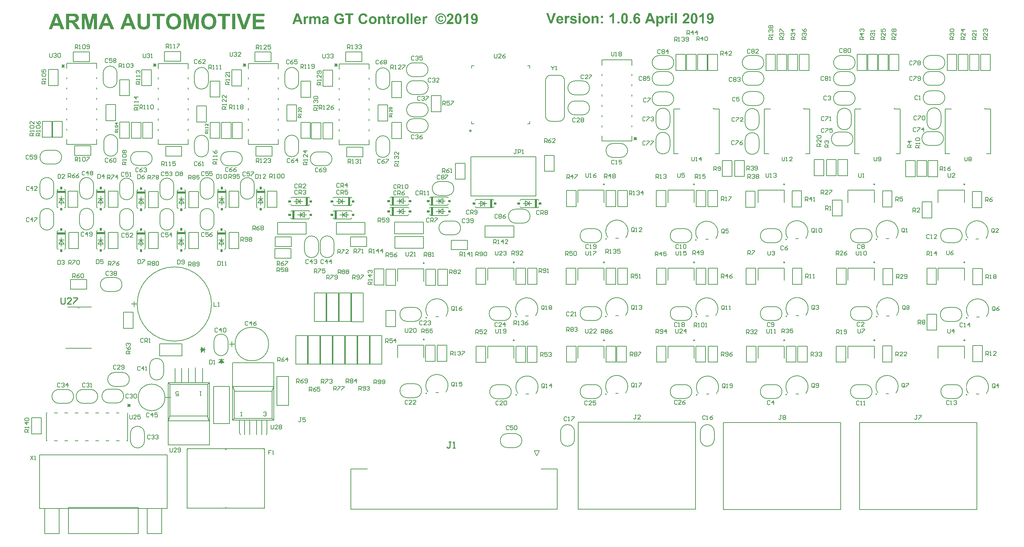
<source format=gto>
G04*
G04 #@! TF.GenerationSoftware,Altium Limited,Altium Designer,18.1.7 (191)*
G04*
G04 Layer_Color=65535*
%FSLAX44Y44*%
%MOMM*%
G71*
G01*
G75*
%ADD10C,0.1524*%
%ADD11C,0.0000*%
%ADD12C,0.1270*%
%ADD13C,0.2500*%
%ADD14C,0.2000*%
%ADD15C,0.2032*%
%ADD16C,0.2540*%
G36*
X224523Y788086D02*
X219438D01*
Y794487D01*
X224523D01*
Y788086D01*
D02*
G37*
G36*
X127417D02*
X122333D01*
Y794487D01*
X127417D01*
Y788086D01*
D02*
G37*
G36*
X618255Y787934D02*
X613170D01*
Y794335D01*
X618255D01*
Y787934D01*
D02*
G37*
G36*
X522525Y787860D02*
X517441D01*
Y794261D01*
X522525D01*
Y787860D01*
D02*
G37*
G36*
X323933Y786755D02*
X318848D01*
Y793157D01*
X323933D01*
Y786755D01*
D02*
G37*
G36*
X423139Y786540D02*
X418055D01*
Y792942D01*
X423139D01*
Y786540D01*
D02*
G37*
G36*
X232143Y779196D02*
X211811D01*
Y784299D01*
X232143D01*
Y779196D01*
D02*
G37*
G36*
X135037D02*
X114705D01*
Y784299D01*
X135037D01*
Y779196D01*
D02*
G37*
G36*
X625874Y779044D02*
X605542D01*
Y784147D01*
X625874D01*
Y779044D01*
D02*
G37*
G36*
X530146Y778970D02*
X509813D01*
Y784073D01*
X530146D01*
Y778970D01*
D02*
G37*
G36*
X331553Y777865D02*
X311220D01*
Y782968D01*
X331553D01*
Y777865D01*
D02*
G37*
G36*
X430759Y777650D02*
X410427D01*
Y782753D01*
X430759D01*
Y777650D01*
D02*
G37*
G36*
X986225Y756446D02*
X979884D01*
Y761527D01*
X986225D01*
Y756446D01*
D02*
G37*
G36*
X1083540Y756445D02*
X1077199D01*
Y761526D01*
X1083540D01*
Y756445D01*
D02*
G37*
G36*
X934155Y756442D02*
X927754D01*
Y761527D01*
X934155D01*
Y756442D01*
D02*
G37*
G36*
X1031470Y756441D02*
X1025069D01*
Y761526D01*
X1031470D01*
Y756441D01*
D02*
G37*
G36*
X742131Y755914D02*
X735730D01*
Y760999D01*
X742131D01*
Y755914D01*
D02*
G37*
G36*
X690001D02*
X683660D01*
Y760995D01*
X690001D01*
Y755914D01*
D02*
G37*
G36*
X846271Y755893D02*
X839870D01*
Y760978D01*
X846271D01*
Y755893D01*
D02*
G37*
G36*
X794141D02*
X787800D01*
Y760975D01*
X794141D01*
Y755893D01*
D02*
G37*
G36*
X1306247Y750516D02*
X1299845D01*
Y755600D01*
X1306247D01*
Y750516D01*
D02*
G37*
G36*
X1254117D02*
X1247775D01*
Y755597D01*
X1254117D01*
Y750516D01*
D02*
G37*
G36*
X1195883Y750495D02*
X1189482D01*
Y755580D01*
X1195883D01*
Y750495D01*
D02*
G37*
G36*
X1143753D02*
X1137412D01*
Y755576D01*
X1143753D01*
Y750495D01*
D02*
G37*
G36*
X943045Y748814D02*
X937942D01*
Y769147D01*
X943045D01*
Y748814D01*
D02*
G37*
G36*
X1040360Y748813D02*
X1035257D01*
Y769146D01*
X1040360D01*
Y748813D01*
D02*
G37*
G36*
X731943Y748294D02*
X726840D01*
Y768626D01*
X731943D01*
Y748294D01*
D02*
G37*
G36*
X836083Y748273D02*
X830980D01*
Y768606D01*
X836083D01*
Y748273D01*
D02*
G37*
G36*
X1296059Y742896D02*
X1290956D01*
Y763228D01*
X1296059D01*
Y742896D01*
D02*
G37*
G36*
X1185695Y742875D02*
X1180592D01*
Y763207D01*
X1185695D01*
Y742875D01*
D02*
G37*
G36*
X224523Y736016D02*
X219442D01*
Y742357D01*
X224523D01*
Y736016D01*
D02*
G37*
G36*
X127417D02*
X122336D01*
Y742357D01*
X127417D01*
Y736016D01*
D02*
G37*
G36*
X618255Y735864D02*
X613173D01*
Y742205D01*
X618255D01*
Y735864D01*
D02*
G37*
G36*
X522525Y735790D02*
X517445D01*
Y742131D01*
X522525D01*
Y735790D01*
D02*
G37*
G36*
X323933Y734685D02*
X318852D01*
Y741026D01*
X323933D01*
Y734685D01*
D02*
G37*
G36*
X423139Y734470D02*
X418058D01*
Y740811D01*
X423139D01*
Y734470D01*
D02*
G37*
G36*
X986225Y731446D02*
X979884D01*
Y736527D01*
X986225D01*
Y731446D01*
D02*
G37*
G36*
X1083540Y731445D02*
X1077199D01*
Y736526D01*
X1083540D01*
Y731445D01*
D02*
G37*
G36*
X934155Y731442D02*
X927753D01*
Y736527D01*
X934155D01*
Y731442D01*
D02*
G37*
G36*
X1031470Y731441D02*
X1025069D01*
Y736526D01*
X1031470D01*
Y731441D01*
D02*
G37*
G36*
X943045Y723814D02*
X937941D01*
Y744147D01*
X943045D01*
Y723814D01*
D02*
G37*
G36*
X1040360Y723813D02*
X1035257D01*
Y744146D01*
X1040360D01*
Y723813D01*
D02*
G37*
G36*
X742079Y722845D02*
X735739D01*
Y727926D01*
X742079D01*
Y722845D01*
D02*
G37*
G36*
X846220Y722844D02*
X839879D01*
Y727925D01*
X846220D01*
Y722844D01*
D02*
G37*
G36*
X690010Y722841D02*
X683608D01*
Y727926D01*
X690010D01*
Y722841D01*
D02*
G37*
G36*
X794150Y722840D02*
X787748D01*
Y727925D01*
X794150D01*
Y722840D01*
D02*
G37*
G36*
X698900Y715213D02*
X693796D01*
Y735546D01*
X698900D01*
Y715213D01*
D02*
G37*
G36*
X803040Y715212D02*
X797937D01*
Y735545D01*
X803040D01*
Y715212D01*
D02*
G37*
G36*
X224502Y686211D02*
X219418D01*
Y692613D01*
X224502D01*
Y686211D01*
D02*
G37*
G36*
X422651Y686211D02*
X417566D01*
Y692612D01*
X422651D01*
Y686211D01*
D02*
G37*
G36*
X323590Y686065D02*
X318506D01*
Y692466D01*
X323590D01*
Y686065D01*
D02*
G37*
G36*
X127432Y686064D02*
X122348D01*
Y692466D01*
X127432D01*
Y686064D01*
D02*
G37*
G36*
X521689Y686064D02*
X516604D01*
Y692466D01*
X521689D01*
Y686064D01*
D02*
G37*
G36*
X232122Y677321D02*
X211790D01*
Y682425D01*
X232122D01*
Y677321D01*
D02*
G37*
G36*
X430271Y677321D02*
X409938D01*
Y682424D01*
X430271D01*
Y677321D01*
D02*
G37*
G36*
X331211Y677175D02*
X310878D01*
Y682278D01*
X331211D01*
Y677175D01*
D02*
G37*
G36*
X135052Y677174D02*
X114720D01*
Y682278D01*
X135052D01*
Y677174D01*
D02*
G37*
G36*
X529309Y677174D02*
X508976D01*
Y682277D01*
X529309D01*
Y677174D01*
D02*
G37*
G36*
X224502Y634141D02*
X219421D01*
Y640482D01*
X224502D01*
Y634141D01*
D02*
G37*
G36*
X422651Y634141D02*
X417570D01*
Y640482D01*
X422651D01*
Y634141D01*
D02*
G37*
G36*
X323590Y633995D02*
X318509D01*
Y640336D01*
X323590D01*
Y633995D01*
D02*
G37*
G36*
X127432Y633994D02*
X122352D01*
Y640335D01*
X127432D01*
Y633994D01*
D02*
G37*
G36*
X521689Y633994D02*
X516608D01*
Y640335D01*
X521689D01*
Y633994D01*
D02*
G37*
G36*
X1630339Y1217412D02*
X1625413D01*
Y1221967D01*
X1630339D01*
Y1217412D01*
D02*
G37*
G36*
X1403399D02*
X1398474D01*
Y1221967D01*
X1403399D01*
Y1217412D01*
D02*
G37*
G36*
X1542681Y1222078D02*
X1542940D01*
X1543237Y1222041D01*
X1543903Y1221893D01*
X1544644Y1221708D01*
X1545459Y1221412D01*
X1546273Y1221004D01*
X1546644Y1220745D01*
X1547014Y1220449D01*
X1547051D01*
X1547088Y1220375D01*
X1547199Y1220263D01*
X1547310Y1220152D01*
X1547496Y1219967D01*
X1547644Y1219782D01*
X1548051Y1219264D01*
X1548458Y1218560D01*
X1548866Y1217745D01*
X1549236Y1216819D01*
X1549495Y1215708D01*
X1544755Y1215190D01*
Y1215264D01*
X1544718Y1215412D01*
X1544644Y1215671D01*
X1544570Y1216005D01*
X1544459Y1216338D01*
X1544274Y1216708D01*
X1544088Y1217042D01*
X1543829Y1217338D01*
X1543792Y1217375D01*
X1543681Y1217449D01*
X1543533Y1217560D01*
X1543311Y1217708D01*
X1543051Y1217819D01*
X1542718Y1217930D01*
X1542311Y1218004D01*
X1541904Y1218042D01*
X1541829D01*
X1541644Y1218004D01*
X1541348Y1217967D01*
X1540978Y1217856D01*
X1540570Y1217708D01*
X1540126Y1217449D01*
X1539682Y1217116D01*
X1539274Y1216634D01*
X1539237Y1216560D01*
X1539163Y1216486D01*
X1539089Y1216338D01*
X1539015Y1216190D01*
X1538904Y1215968D01*
X1538830Y1215708D01*
X1538719Y1215375D01*
X1538571Y1215005D01*
X1538459Y1214597D01*
X1538348Y1214116D01*
X1538237Y1213597D01*
X1538126Y1213005D01*
X1538052Y1212338D01*
X1537978Y1211598D01*
X1537904Y1210820D01*
X1537941Y1210857D01*
X1537978Y1210931D01*
X1538089Y1211005D01*
X1538237Y1211153D01*
X1538422Y1211338D01*
X1538645Y1211524D01*
X1539163Y1211931D01*
X1539830Y1212301D01*
X1540607Y1212672D01*
X1541052Y1212820D01*
X1541496Y1212894D01*
X1541978Y1212968D01*
X1542496Y1213005D01*
X1542792D01*
X1543015Y1212968D01*
X1543274Y1212931D01*
X1543570Y1212894D01*
X1543940Y1212820D01*
X1544311Y1212709D01*
X1545125Y1212412D01*
X1545570Y1212227D01*
X1546014Y1212005D01*
X1546459Y1211746D01*
X1546903Y1211413D01*
X1547347Y1211042D01*
X1547755Y1210635D01*
X1547792Y1210598D01*
X1547866Y1210524D01*
X1547977Y1210413D01*
X1548088Y1210228D01*
X1548273Y1209968D01*
X1548458Y1209709D01*
X1548643Y1209376D01*
X1548866Y1209005D01*
X1549088Y1208598D01*
X1549273Y1208117D01*
X1549458Y1207635D01*
X1549643Y1207080D01*
X1549754Y1206524D01*
X1549866Y1205895D01*
X1549940Y1205265D01*
X1549977Y1204561D01*
Y1204524D01*
Y1204376D01*
Y1204191D01*
X1549940Y1203895D01*
X1549903Y1203561D01*
X1549866Y1203191D01*
X1549792Y1202747D01*
X1549680Y1202302D01*
X1549421Y1201265D01*
X1549236Y1200747D01*
X1548977Y1200229D01*
X1548718Y1199710D01*
X1548421Y1199192D01*
X1548051Y1198673D01*
X1547644Y1198229D01*
X1547607Y1198192D01*
X1547533Y1198118D01*
X1547421Y1198007D01*
X1547236Y1197858D01*
X1547014Y1197673D01*
X1546718Y1197488D01*
X1546422Y1197266D01*
X1546051Y1197044D01*
X1545644Y1196821D01*
X1545199Y1196599D01*
X1544718Y1196414D01*
X1544162Y1196229D01*
X1543607Y1196081D01*
X1543015Y1195970D01*
X1542385Y1195896D01*
X1541718Y1195859D01*
X1541533D01*
X1541348Y1195896D01*
X1541089D01*
X1540755Y1195970D01*
X1540348Y1196007D01*
X1539941Y1196118D01*
X1539459Y1196229D01*
X1538978Y1196377D01*
X1538459Y1196599D01*
X1537904Y1196821D01*
X1537385Y1197118D01*
X1536830Y1197451D01*
X1536311Y1197858D01*
X1535793Y1198340D01*
X1535312Y1198858D01*
X1535275Y1198895D01*
X1535201Y1199006D01*
X1535089Y1199192D01*
X1534941Y1199451D01*
X1534719Y1199784D01*
X1534534Y1200191D01*
X1534312Y1200673D01*
X1534090Y1201228D01*
X1533830Y1201895D01*
X1533608Y1202599D01*
X1533423Y1203413D01*
X1533238Y1204339D01*
X1533053Y1205302D01*
X1532941Y1206376D01*
X1532867Y1207524D01*
X1532830Y1208783D01*
Y1208820D01*
Y1208857D01*
Y1208968D01*
Y1209079D01*
Y1209450D01*
X1532867Y1209931D01*
X1532904Y1210524D01*
X1532979Y1211190D01*
X1533053Y1211931D01*
X1533164Y1212709D01*
X1533275Y1213523D01*
X1533460Y1214375D01*
X1533682Y1215227D01*
X1533941Y1216079D01*
X1534238Y1216856D01*
X1534571Y1217634D01*
X1534978Y1218338D01*
X1535423Y1218967D01*
X1535460Y1219004D01*
X1535534Y1219115D01*
X1535682Y1219264D01*
X1535904Y1219449D01*
X1536163Y1219708D01*
X1536460Y1219967D01*
X1536830Y1220263D01*
X1537237Y1220560D01*
X1537719Y1220819D01*
X1538200Y1221115D01*
X1538793Y1221374D01*
X1539385Y1221634D01*
X1540015Y1221819D01*
X1540718Y1221967D01*
X1541422Y1222078D01*
X1542200Y1222115D01*
X1542496D01*
X1542681Y1222078D01*
D02*
G37*
G36*
X1620673Y1215301D02*
X1621080Y1215227D01*
X1621599Y1215116D01*
X1622154Y1214931D01*
X1622710Y1214708D01*
X1623302Y1214375D01*
X1621747Y1210116D01*
X1621710Y1210153D01*
X1621525Y1210228D01*
X1621303Y1210376D01*
X1621006Y1210524D01*
X1620636Y1210672D01*
X1620266Y1210820D01*
X1619858Y1210894D01*
X1619451Y1210931D01*
X1619303D01*
X1619081Y1210894D01*
X1618858Y1210857D01*
X1618599Y1210783D01*
X1618303Y1210672D01*
X1618007Y1210524D01*
X1617711Y1210339D01*
X1617673Y1210302D01*
X1617599Y1210228D01*
X1617451Y1210079D01*
X1617303Y1209857D01*
X1617118Y1209598D01*
X1616933Y1209228D01*
X1616748Y1208783D01*
X1616599Y1208265D01*
Y1208191D01*
X1616562Y1208080D01*
X1616525Y1207968D01*
Y1207783D01*
X1616488Y1207561D01*
X1616451Y1207265D01*
X1616414Y1206932D01*
X1616377Y1206561D01*
X1616340Y1206080D01*
X1616303Y1205598D01*
Y1205006D01*
X1616266Y1204376D01*
X1616229Y1203673D01*
Y1202895D01*
Y1202043D01*
Y1196340D01*
X1611304D01*
Y1214931D01*
X1615859D01*
Y1212301D01*
X1615896Y1212338D01*
X1616044Y1212561D01*
X1616266Y1212894D01*
X1616562Y1213301D01*
X1616859Y1213709D01*
X1617229Y1214116D01*
X1617562Y1214486D01*
X1617933Y1214745D01*
X1617970Y1214782D01*
X1618081Y1214857D01*
X1618303Y1214931D01*
X1618562Y1215042D01*
X1618858Y1215153D01*
X1619229Y1215264D01*
X1619599Y1215301D01*
X1620043Y1215338D01*
X1620340D01*
X1620673Y1215301D01*
D02*
G37*
G36*
X1373810D02*
X1374217Y1215227D01*
X1374736Y1215116D01*
X1375291Y1214931D01*
X1375847Y1214708D01*
X1376439Y1214375D01*
X1374884Y1210116D01*
X1374847Y1210153D01*
X1374662Y1210228D01*
X1374439Y1210376D01*
X1374143Y1210524D01*
X1373773Y1210672D01*
X1373402Y1210820D01*
X1372995Y1210894D01*
X1372588Y1210931D01*
X1372440D01*
X1372217Y1210894D01*
X1371995Y1210857D01*
X1371736Y1210783D01*
X1371440Y1210672D01*
X1371143Y1210524D01*
X1370847Y1210339D01*
X1370810Y1210302D01*
X1370736Y1210228D01*
X1370588Y1210079D01*
X1370440Y1209857D01*
X1370255Y1209598D01*
X1370069Y1209228D01*
X1369884Y1208783D01*
X1369736Y1208265D01*
Y1208191D01*
X1369699Y1208080D01*
X1369662Y1207968D01*
Y1207783D01*
X1369625Y1207561D01*
X1369588Y1207265D01*
X1369551Y1206932D01*
X1369514Y1206561D01*
X1369477Y1206080D01*
X1369440Y1205598D01*
Y1205006D01*
X1369403Y1204376D01*
X1369366Y1203673D01*
Y1202895D01*
Y1202043D01*
Y1196340D01*
X1364440D01*
Y1214931D01*
X1368996D01*
Y1212301D01*
X1369032Y1212338D01*
X1369181Y1212561D01*
X1369403Y1212894D01*
X1369699Y1213301D01*
X1369995Y1213709D01*
X1370366Y1214116D01*
X1370699Y1214486D01*
X1371069Y1214745D01*
X1371106Y1214782D01*
X1371217Y1214857D01*
X1371440Y1214931D01*
X1371699Y1215042D01*
X1371995Y1215153D01*
X1372366Y1215264D01*
X1372736Y1215301D01*
X1373180Y1215338D01*
X1373477D01*
X1373810Y1215301D01*
D02*
G37*
G36*
X1600416D02*
X1600675Y1215264D01*
X1601008Y1215190D01*
X1601379Y1215116D01*
X1601749Y1215005D01*
X1602193Y1214894D01*
X1602601Y1214708D01*
X1603082Y1214523D01*
X1603527Y1214264D01*
X1604008Y1213968D01*
X1604453Y1213634D01*
X1604897Y1213227D01*
X1605341Y1212783D01*
X1605378Y1212746D01*
X1605453Y1212672D01*
X1605564Y1212523D01*
X1605712Y1212301D01*
X1605860Y1212079D01*
X1606045Y1211746D01*
X1606267Y1211376D01*
X1606489Y1210968D01*
X1606675Y1210487D01*
X1606897Y1209968D01*
X1607082Y1209376D01*
X1607267Y1208746D01*
X1607378Y1208043D01*
X1607489Y1207339D01*
X1607563Y1206524D01*
X1607600Y1205709D01*
Y1205672D01*
Y1205524D01*
Y1205265D01*
X1607563Y1204932D01*
X1607526Y1204561D01*
X1607489Y1204117D01*
X1607415Y1203598D01*
X1607304Y1203080D01*
X1607045Y1201895D01*
X1606860Y1201302D01*
X1606638Y1200710D01*
X1606378Y1200117D01*
X1606045Y1199562D01*
X1605712Y1199006D01*
X1605304Y1198488D01*
X1605267Y1198451D01*
X1605193Y1198377D01*
X1605082Y1198266D01*
X1604897Y1198081D01*
X1604675Y1197895D01*
X1604415Y1197673D01*
X1604119Y1197451D01*
X1603786Y1197229D01*
X1603379Y1196970D01*
X1602971Y1196747D01*
X1602045Y1196340D01*
X1601527Y1196155D01*
X1600971Y1196044D01*
X1600416Y1195970D01*
X1599823Y1195933D01*
X1599564D01*
X1599268Y1195970D01*
X1598898Y1196007D01*
X1598453Y1196081D01*
X1597972Y1196192D01*
X1597490Y1196340D01*
X1597009Y1196525D01*
X1596972Y1196562D01*
X1596787Y1196636D01*
X1596564Y1196821D01*
X1596231Y1197044D01*
X1595824Y1197303D01*
X1595417Y1197673D01*
X1594935Y1198118D01*
X1594417Y1198636D01*
Y1189230D01*
X1589491D01*
Y1214931D01*
X1594083D01*
Y1212190D01*
X1594120Y1212264D01*
X1594231Y1212412D01*
X1594454Y1212672D01*
X1594713Y1213005D01*
X1595046Y1213375D01*
X1595491Y1213746D01*
X1595935Y1214116D01*
X1596490Y1214449D01*
X1596564Y1214486D01*
X1596750Y1214597D01*
X1597083Y1214745D01*
X1597490Y1214894D01*
X1597972Y1215042D01*
X1598564Y1215190D01*
X1599194Y1215301D01*
X1599861Y1215338D01*
X1600157D01*
X1600416Y1215301D01*
D02*
G37*
G36*
X1441543D02*
X1441951Y1215264D01*
X1442395Y1215190D01*
X1442877Y1215079D01*
X1443395Y1214931D01*
X1443914Y1214745D01*
X1443988Y1214708D01*
X1444136Y1214634D01*
X1444395Y1214523D01*
X1444691Y1214338D01*
X1445025Y1214116D01*
X1445358Y1213857D01*
X1445691Y1213560D01*
X1445988Y1213227D01*
X1446024Y1213190D01*
X1446099Y1213079D01*
X1446210Y1212894D01*
X1446358Y1212635D01*
X1446543Y1212338D01*
X1446691Y1211968D01*
X1446839Y1211598D01*
X1446950Y1211153D01*
Y1211116D01*
X1446987Y1210931D01*
X1447061Y1210672D01*
X1447099Y1210302D01*
X1447173Y1209857D01*
X1447210Y1209265D01*
X1447247Y1208635D01*
Y1207857D01*
Y1196340D01*
X1442321D01*
Y1205783D01*
Y1205820D01*
Y1205932D01*
Y1206080D01*
Y1206265D01*
Y1206524D01*
Y1206783D01*
X1442284Y1207413D01*
X1442247Y1208043D01*
X1442173Y1208709D01*
X1442099Y1209265D01*
X1442062Y1209487D01*
X1441988Y1209672D01*
Y1209709D01*
X1441914Y1209820D01*
X1441840Y1209968D01*
X1441729Y1210190D01*
X1441395Y1210635D01*
X1441210Y1210857D01*
X1440951Y1211042D01*
X1440914Y1211079D01*
X1440840Y1211116D01*
X1440692Y1211190D01*
X1440470Y1211301D01*
X1440210Y1211413D01*
X1439951Y1211487D01*
X1439618Y1211524D01*
X1439247Y1211561D01*
X1439025D01*
X1438803Y1211524D01*
X1438507Y1211487D01*
X1438136Y1211376D01*
X1437766Y1211264D01*
X1437359Y1211079D01*
X1436951Y1210857D01*
X1436914Y1210820D01*
X1436803Y1210746D01*
X1436618Y1210561D01*
X1436396Y1210376D01*
X1436174Y1210079D01*
X1435952Y1209783D01*
X1435729Y1209376D01*
X1435581Y1208968D01*
Y1208931D01*
X1435507Y1208746D01*
X1435470Y1208450D01*
X1435396Y1208006D01*
X1435359Y1207746D01*
X1435322Y1207413D01*
X1435285Y1207080D01*
Y1206672D01*
X1435248Y1206265D01*
X1435211Y1205783D01*
Y1205265D01*
Y1204709D01*
Y1196340D01*
X1430285D01*
Y1214931D01*
X1434841D01*
Y1212190D01*
X1434877Y1212227D01*
X1434952Y1212338D01*
X1435100Y1212486D01*
X1435285Y1212672D01*
X1435507Y1212931D01*
X1435803Y1213190D01*
X1436137Y1213486D01*
X1436507Y1213783D01*
X1436914Y1214042D01*
X1437396Y1214338D01*
X1437877Y1214597D01*
X1438433Y1214857D01*
X1439025Y1215042D01*
X1439618Y1215190D01*
X1440284Y1215301D01*
X1440951Y1215338D01*
X1441210D01*
X1441543Y1215301D01*
D02*
G37*
G36*
X1458060Y1210005D02*
X1453135D01*
Y1214931D01*
X1458060D01*
Y1210005D01*
D02*
G37*
G36*
X1386253Y1215301D02*
X1386623Y1215264D01*
X1387031Y1215227D01*
X1387475Y1215190D01*
X1388401Y1215042D01*
X1389327Y1214820D01*
X1390215Y1214486D01*
X1390623Y1214301D01*
X1390993Y1214079D01*
X1391030D01*
X1391067Y1214005D01*
X1391290Y1213857D01*
X1391623Y1213560D01*
X1391993Y1213153D01*
X1392437Y1212672D01*
X1392845Y1212042D01*
X1393252Y1211301D01*
X1393548Y1210450D01*
X1388919Y1209598D01*
Y1209635D01*
X1388845Y1209783D01*
X1388771Y1209968D01*
X1388660Y1210190D01*
X1388512Y1210487D01*
X1388290Y1210746D01*
X1388068Y1211005D01*
X1387771Y1211227D01*
X1387734Y1211264D01*
X1387623Y1211338D01*
X1387438Y1211413D01*
X1387179Y1211524D01*
X1386846Y1211635D01*
X1386438Y1211746D01*
X1385957Y1211783D01*
X1385401Y1211820D01*
X1385068D01*
X1384735Y1211783D01*
X1384327Y1211746D01*
X1383846Y1211672D01*
X1383401Y1211598D01*
X1382994Y1211450D01*
X1382624Y1211264D01*
X1382587D01*
X1382550Y1211190D01*
X1382365Y1211005D01*
X1382142Y1210672D01*
X1382105Y1210487D01*
X1382068Y1210265D01*
Y1210228D01*
Y1210190D01*
X1382142Y1209968D01*
X1382290Y1209672D01*
X1382401Y1209524D01*
X1382550Y1209376D01*
X1382587Y1209339D01*
X1382735Y1209302D01*
X1382809Y1209228D01*
X1382957Y1209191D01*
X1383142Y1209117D01*
X1383364Y1209005D01*
X1383661Y1208931D01*
X1383957Y1208820D01*
X1384327Y1208709D01*
X1384772Y1208598D01*
X1385253Y1208450D01*
X1385809Y1208302D01*
X1386438Y1208154D01*
X1387142Y1207968D01*
X1387179D01*
X1387327Y1207931D01*
X1387512Y1207894D01*
X1387771Y1207820D01*
X1388105Y1207709D01*
X1388475Y1207635D01*
X1389290Y1207376D01*
X1390215Y1207043D01*
X1391104Y1206672D01*
X1391549Y1206450D01*
X1391956Y1206265D01*
X1392289Y1206006D01*
X1392623Y1205783D01*
X1392697Y1205709D01*
X1392882Y1205561D01*
X1393104Y1205265D01*
X1393400Y1204858D01*
X1393697Y1204339D01*
X1393919Y1203710D01*
X1394104Y1202969D01*
X1394178Y1202154D01*
Y1202117D01*
Y1202043D01*
Y1201895D01*
X1394141Y1201710D01*
X1394104Y1201525D01*
X1394067Y1201265D01*
X1393919Y1200636D01*
X1393660Y1199969D01*
X1393474Y1199599D01*
X1393289Y1199229D01*
X1393030Y1198858D01*
X1392734Y1198488D01*
X1392401Y1198118D01*
X1392030Y1197747D01*
X1391993Y1197710D01*
X1391919Y1197673D01*
X1391808Y1197599D01*
X1391623Y1197451D01*
X1391401Y1197340D01*
X1391141Y1197192D01*
X1390808Y1197007D01*
X1390438Y1196859D01*
X1390030Y1196673D01*
X1389549Y1196525D01*
X1389030Y1196340D01*
X1388475Y1196229D01*
X1387845Y1196118D01*
X1387179Y1196007D01*
X1386475Y1195970D01*
X1385735Y1195933D01*
X1385364D01*
X1385105Y1195970D01*
X1384772D01*
X1384401Y1196007D01*
X1383994Y1196044D01*
X1383549Y1196118D01*
X1382587Y1196303D01*
X1381587Y1196562D01*
X1380587Y1196933D01*
X1380143Y1197192D01*
X1379698Y1197451D01*
X1379661Y1197488D01*
X1379587Y1197525D01*
X1379476Y1197599D01*
X1379365Y1197747D01*
X1378957Y1198081D01*
X1378513Y1198562D01*
X1378032Y1199155D01*
X1377587Y1199858D01*
X1377180Y1200710D01*
X1376846Y1201636D01*
X1381772Y1202376D01*
Y1202302D01*
X1381846Y1202154D01*
X1381920Y1201895D01*
X1382031Y1201562D01*
X1382216Y1201191D01*
X1382439Y1200858D01*
X1382698Y1200488D01*
X1383031Y1200191D01*
X1383068Y1200154D01*
X1383216Y1200080D01*
X1383438Y1199969D01*
X1383735Y1199858D01*
X1384105Y1199710D01*
X1384586Y1199599D01*
X1385105Y1199525D01*
X1385735Y1199488D01*
X1386031D01*
X1386401Y1199525D01*
X1386808Y1199562D01*
X1387253Y1199636D01*
X1387734Y1199784D01*
X1388179Y1199932D01*
X1388586Y1200154D01*
X1388623Y1200191D01*
X1388697Y1200266D01*
X1388808Y1200377D01*
X1388919Y1200525D01*
X1389030Y1200710D01*
X1389142Y1200932D01*
X1389216Y1201191D01*
X1389253Y1201488D01*
Y1201525D01*
Y1201599D01*
X1389216Y1201821D01*
X1389104Y1202117D01*
X1388882Y1202413D01*
X1388808Y1202487D01*
X1388697Y1202524D01*
X1388549Y1202636D01*
X1388327Y1202710D01*
X1388031Y1202821D01*
X1387697Y1202932D01*
X1387253Y1203043D01*
X1387179D01*
X1386994Y1203117D01*
X1386697Y1203191D01*
X1386290Y1203265D01*
X1385809Y1203376D01*
X1385290Y1203524D01*
X1384698Y1203673D01*
X1384068Y1203858D01*
X1382772Y1204228D01*
X1382142Y1204413D01*
X1381550Y1204635D01*
X1380994Y1204821D01*
X1380476Y1205043D01*
X1380031Y1205265D01*
X1379698Y1205450D01*
X1379661Y1205487D01*
X1379587Y1205524D01*
X1379513Y1205598D01*
X1379365Y1205746D01*
X1378994Y1206080D01*
X1378624Y1206561D01*
X1378217Y1207154D01*
X1377846Y1207857D01*
X1377698Y1208265D01*
X1377624Y1208709D01*
X1377550Y1209154D01*
X1377513Y1209635D01*
Y1209672D01*
Y1209746D01*
Y1209857D01*
X1377550Y1210042D01*
X1377587Y1210228D01*
X1377624Y1210487D01*
X1377735Y1211042D01*
X1377957Y1211672D01*
X1378328Y1212338D01*
X1378513Y1212709D01*
X1378772Y1213042D01*
X1379068Y1213375D01*
X1379402Y1213671D01*
X1379439Y1213709D01*
X1379476Y1213746D01*
X1379587Y1213820D01*
X1379772Y1213931D01*
X1379957Y1214042D01*
X1380217Y1214190D01*
X1380513Y1214338D01*
X1380846Y1214523D01*
X1381254Y1214671D01*
X1381698Y1214820D01*
X1382179Y1214968D01*
X1382698Y1215079D01*
X1383290Y1215190D01*
X1383920Y1215264D01*
X1384586Y1215338D01*
X1385957D01*
X1386253Y1215301D01*
D02*
G37*
G36*
X1333036Y1196340D02*
X1327444D01*
X1318260Y1221967D01*
X1323852D01*
X1330370Y1203006D01*
X1336629Y1221967D01*
X1342146D01*
X1333036Y1196340D01*
D02*
G37*
G36*
X1722218Y1222078D02*
X1722514D01*
X1722848Y1222041D01*
X1723218Y1221967D01*
X1723662Y1221856D01*
X1724107Y1221745D01*
X1724625Y1221560D01*
X1725144Y1221374D01*
X1725662Y1221115D01*
X1726218Y1220819D01*
X1726736Y1220486D01*
X1727255Y1220078D01*
X1727773Y1219597D01*
X1728255Y1219078D01*
X1728292Y1219041D01*
X1728366Y1218930D01*
X1728477Y1218745D01*
X1728662Y1218486D01*
X1728847Y1218153D01*
X1729069Y1217745D01*
X1729292Y1217264D01*
X1729514Y1216708D01*
X1729736Y1216042D01*
X1729995Y1215301D01*
X1730180Y1214486D01*
X1730365Y1213597D01*
X1730551Y1212598D01*
X1730662Y1211524D01*
X1730736Y1210376D01*
X1730773Y1209117D01*
Y1209079D01*
Y1209042D01*
Y1208931D01*
Y1208820D01*
Y1208450D01*
X1730736Y1207968D01*
X1730699Y1207376D01*
X1730625Y1206709D01*
X1730551Y1206006D01*
X1730439Y1205228D01*
X1730291Y1204376D01*
X1730143Y1203561D01*
X1729921Y1202710D01*
X1729662Y1201858D01*
X1729366Y1201080D01*
X1728995Y1200303D01*
X1728625Y1199599D01*
X1728143Y1198969D01*
X1728106Y1198932D01*
X1728032Y1198821D01*
X1727884Y1198673D01*
X1727662Y1198488D01*
X1727403Y1198266D01*
X1727106Y1197970D01*
X1726736Y1197710D01*
X1726329Y1197414D01*
X1725884Y1197118D01*
X1725366Y1196859D01*
X1724810Y1196599D01*
X1724218Y1196340D01*
X1723551Y1196155D01*
X1722885Y1196007D01*
X1722181Y1195896D01*
X1721403Y1195859D01*
X1721107D01*
X1720922Y1195896D01*
X1720663D01*
X1720367Y1195933D01*
X1719663Y1196044D01*
X1718885Y1196266D01*
X1718107Y1196525D01*
X1717293Y1196933D01*
X1716922Y1197155D01*
X1716552Y1197451D01*
X1716515Y1197488D01*
X1716478Y1197525D01*
X1716367Y1197636D01*
X1716256Y1197747D01*
X1716108Y1197932D01*
X1715923Y1198118D01*
X1715774Y1198377D01*
X1715552Y1198636D01*
X1715367Y1198969D01*
X1715145Y1199303D01*
X1714960Y1199710D01*
X1714774Y1200154D01*
X1714589Y1200599D01*
X1714441Y1201117D01*
X1714293Y1201636D01*
X1714182Y1202228D01*
X1718922Y1202784D01*
Y1202710D01*
X1718959Y1202524D01*
X1718996Y1202265D01*
X1719107Y1201969D01*
X1719218Y1201599D01*
X1719367Y1201228D01*
X1719552Y1200895D01*
X1719811Y1200599D01*
X1719848Y1200562D01*
X1719959Y1200488D01*
X1720107Y1200377D01*
X1720329Y1200266D01*
X1720626Y1200154D01*
X1720922Y1200043D01*
X1721329Y1199969D01*
X1721737Y1199932D01*
X1721811D01*
X1721996Y1199969D01*
X1722255Y1200006D01*
X1722625Y1200117D01*
X1723033Y1200266D01*
X1723440Y1200525D01*
X1723885Y1200858D01*
X1724292Y1201302D01*
X1724329Y1201376D01*
X1724403Y1201451D01*
X1724477Y1201599D01*
X1724551Y1201747D01*
X1724662Y1201969D01*
X1724736Y1202228D01*
X1724884Y1202562D01*
X1724996Y1202932D01*
X1725107Y1203339D01*
X1725218Y1203821D01*
X1725329Y1204339D01*
X1725440Y1204932D01*
X1725514Y1205598D01*
X1725588Y1206339D01*
X1725662Y1207117D01*
X1725625Y1207080D01*
X1725588Y1207043D01*
X1725477Y1206932D01*
X1725329Y1206783D01*
X1725144Y1206635D01*
X1724922Y1206450D01*
X1724403Y1206043D01*
X1723737Y1205635D01*
X1722922Y1205302D01*
X1722477Y1205154D01*
X1722033Y1205080D01*
X1721552Y1205006D01*
X1721033Y1204969D01*
X1720737D01*
X1720515Y1205006D01*
X1720255Y1205043D01*
X1719959Y1205080D01*
X1719256Y1205265D01*
X1718441Y1205524D01*
X1718033Y1205746D01*
X1717589Y1205969D01*
X1717145Y1206228D01*
X1716700Y1206524D01*
X1716256Y1206895D01*
X1715848Y1207302D01*
X1715811Y1207339D01*
X1715737Y1207413D01*
X1715663Y1207561D01*
X1715515Y1207709D01*
X1715330Y1207968D01*
X1715145Y1208228D01*
X1714960Y1208561D01*
X1714774Y1208931D01*
X1714552Y1209339D01*
X1714367Y1209820D01*
X1714182Y1210302D01*
X1713997Y1210857D01*
X1713849Y1211413D01*
X1713775Y1212042D01*
X1713701Y1212709D01*
X1713663Y1213375D01*
Y1213412D01*
Y1213560D01*
Y1213746D01*
X1713701Y1214042D01*
X1713737Y1214375D01*
X1713775Y1214745D01*
X1713849Y1215190D01*
X1713960Y1215634D01*
X1714219Y1216634D01*
X1714404Y1217190D01*
X1714626Y1217708D01*
X1714886Y1218227D01*
X1715219Y1218745D01*
X1715552Y1219227D01*
X1715959Y1219708D01*
X1715997Y1219745D01*
X1716071Y1219819D01*
X1716182Y1219930D01*
X1716367Y1220078D01*
X1716626Y1220263D01*
X1716885Y1220486D01*
X1717219Y1220671D01*
X1717589Y1220930D01*
X1717959Y1221152D01*
X1718441Y1221337D01*
X1718922Y1221560D01*
X1719441Y1221745D01*
X1719996Y1221893D01*
X1720589Y1222004D01*
X1721181Y1222078D01*
X1721848Y1222115D01*
X1722033D01*
X1722218Y1222078D01*
D02*
G37*
G36*
X1706664Y1196340D02*
X1701739D01*
Y1214894D01*
X1701702Y1214857D01*
X1701628Y1214782D01*
X1701480Y1214671D01*
X1701257Y1214486D01*
X1700998Y1214264D01*
X1700702Y1214042D01*
X1700332Y1213783D01*
X1699924Y1213486D01*
X1699480Y1213190D01*
X1698998Y1212894D01*
X1698480Y1212561D01*
X1697924Y1212264D01*
X1696739Y1211709D01*
X1695406Y1211190D01*
Y1215634D01*
X1695443D01*
X1695480Y1215671D01*
X1695591Y1215708D01*
X1695739Y1215745D01*
X1696110Y1215931D01*
X1696628Y1216153D01*
X1697258Y1216449D01*
X1697961Y1216856D01*
X1698739Y1217375D01*
X1699554Y1217967D01*
X1699591Y1218004D01*
X1699665Y1218042D01*
X1699776Y1218153D01*
X1699924Y1218301D01*
X1700332Y1218671D01*
X1700776Y1219153D01*
X1701294Y1219745D01*
X1701813Y1220486D01*
X1702294Y1221263D01*
X1702665Y1222115D01*
X1706664D01*
Y1196340D01*
D02*
G37*
G36*
X1663335Y1222078D02*
X1663669Y1222041D01*
X1664039Y1222004D01*
X1664446Y1221930D01*
X1664891Y1221856D01*
X1665854Y1221597D01*
X1666817Y1221226D01*
X1667335Y1221004D01*
X1667779Y1220745D01*
X1668261Y1220412D01*
X1668668Y1220041D01*
X1668705Y1220004D01*
X1668779Y1219967D01*
X1668853Y1219819D01*
X1669001Y1219671D01*
X1669187Y1219486D01*
X1669372Y1219227D01*
X1669557Y1218967D01*
X1669779Y1218634D01*
X1670150Y1217893D01*
X1670520Y1217042D01*
X1670668Y1216560D01*
X1670742Y1216042D01*
X1670816Y1215486D01*
X1670853Y1214931D01*
Y1214857D01*
Y1214634D01*
X1670816Y1214301D01*
X1670779Y1213894D01*
X1670705Y1213375D01*
X1670594Y1212820D01*
X1670446Y1212227D01*
X1670224Y1211635D01*
X1670186Y1211561D01*
X1670112Y1211376D01*
X1669964Y1211042D01*
X1669742Y1210635D01*
X1669483Y1210153D01*
X1669150Y1209598D01*
X1668742Y1209005D01*
X1668261Y1208376D01*
X1668224Y1208339D01*
X1668076Y1208154D01*
X1667853Y1207894D01*
X1667520Y1207524D01*
X1667076Y1207080D01*
X1666520Y1206487D01*
X1665854Y1205857D01*
X1665039Y1205080D01*
X1665002Y1205043D01*
X1664928Y1205006D01*
X1664817Y1204895D01*
X1664669Y1204746D01*
X1664261Y1204376D01*
X1663780Y1203932D01*
X1663298Y1203450D01*
X1662817Y1202969D01*
X1662372Y1202562D01*
X1662224Y1202376D01*
X1662076Y1202228D01*
X1662039Y1202191D01*
X1661965Y1202117D01*
X1661854Y1201969D01*
X1661706Y1201784D01*
X1661373Y1201376D01*
X1661076Y1200895D01*
X1670853D01*
Y1196340D01*
X1653633D01*
Y1196377D01*
Y1196451D01*
X1653670Y1196599D01*
X1653707Y1196784D01*
X1653744Y1197007D01*
X1653781Y1197266D01*
X1653929Y1197932D01*
X1654151Y1198673D01*
X1654447Y1199488D01*
X1654818Y1200377D01*
X1655299Y1201228D01*
Y1201265D01*
X1655373Y1201339D01*
X1655447Y1201488D01*
X1655595Y1201636D01*
X1655744Y1201895D01*
X1655966Y1202154D01*
X1656225Y1202487D01*
X1656521Y1202858D01*
X1656855Y1203302D01*
X1657262Y1203747D01*
X1657706Y1204265D01*
X1658225Y1204821D01*
X1658780Y1205376D01*
X1659410Y1206006D01*
X1660076Y1206672D01*
X1660817Y1207376D01*
X1660854Y1207413D01*
X1660965Y1207524D01*
X1661113Y1207672D01*
X1661336Y1207894D01*
X1661632Y1208117D01*
X1661928Y1208413D01*
X1662595Y1209079D01*
X1663261Y1209783D01*
X1663928Y1210487D01*
X1664224Y1210783D01*
X1664520Y1211116D01*
X1664743Y1211376D01*
X1664891Y1211598D01*
X1664928Y1211672D01*
X1665039Y1211857D01*
X1665224Y1212153D01*
X1665409Y1212561D01*
X1665594Y1213005D01*
X1665780Y1213523D01*
X1665891Y1214042D01*
X1665928Y1214597D01*
Y1214634D01*
Y1214671D01*
Y1214857D01*
X1665891Y1215190D01*
X1665817Y1215560D01*
X1665706Y1215968D01*
X1665557Y1216375D01*
X1665335Y1216782D01*
X1665039Y1217153D01*
X1665002Y1217190D01*
X1664891Y1217301D01*
X1664669Y1217449D01*
X1664409Y1217597D01*
X1664039Y1217745D01*
X1663632Y1217893D01*
X1663150Y1218004D01*
X1662595Y1218042D01*
X1662336D01*
X1662039Y1218004D01*
X1661706Y1217930D01*
X1661299Y1217819D01*
X1660891Y1217634D01*
X1660484Y1217412D01*
X1660114Y1217116D01*
X1660076Y1217079D01*
X1659965Y1216930D01*
X1659817Y1216708D01*
X1659669Y1216375D01*
X1659484Y1215968D01*
X1659336Y1215412D01*
X1659188Y1214782D01*
X1659114Y1214042D01*
X1654225Y1214523D01*
Y1214560D01*
X1654262Y1214708D01*
Y1214894D01*
X1654336Y1215190D01*
X1654373Y1215523D01*
X1654484Y1215893D01*
X1654595Y1216301D01*
X1654707Y1216782D01*
X1655077Y1217708D01*
X1655521Y1218671D01*
X1655818Y1219153D01*
X1656151Y1219597D01*
X1656521Y1219967D01*
X1656929Y1220338D01*
X1656966Y1220375D01*
X1657040Y1220412D01*
X1657151Y1220486D01*
X1657336Y1220634D01*
X1657558Y1220745D01*
X1657854Y1220893D01*
X1658151Y1221078D01*
X1658521Y1221226D01*
X1658928Y1221412D01*
X1659373Y1221560D01*
X1660336Y1221856D01*
X1661484Y1222041D01*
X1662076Y1222078D01*
X1662706Y1222115D01*
X1663076D01*
X1663335Y1222078D01*
D02*
G37*
G36*
X1640301Y1196340D02*
X1635375D01*
Y1221967D01*
X1640301D01*
Y1196340D01*
D02*
G37*
G36*
X1630339D02*
X1625413D01*
Y1214931D01*
X1630339D01*
Y1196340D01*
D02*
G37*
G36*
X1586899D02*
X1581307D01*
X1579085Y1202154D01*
X1568790D01*
X1566679Y1196340D01*
X1561198D01*
X1571123Y1221967D01*
X1576604D01*
X1586899Y1196340D01*
D02*
G37*
G36*
X1528831D02*
X1523905D01*
Y1201265D01*
X1528831D01*
Y1196340D01*
D02*
G37*
G36*
X1498945D02*
X1494020D01*
Y1201265D01*
X1498945D01*
Y1196340D01*
D02*
G37*
G36*
X1485613D02*
X1480688D01*
Y1214894D01*
X1480651Y1214857D01*
X1480576Y1214782D01*
X1480428Y1214671D01*
X1480206Y1214486D01*
X1479947Y1214264D01*
X1479651Y1214042D01*
X1479280Y1213783D01*
X1478873Y1213486D01*
X1478429Y1213190D01*
X1477947Y1212894D01*
X1477429Y1212561D01*
X1476873Y1212264D01*
X1475688Y1211709D01*
X1474355Y1211190D01*
Y1215634D01*
X1474392D01*
X1474429Y1215671D01*
X1474540Y1215708D01*
X1474688Y1215745D01*
X1475059Y1215931D01*
X1475577Y1216153D01*
X1476207Y1216449D01*
X1476910Y1216856D01*
X1477688Y1217375D01*
X1478503Y1217967D01*
X1478540Y1218004D01*
X1478614Y1218042D01*
X1478725Y1218153D01*
X1478873Y1218301D01*
X1479280Y1218671D01*
X1479725Y1219153D01*
X1480243Y1219745D01*
X1480762Y1220486D01*
X1481243Y1221263D01*
X1481613Y1222115D01*
X1485613D01*
Y1196340D01*
D02*
G37*
G36*
X1458060D02*
X1453135D01*
Y1201265D01*
X1458060D01*
Y1196340D01*
D02*
G37*
G36*
X1403399D02*
X1398474D01*
Y1214931D01*
X1403399D01*
Y1196340D01*
D02*
G37*
G36*
X1417583Y1215301D02*
X1417953Y1215264D01*
X1418361Y1215190D01*
X1418842Y1215116D01*
X1419324Y1215005D01*
X1419879Y1214857D01*
X1420435Y1214671D01*
X1420990Y1214449D01*
X1421583Y1214190D01*
X1422175Y1213857D01*
X1422731Y1213486D01*
X1423286Y1213079D01*
X1423805Y1212598D01*
X1423842Y1212561D01*
X1423916Y1212486D01*
X1424064Y1212301D01*
X1424212Y1212116D01*
X1424434Y1211820D01*
X1424656Y1211524D01*
X1424916Y1211116D01*
X1425175Y1210709D01*
X1425397Y1210228D01*
X1425656Y1209709D01*
X1425878Y1209117D01*
X1426101Y1208524D01*
X1426249Y1207857D01*
X1426397Y1207191D01*
X1426471Y1206450D01*
X1426508Y1205672D01*
Y1205635D01*
Y1205487D01*
Y1205265D01*
X1426471Y1204969D01*
X1426434Y1204598D01*
X1426360Y1204191D01*
X1426286Y1203710D01*
X1426175Y1203228D01*
X1426027Y1202673D01*
X1425841Y1202117D01*
X1425619Y1201525D01*
X1425360Y1200932D01*
X1425027Y1200340D01*
X1424656Y1199784D01*
X1424249Y1199229D01*
X1423768Y1198673D01*
X1423731Y1198636D01*
X1423656Y1198562D01*
X1423508Y1198414D01*
X1423286Y1198229D01*
X1423027Y1198044D01*
X1422694Y1197821D01*
X1422323Y1197562D01*
X1421916Y1197303D01*
X1421434Y1197044D01*
X1420916Y1196784D01*
X1420361Y1196562D01*
X1419731Y1196377D01*
X1419101Y1196192D01*
X1418398Y1196044D01*
X1417694Y1195970D01*
X1416916Y1195933D01*
X1416657D01*
X1416472Y1195970D01*
X1416250D01*
X1415991Y1196007D01*
X1415361Y1196081D01*
X1414583Y1196229D01*
X1413769Y1196414D01*
X1412917Y1196710D01*
X1412028Y1197081D01*
X1411991D01*
X1411917Y1197118D01*
X1411806Y1197192D01*
X1411658Y1197303D01*
X1411250Y1197562D01*
X1410732Y1197932D01*
X1410176Y1198414D01*
X1409584Y1199006D01*
X1409028Y1199673D01*
X1408510Y1200451D01*
Y1200488D01*
X1408473Y1200562D01*
X1408399Y1200673D01*
X1408325Y1200858D01*
X1408251Y1201080D01*
X1408140Y1201339D01*
X1408029Y1201636D01*
X1407917Y1201969D01*
X1407806Y1202339D01*
X1407695Y1202747D01*
X1407510Y1203673D01*
X1407362Y1204746D01*
X1407325Y1205895D01*
Y1205932D01*
Y1206006D01*
Y1206154D01*
X1407362Y1206302D01*
Y1206524D01*
X1407399Y1206783D01*
X1407473Y1207413D01*
X1407621Y1208117D01*
X1407843Y1208894D01*
X1408103Y1209746D01*
X1408510Y1210598D01*
Y1210635D01*
X1408584Y1210709D01*
X1408621Y1210820D01*
X1408732Y1210968D01*
X1409028Y1211376D01*
X1409399Y1211894D01*
X1409880Y1212449D01*
X1410473Y1213042D01*
X1411139Y1213597D01*
X1411917Y1214116D01*
X1411954D01*
X1412028Y1214153D01*
X1412139Y1214227D01*
X1412324Y1214301D01*
X1412509Y1214412D01*
X1412769Y1214486D01*
X1413065Y1214597D01*
X1413361Y1214745D01*
X1414102Y1214968D01*
X1414954Y1215153D01*
X1415880Y1215301D01*
X1416879Y1215338D01*
X1417287D01*
X1417583Y1215301D01*
D02*
G37*
G36*
X1352479D02*
X1352812Y1215264D01*
X1353219Y1215190D01*
X1353664Y1215116D01*
X1354145Y1215005D01*
X1354664Y1214857D01*
X1355182Y1214671D01*
X1355738Y1214449D01*
X1356293Y1214153D01*
X1356812Y1213857D01*
X1357330Y1213486D01*
X1357849Y1213042D01*
X1358293Y1212561D01*
X1358330Y1212523D01*
X1358404Y1212449D01*
X1358515Y1212264D01*
X1358663Y1212042D01*
X1358848Y1211746D01*
X1359034Y1211413D01*
X1359256Y1210968D01*
X1359478Y1210487D01*
X1359700Y1209931D01*
X1359922Y1209302D01*
X1360108Y1208635D01*
X1360293Y1207857D01*
X1360441Y1207043D01*
X1360552Y1206154D01*
X1360626Y1205228D01*
Y1204191D01*
X1348331D01*
Y1204154D01*
Y1204080D01*
Y1203969D01*
X1348368Y1203821D01*
X1348405Y1203450D01*
X1348479Y1202932D01*
X1348627Y1202413D01*
X1348849Y1201821D01*
X1349109Y1201265D01*
X1349479Y1200784D01*
X1349516Y1200747D01*
X1349701Y1200599D01*
X1349923Y1200414D01*
X1350257Y1200191D01*
X1350664Y1199969D01*
X1351183Y1199784D01*
X1351738Y1199636D01*
X1352330Y1199599D01*
X1352516D01*
X1352738Y1199636D01*
X1352997Y1199673D01*
X1353293Y1199747D01*
X1353627Y1199858D01*
X1353960Y1200006D01*
X1354256Y1200229D01*
X1354293Y1200266D01*
X1354404Y1200340D01*
X1354552Y1200488D01*
X1354701Y1200710D01*
X1354923Y1201006D01*
X1355108Y1201339D01*
X1355293Y1201784D01*
X1355478Y1202265D01*
X1360367Y1201451D01*
Y1201413D01*
X1360330Y1201339D01*
X1360256Y1201191D01*
X1360182Y1201006D01*
X1360070Y1200784D01*
X1359959Y1200525D01*
X1359626Y1199932D01*
X1359219Y1199266D01*
X1358700Y1198562D01*
X1358071Y1197932D01*
X1357367Y1197340D01*
X1357330D01*
X1357293Y1197266D01*
X1357145Y1197229D01*
X1356997Y1197118D01*
X1356812Y1197007D01*
X1356552Y1196896D01*
X1356293Y1196784D01*
X1355960Y1196636D01*
X1355219Y1196377D01*
X1354367Y1196155D01*
X1353367Y1196007D01*
X1352294Y1195933D01*
X1352071D01*
X1351849Y1195970D01*
X1351516D01*
X1351108Y1196044D01*
X1350627Y1196118D01*
X1350109Y1196192D01*
X1349590Y1196340D01*
X1348998Y1196488D01*
X1348405Y1196710D01*
X1347812Y1196970D01*
X1347220Y1197266D01*
X1346627Y1197636D01*
X1346072Y1198044D01*
X1345591Y1198525D01*
X1345109Y1199081D01*
X1345072Y1199118D01*
X1345035Y1199192D01*
X1344961Y1199340D01*
X1344813Y1199525D01*
X1344702Y1199784D01*
X1344554Y1200080D01*
X1344368Y1200414D01*
X1344220Y1200821D01*
X1344035Y1201265D01*
X1343887Y1201747D01*
X1343702Y1202265D01*
X1343591Y1202858D01*
X1343480Y1203450D01*
X1343369Y1204080D01*
X1343331Y1204784D01*
X1343294Y1205487D01*
Y1205524D01*
Y1205672D01*
Y1205932D01*
X1343331Y1206265D01*
X1343369Y1206635D01*
X1343405Y1207080D01*
X1343480Y1207561D01*
X1343591Y1208117D01*
X1343887Y1209265D01*
X1344072Y1209857D01*
X1344294Y1210487D01*
X1344591Y1211079D01*
X1344924Y1211635D01*
X1345294Y1212190D01*
X1345702Y1212709D01*
X1345739Y1212746D01*
X1345813Y1212820D01*
X1345961Y1212968D01*
X1346146Y1213116D01*
X1346368Y1213301D01*
X1346664Y1213523D01*
X1346998Y1213783D01*
X1347368Y1214042D01*
X1347776Y1214264D01*
X1348257Y1214523D01*
X1348738Y1214745D01*
X1349294Y1214931D01*
X1349849Y1215079D01*
X1350479Y1215227D01*
X1351108Y1215301D01*
X1351775Y1215338D01*
X1352182D01*
X1352479Y1215301D01*
D02*
G37*
G36*
X1683111Y1222078D02*
X1683407Y1222041D01*
X1683778Y1221967D01*
X1684148Y1221893D01*
X1684592Y1221782D01*
X1685074Y1221634D01*
X1685518Y1221449D01*
X1686000Y1221263D01*
X1686481Y1221004D01*
X1686962Y1220671D01*
X1687444Y1220338D01*
X1687888Y1219930D01*
X1688296Y1219449D01*
X1688333Y1219412D01*
X1688407Y1219301D01*
X1688518Y1219115D01*
X1688703Y1218856D01*
X1688888Y1218486D01*
X1689111Y1218042D01*
X1689333Y1217560D01*
X1689555Y1216930D01*
X1689777Y1216264D01*
X1690036Y1215486D01*
X1690222Y1214634D01*
X1690407Y1213671D01*
X1690592Y1212635D01*
X1690703Y1211524D01*
X1690777Y1210302D01*
X1690814Y1208968D01*
Y1208931D01*
Y1208894D01*
Y1208783D01*
Y1208635D01*
Y1208265D01*
X1690777Y1207783D01*
X1690740Y1207191D01*
X1690666Y1206487D01*
X1690592Y1205746D01*
X1690518Y1204932D01*
X1690370Y1204080D01*
X1690184Y1203191D01*
X1689999Y1202339D01*
X1689740Y1201488D01*
X1689481Y1200636D01*
X1689111Y1199858D01*
X1688740Y1199118D01*
X1688296Y1198488D01*
X1688259Y1198451D01*
X1688185Y1198377D01*
X1688073Y1198229D01*
X1687925Y1198081D01*
X1687703Y1197895D01*
X1687444Y1197673D01*
X1687111Y1197414D01*
X1686777Y1197192D01*
X1686370Y1196933D01*
X1685963Y1196673D01*
X1685481Y1196451D01*
X1684963Y1196266D01*
X1684407Y1196118D01*
X1683778Y1195970D01*
X1683148Y1195896D01*
X1682482Y1195859D01*
X1682333D01*
X1682111Y1195896D01*
X1681852D01*
X1681556Y1195933D01*
X1681185Y1196007D01*
X1680778Y1196081D01*
X1680334Y1196229D01*
X1679852Y1196377D01*
X1679371Y1196562D01*
X1678852Y1196784D01*
X1678371Y1197081D01*
X1677852Y1197377D01*
X1677371Y1197784D01*
X1676889Y1198192D01*
X1676445Y1198710D01*
X1676408Y1198747D01*
X1676334Y1198858D01*
X1676223Y1199043D01*
X1676112Y1199266D01*
X1675927Y1199599D01*
X1675741Y1200006D01*
X1675519Y1200525D01*
X1675334Y1201080D01*
X1675112Y1201747D01*
X1674890Y1202487D01*
X1674705Y1203339D01*
X1674556Y1204265D01*
X1674408Y1205302D01*
X1674297Y1206450D01*
X1674223Y1207672D01*
X1674186Y1209005D01*
Y1209042D01*
Y1209079D01*
Y1209191D01*
Y1209339D01*
Y1209709D01*
X1674223Y1210190D01*
X1674260Y1210783D01*
X1674334Y1211487D01*
X1674408Y1212227D01*
X1674482Y1213042D01*
X1674630Y1213894D01*
X1674779Y1214745D01*
X1675001Y1215634D01*
X1675223Y1216486D01*
X1675519Y1217301D01*
X1675853Y1218079D01*
X1676223Y1218819D01*
X1676667Y1219449D01*
X1676704Y1219486D01*
X1676778Y1219560D01*
X1676889Y1219708D01*
X1677075Y1219856D01*
X1677260Y1220078D01*
X1677519Y1220301D01*
X1677852Y1220523D01*
X1678186Y1220782D01*
X1678593Y1221041D01*
X1679000Y1221263D01*
X1679482Y1221486D01*
X1680000Y1221708D01*
X1680556Y1221856D01*
X1681185Y1222004D01*
X1681815Y1222078D01*
X1682482Y1222115D01*
X1682852D01*
X1683111Y1222078D01*
D02*
G37*
G36*
X1511870D02*
X1512166Y1222041D01*
X1512536Y1221967D01*
X1512906Y1221893D01*
X1513351Y1221782D01*
X1513832Y1221634D01*
X1514277Y1221449D01*
X1514758Y1221263D01*
X1515240Y1221004D01*
X1515721Y1220671D01*
X1516203Y1220338D01*
X1516647Y1219930D01*
X1517054Y1219449D01*
X1517091Y1219412D01*
X1517165Y1219301D01*
X1517276Y1219115D01*
X1517462Y1218856D01*
X1517647Y1218486D01*
X1517869Y1218042D01*
X1518091Y1217560D01*
X1518313Y1216930D01*
X1518535Y1216264D01*
X1518795Y1215486D01*
X1518980Y1214634D01*
X1519165Y1213671D01*
X1519350Y1212635D01*
X1519461Y1211524D01*
X1519535Y1210302D01*
X1519572Y1208968D01*
Y1208931D01*
Y1208894D01*
Y1208783D01*
Y1208635D01*
Y1208265D01*
X1519535Y1207783D01*
X1519498Y1207191D01*
X1519424Y1206487D01*
X1519350Y1205746D01*
X1519276Y1204932D01*
X1519128Y1204080D01*
X1518943Y1203191D01*
X1518758Y1202339D01*
X1518499Y1201488D01*
X1518239Y1200636D01*
X1517869Y1199858D01*
X1517499Y1199118D01*
X1517054Y1198488D01*
X1517017Y1198451D01*
X1516943Y1198377D01*
X1516832Y1198229D01*
X1516684Y1198081D01*
X1516462Y1197895D01*
X1516203Y1197673D01*
X1515869Y1197414D01*
X1515536Y1197192D01*
X1515128Y1196933D01*
X1514721Y1196673D01*
X1514240Y1196451D01*
X1513721Y1196266D01*
X1513166Y1196118D01*
X1512536Y1195970D01*
X1511907Y1195896D01*
X1511240Y1195859D01*
X1511092D01*
X1510870Y1195896D01*
X1510610D01*
X1510314Y1195933D01*
X1509944Y1196007D01*
X1509536Y1196081D01*
X1509092Y1196229D01*
X1508611Y1196377D01*
X1508129Y1196562D01*
X1507611Y1196784D01*
X1507129Y1197081D01*
X1506611Y1197377D01*
X1506129Y1197784D01*
X1505648Y1198192D01*
X1505204Y1198710D01*
X1505167Y1198747D01*
X1505092Y1198858D01*
X1504981Y1199043D01*
X1504870Y1199266D01*
X1504685Y1199599D01*
X1504500Y1200006D01*
X1504278Y1200525D01*
X1504093Y1201080D01*
X1503870Y1201747D01*
X1503648Y1202487D01*
X1503463Y1203339D01*
X1503315Y1204265D01*
X1503167Y1205302D01*
X1503056Y1206450D01*
X1502982Y1207672D01*
X1502945Y1209005D01*
Y1209042D01*
Y1209079D01*
Y1209191D01*
Y1209339D01*
Y1209709D01*
X1502982Y1210190D01*
X1503019Y1210783D01*
X1503093Y1211487D01*
X1503167Y1212227D01*
X1503241Y1213042D01*
X1503389Y1213894D01*
X1503537Y1214745D01*
X1503759Y1215634D01*
X1503981Y1216486D01*
X1504278Y1217301D01*
X1504611Y1218079D01*
X1504981Y1218819D01*
X1505426Y1219449D01*
X1505463Y1219486D01*
X1505537Y1219560D01*
X1505648Y1219708D01*
X1505833Y1219856D01*
X1506018Y1220078D01*
X1506278Y1220301D01*
X1506611Y1220523D01*
X1506944Y1220782D01*
X1507352Y1221041D01*
X1507759Y1221263D01*
X1508240Y1221486D01*
X1508759Y1221708D01*
X1509314Y1221856D01*
X1509944Y1222004D01*
X1510573Y1222078D01*
X1511240Y1222115D01*
X1511610D01*
X1511870Y1222078D01*
D02*
G37*
G36*
X810112Y1221459D02*
X810519Y1221422D01*
X811000Y1221385D01*
X811519Y1221347D01*
X812074Y1221236D01*
X813259Y1221014D01*
X814482Y1220644D01*
X815111Y1220422D01*
X815704Y1220162D01*
X816259Y1219866D01*
X816778Y1219496D01*
X816815Y1219459D01*
X816889Y1219422D01*
X817037Y1219274D01*
X817222Y1219126D01*
X817444Y1218940D01*
X817666Y1218681D01*
X817926Y1218385D01*
X818222Y1218052D01*
X818518Y1217681D01*
X818814Y1217274D01*
X819111Y1216829D01*
X819370Y1216311D01*
X819666Y1215792D01*
X819888Y1215237D01*
X820111Y1214607D01*
X820259Y1213978D01*
X815111Y1213015D01*
Y1213052D01*
X815074Y1213089D01*
X815000Y1213311D01*
X814852Y1213644D01*
X814630Y1214089D01*
X814370Y1214570D01*
X814000Y1215052D01*
X813556Y1215533D01*
X813037Y1215978D01*
X812963Y1216015D01*
X812778Y1216163D01*
X812445Y1216348D01*
X812037Y1216533D01*
X811482Y1216755D01*
X810852Y1216904D01*
X810149Y1217052D01*
X809334Y1217089D01*
X809001D01*
X808778Y1217052D01*
X808482Y1217015D01*
X808149Y1216977D01*
X807778Y1216904D01*
X807371Y1216829D01*
X806519Y1216570D01*
X806075Y1216385D01*
X805631Y1216163D01*
X805186Y1215904D01*
X804742Y1215644D01*
X804334Y1215274D01*
X803927Y1214904D01*
X803890Y1214867D01*
X803853Y1214793D01*
X803742Y1214681D01*
X803631Y1214496D01*
X803483Y1214274D01*
X803298Y1214015D01*
X803112Y1213682D01*
X802964Y1213311D01*
X802779Y1212867D01*
X802594Y1212385D01*
X802409Y1211867D01*
X802261Y1211311D01*
X802150Y1210682D01*
X802038Y1209978D01*
X802001Y1209275D01*
X801964Y1208497D01*
Y1208460D01*
Y1208312D01*
Y1208053D01*
X802001Y1207756D01*
X802038Y1207349D01*
X802075Y1206942D01*
X802150Y1206423D01*
X802224Y1205905D01*
X802446Y1204794D01*
X802816Y1203646D01*
X803038Y1203090D01*
X803298Y1202572D01*
X803631Y1202053D01*
X803964Y1201609D01*
X804001Y1201572D01*
X804075Y1201498D01*
X804186Y1201386D01*
X804334Y1201238D01*
X804557Y1201090D01*
X804779Y1200868D01*
X805075Y1200683D01*
X805408Y1200461D01*
X805779Y1200238D01*
X806149Y1200053D01*
X807075Y1199683D01*
X807593Y1199535D01*
X808112Y1199424D01*
X808704Y1199350D01*
X809297Y1199313D01*
X809593D01*
X809889Y1199350D01*
X810334Y1199387D01*
X810815Y1199461D01*
X811371Y1199572D01*
X811963Y1199720D01*
X812556Y1199942D01*
X812593D01*
X812630Y1199979D01*
X812815Y1200053D01*
X813148Y1200201D01*
X813519Y1200387D01*
X813963Y1200609D01*
X814445Y1200868D01*
X814926Y1201164D01*
X815370Y1201498D01*
Y1204794D01*
X809445D01*
Y1209127D01*
X820592D01*
Y1198831D01*
X820518Y1198757D01*
X820407Y1198683D01*
X820296Y1198572D01*
X820111Y1198424D01*
X819925Y1198276D01*
X819407Y1197905D01*
X818703Y1197498D01*
X817889Y1197017D01*
X816963Y1196535D01*
X815852Y1196091D01*
X815815D01*
X815704Y1196054D01*
X815555Y1195980D01*
X815333Y1195906D01*
X815037Y1195832D01*
X814704Y1195721D01*
X814333Y1195609D01*
X813926Y1195498D01*
X813000Y1195276D01*
X811926Y1195091D01*
X810815Y1194943D01*
X809630Y1194906D01*
X809223D01*
X808964Y1194943D01*
X808593D01*
X808186Y1194980D01*
X807741Y1195054D01*
X807223Y1195128D01*
X806149Y1195313D01*
X804964Y1195609D01*
X803742Y1196017D01*
X803186Y1196276D01*
X802594Y1196572D01*
X802557Y1196609D01*
X802483Y1196646D01*
X802298Y1196757D01*
X802112Y1196906D01*
X801853Y1197054D01*
X801594Y1197276D01*
X801261Y1197535D01*
X800927Y1197831D01*
X800187Y1198498D01*
X799446Y1199350D01*
X798742Y1200313D01*
X798113Y1201424D01*
Y1201461D01*
X798039Y1201572D01*
X797965Y1201757D01*
X797891Y1201979D01*
X797780Y1202275D01*
X797631Y1202609D01*
X797520Y1203016D01*
X797372Y1203460D01*
X797224Y1203942D01*
X797113Y1204497D01*
X796854Y1205645D01*
X796706Y1206905D01*
X796631Y1208275D01*
Y1208312D01*
Y1208460D01*
Y1208682D01*
X796669Y1208941D01*
Y1209312D01*
X796706Y1209719D01*
X796780Y1210163D01*
X796854Y1210682D01*
X797039Y1211756D01*
X797335Y1212978D01*
X797742Y1214200D01*
X798002Y1214793D01*
X798298Y1215385D01*
X798335Y1215422D01*
X798372Y1215533D01*
X798483Y1215681D01*
X798594Y1215904D01*
X798780Y1216163D01*
X799002Y1216459D01*
X799261Y1216792D01*
X799520Y1217163D01*
X799853Y1217533D01*
X800224Y1217940D01*
X800631Y1218348D01*
X801076Y1218755D01*
X801557Y1219126D01*
X802038Y1219533D01*
X803186Y1220199D01*
X803223D01*
X803298Y1220274D01*
X803446Y1220311D01*
X803631Y1220422D01*
X803890Y1220496D01*
X804149Y1220607D01*
X804520Y1220718D01*
X804890Y1220866D01*
X805297Y1220977D01*
X805779Y1221088D01*
X806297Y1221199D01*
X806816Y1221310D01*
X808001Y1221459D01*
X809334Y1221496D01*
X809778D01*
X810112Y1221459D01*
D02*
G37*
G36*
X869069D02*
X869476Y1221422D01*
X869920Y1221347D01*
X870439Y1221273D01*
X870994Y1221162D01*
X871587Y1221014D01*
X872216Y1220829D01*
X872846Y1220607D01*
X873512Y1220311D01*
X874142Y1220014D01*
X874734Y1219644D01*
X875364Y1219200D01*
X875920Y1218718D01*
X875957D01*
X875994Y1218644D01*
X876105Y1218533D01*
X876216Y1218422D01*
X876364Y1218237D01*
X876512Y1218015D01*
X876919Y1217496D01*
X877327Y1216829D01*
X877771Y1216015D01*
X878179Y1215089D01*
X878549Y1214015D01*
X873438Y1212793D01*
Y1212830D01*
X873401Y1212867D01*
Y1212978D01*
X873327Y1213126D01*
X873216Y1213459D01*
X873031Y1213904D01*
X872772Y1214422D01*
X872439Y1214941D01*
X871994Y1215459D01*
X871513Y1215904D01*
X871439Y1215941D01*
X871253Y1216089D01*
X870957Y1216274D01*
X870550Y1216496D01*
X870031Y1216718D01*
X869439Y1216904D01*
X868772Y1217052D01*
X868031Y1217089D01*
X867772D01*
X867550Y1217052D01*
X867328Y1217015D01*
X867032Y1216977D01*
X866402Y1216829D01*
X865661Y1216570D01*
X864884Y1216200D01*
X864476Y1215978D01*
X864106Y1215718D01*
X863736Y1215385D01*
X863402Y1215015D01*
Y1214978D01*
X863328Y1214904D01*
X863254Y1214793D01*
X863143Y1214607D01*
X862995Y1214385D01*
X862847Y1214126D01*
X862699Y1213793D01*
X862551Y1213422D01*
X862365Y1212978D01*
X862217Y1212496D01*
X862069Y1211941D01*
X861921Y1211348D01*
X861810Y1210682D01*
X861736Y1209978D01*
X861699Y1209201D01*
X861662Y1208349D01*
Y1208312D01*
Y1208127D01*
Y1207867D01*
X861699Y1207571D01*
Y1207164D01*
X861773Y1206682D01*
X861810Y1206201D01*
X861884Y1205645D01*
X862106Y1204497D01*
X862402Y1203349D01*
X862588Y1202794D01*
X862847Y1202275D01*
X863106Y1201794D01*
X863402Y1201386D01*
X863439Y1201349D01*
X863476Y1201312D01*
X863588Y1201201D01*
X863736Y1201053D01*
X864106Y1200757D01*
X864624Y1200387D01*
X865254Y1199979D01*
X866032Y1199683D01*
X866920Y1199424D01*
X867402Y1199387D01*
X867920Y1199350D01*
X868106D01*
X868254Y1199387D01*
X868661Y1199424D01*
X869143Y1199498D01*
X869661Y1199683D01*
X870254Y1199905D01*
X870846Y1200201D01*
X871439Y1200646D01*
X871513Y1200720D01*
X871698Y1200905D01*
X871957Y1201201D01*
X872253Y1201646D01*
X872624Y1202238D01*
X872957Y1202942D01*
X873290Y1203794D01*
X873587Y1204794D01*
X878623Y1203238D01*
Y1203201D01*
X878586Y1203053D01*
X878512Y1202831D01*
X878401Y1202535D01*
X878253Y1202201D01*
X878105Y1201794D01*
X877919Y1201349D01*
X877697Y1200868D01*
X877179Y1199868D01*
X876512Y1198831D01*
X875697Y1197831D01*
X875253Y1197387D01*
X874772Y1196980D01*
X874734Y1196943D01*
X874660Y1196906D01*
X874512Y1196794D01*
X874290Y1196646D01*
X874031Y1196498D01*
X873698Y1196350D01*
X873327Y1196165D01*
X872920Y1195980D01*
X872439Y1195758D01*
X871920Y1195572D01*
X871365Y1195424D01*
X870772Y1195276D01*
X870142Y1195128D01*
X869439Y1195017D01*
X868735Y1194980D01*
X867958Y1194943D01*
X867735D01*
X867476Y1194980D01*
X867106Y1195017D01*
X866698Y1195054D01*
X866180Y1195128D01*
X865624Y1195239D01*
X864995Y1195387D01*
X864365Y1195572D01*
X863699Y1195795D01*
X862995Y1196091D01*
X862291Y1196424D01*
X861588Y1196794D01*
X860884Y1197276D01*
X860218Y1197794D01*
X859588Y1198424D01*
X859551Y1198461D01*
X859440Y1198572D01*
X859292Y1198794D01*
X859070Y1199053D01*
X858847Y1199424D01*
X858551Y1199831D01*
X858255Y1200350D01*
X857959Y1200942D01*
X857662Y1201572D01*
X857366Y1202275D01*
X857070Y1203090D01*
X856848Y1203942D01*
X856625Y1204831D01*
X856477Y1205831D01*
X856366Y1206868D01*
X856329Y1207979D01*
Y1208016D01*
Y1208053D01*
Y1208275D01*
X856366Y1208608D01*
Y1209052D01*
X856440Y1209571D01*
X856514Y1210200D01*
X856588Y1210867D01*
X856736Y1211645D01*
X856922Y1212422D01*
X857144Y1213237D01*
X857403Y1214052D01*
X857736Y1214904D01*
X858107Y1215718D01*
X858551Y1216496D01*
X859033Y1217237D01*
X859625Y1217940D01*
X859662Y1217977D01*
X859773Y1218089D01*
X859958Y1218274D01*
X860218Y1218496D01*
X860551Y1218755D01*
X860958Y1219051D01*
X861403Y1219385D01*
X861958Y1219718D01*
X862551Y1220051D01*
X863180Y1220385D01*
X863921Y1220681D01*
X864661Y1220940D01*
X865513Y1221162D01*
X866365Y1221347D01*
X867328Y1221459D01*
X868291Y1221496D01*
X868735D01*
X869069Y1221459D01*
D02*
G37*
G36*
X757339Y1214348D02*
X757821Y1214274D01*
X758376Y1214163D01*
X758932Y1214015D01*
X759524Y1213830D01*
X760080Y1213533D01*
X760154Y1213496D01*
X760302Y1213385D01*
X760561Y1213200D01*
X760894Y1212941D01*
X761228Y1212571D01*
X761598Y1212163D01*
X761931Y1211682D01*
X762228Y1211089D01*
X762265Y1211052D01*
X762302Y1210867D01*
X762376Y1210571D01*
X762487Y1210163D01*
X762598Y1209645D01*
X762672Y1208978D01*
X762709Y1208164D01*
X762746Y1207238D01*
Y1195387D01*
X757821D01*
Y1205979D01*
Y1206016D01*
Y1206090D01*
Y1206238D01*
Y1206423D01*
X757784Y1206905D01*
X757747Y1207460D01*
X757710Y1208053D01*
X757598Y1208645D01*
X757487Y1209164D01*
X757376Y1209349D01*
X757302Y1209534D01*
X757265Y1209571D01*
X757154Y1209719D01*
X757006Y1209867D01*
X756784Y1210089D01*
X756488Y1210275D01*
X756117Y1210460D01*
X755673Y1210571D01*
X755191Y1210608D01*
X755006D01*
X754821Y1210571D01*
X754562Y1210534D01*
X754266Y1210460D01*
X753932Y1210349D01*
X753562Y1210200D01*
X753229Y1209978D01*
X753192Y1209941D01*
X753081Y1209867D01*
X752932Y1209719D01*
X752747Y1209497D01*
X752525Y1209238D01*
X752303Y1208941D01*
X752118Y1208571D01*
X751933Y1208127D01*
Y1208053D01*
X751858Y1207904D01*
X751821Y1207608D01*
X751747Y1207201D01*
X751673Y1206645D01*
X751636Y1205979D01*
X751562Y1205201D01*
Y1204275D01*
Y1195387D01*
X746637D01*
Y1205534D01*
Y1205571D01*
Y1205645D01*
Y1205794D01*
Y1205979D01*
Y1206423D01*
X746600Y1206979D01*
X746563Y1207571D01*
X746526Y1208127D01*
X746451Y1208645D01*
X746377Y1208867D01*
X746340Y1209015D01*
Y1209052D01*
X746303Y1209164D01*
X746229Y1209312D01*
X746155Y1209460D01*
X745896Y1209867D01*
X745711Y1210052D01*
X745526Y1210200D01*
X745489Y1210238D01*
X745415Y1210275D01*
X745303Y1210349D01*
X745155Y1210423D01*
X744933Y1210497D01*
X744674Y1210534D01*
X744378Y1210608D01*
X743859D01*
X743637Y1210571D01*
X743378Y1210534D01*
X743045Y1210460D01*
X742711Y1210349D01*
X742378Y1210200D01*
X742008Y1209978D01*
X741971Y1209941D01*
X741859Y1209867D01*
X741711Y1209719D01*
X741526Y1209534D01*
X741304Y1209275D01*
X741082Y1208978D01*
X740897Y1208608D01*
X740711Y1208201D01*
Y1208164D01*
X740637Y1207979D01*
X740600Y1207682D01*
X740526Y1207312D01*
X740452Y1206756D01*
X740415Y1206127D01*
X740341Y1205312D01*
Y1204386D01*
Y1195387D01*
X735416D01*
Y1213978D01*
X739934D01*
Y1211423D01*
X739971Y1211460D01*
X740045Y1211534D01*
X740193Y1211682D01*
X740378Y1211904D01*
X740600Y1212126D01*
X740860Y1212348D01*
X741193Y1212645D01*
X741563Y1212904D01*
X741971Y1213163D01*
X742415Y1213459D01*
X743378Y1213941D01*
X743933Y1214126D01*
X744489Y1214274D01*
X745081Y1214348D01*
X745711Y1214385D01*
X746007D01*
X746340Y1214348D01*
X746748Y1214311D01*
X747229Y1214200D01*
X747748Y1214089D01*
X748266Y1213904D01*
X748785Y1213644D01*
X748859Y1213607D01*
X749007Y1213496D01*
X749266Y1213348D01*
X749562Y1213089D01*
X749896Y1212756D01*
X750266Y1212385D01*
X750636Y1211904D01*
X750970Y1211385D01*
X751044Y1211460D01*
X751192Y1211645D01*
X751414Y1211904D01*
X751747Y1212237D01*
X752155Y1212608D01*
X752599Y1212978D01*
X753081Y1213348D01*
X753599Y1213644D01*
X753673Y1213682D01*
X753858Y1213756D01*
X754154Y1213867D01*
X754525Y1214015D01*
X754969Y1214163D01*
X755488Y1214274D01*
X756043Y1214348D01*
X756636Y1214385D01*
X756969D01*
X757339Y1214348D01*
D02*
G37*
G36*
X1023571D02*
X1023978Y1214274D01*
X1024497Y1214163D01*
X1025052Y1213978D01*
X1025608Y1213756D01*
X1026200Y1213422D01*
X1024645Y1209164D01*
X1024608Y1209201D01*
X1024423Y1209275D01*
X1024201Y1209423D01*
X1023904Y1209571D01*
X1023534Y1209719D01*
X1023164Y1209867D01*
X1022756Y1209941D01*
X1022349Y1209978D01*
X1022201D01*
X1021979Y1209941D01*
X1021756Y1209904D01*
X1021497Y1209830D01*
X1021201Y1209719D01*
X1020905Y1209571D01*
X1020608Y1209386D01*
X1020571Y1209349D01*
X1020497Y1209275D01*
X1020349Y1209127D01*
X1020201Y1208904D01*
X1020016Y1208645D01*
X1019831Y1208275D01*
X1019645Y1207830D01*
X1019497Y1207312D01*
Y1207238D01*
X1019460Y1207127D01*
X1019423Y1207016D01*
Y1206830D01*
X1019386Y1206608D01*
X1019349Y1206312D01*
X1019312Y1205979D01*
X1019275Y1205608D01*
X1019238Y1205127D01*
X1019201Y1204645D01*
Y1204053D01*
X1019164Y1203423D01*
X1019127Y1202720D01*
Y1201942D01*
Y1201090D01*
Y1195387D01*
X1014202D01*
Y1213978D01*
X1018757D01*
Y1211348D01*
X1018794Y1211385D01*
X1018942Y1211608D01*
X1019164Y1211941D01*
X1019460Y1212348D01*
X1019757Y1212756D01*
X1020127Y1213163D01*
X1020460Y1213533D01*
X1020831Y1213793D01*
X1020868Y1213830D01*
X1020979Y1213904D01*
X1021201Y1213978D01*
X1021460Y1214089D01*
X1021756Y1214200D01*
X1022127Y1214311D01*
X1022497Y1214348D01*
X1022941Y1214385D01*
X1023238D01*
X1023571Y1214348D01*
D02*
G37*
G36*
X947912D02*
X948319Y1214274D01*
X948838Y1214163D01*
X949393Y1213978D01*
X949949Y1213756D01*
X950542Y1213422D01*
X948986Y1209164D01*
X948949Y1209201D01*
X948764Y1209275D01*
X948542Y1209423D01*
X948245Y1209571D01*
X947875Y1209719D01*
X947505Y1209867D01*
X947097Y1209941D01*
X946690Y1209978D01*
X946542D01*
X946320Y1209941D01*
X946097Y1209904D01*
X945838Y1209830D01*
X945542Y1209719D01*
X945246Y1209571D01*
X944949Y1209386D01*
X944912Y1209349D01*
X944838Y1209275D01*
X944690Y1209127D01*
X944542Y1208904D01*
X944357Y1208645D01*
X944172Y1208275D01*
X943987Y1207830D01*
X943839Y1207312D01*
Y1207238D01*
X943801Y1207127D01*
X943764Y1207016D01*
Y1206830D01*
X943727Y1206608D01*
X943690Y1206312D01*
X943653Y1205979D01*
X943616Y1205608D01*
X943579Y1205127D01*
X943542Y1204645D01*
Y1204053D01*
X943505Y1203423D01*
X943468Y1202720D01*
Y1201942D01*
Y1201090D01*
Y1195387D01*
X938543D01*
Y1213978D01*
X943098D01*
Y1211348D01*
X943135Y1211385D01*
X943283Y1211608D01*
X943505Y1211941D01*
X943801Y1212348D01*
X944098Y1212756D01*
X944468Y1213163D01*
X944801Y1213533D01*
X945172Y1213793D01*
X945209Y1213830D01*
X945320Y1213904D01*
X945542Y1213978D01*
X945801Y1214089D01*
X946097Y1214200D01*
X946468Y1214311D01*
X946838Y1214348D01*
X947283Y1214385D01*
X947579D01*
X947912Y1214348D01*
D02*
G37*
G36*
X731009D02*
X731416Y1214274D01*
X731935Y1214163D01*
X732490Y1213978D01*
X733046Y1213756D01*
X733638Y1213422D01*
X732083Y1209164D01*
X732046Y1209201D01*
X731861Y1209275D01*
X731638Y1209423D01*
X731342Y1209571D01*
X730972Y1209719D01*
X730601Y1209867D01*
X730194Y1209941D01*
X729787Y1209978D01*
X729639D01*
X729416Y1209941D01*
X729194Y1209904D01*
X728935Y1209830D01*
X728639Y1209719D01*
X728342Y1209571D01*
X728046Y1209386D01*
X728009Y1209349D01*
X727935Y1209275D01*
X727787Y1209127D01*
X727639Y1208904D01*
X727454Y1208645D01*
X727268Y1208275D01*
X727083Y1207830D01*
X726935Y1207312D01*
Y1207238D01*
X726898Y1207127D01*
X726861Y1207016D01*
Y1206830D01*
X726824Y1206608D01*
X726787Y1206312D01*
X726750Y1205979D01*
X726713Y1205608D01*
X726676Y1205127D01*
X726639Y1204645D01*
Y1204053D01*
X726602Y1203423D01*
X726565Y1202720D01*
Y1201942D01*
Y1201090D01*
Y1195387D01*
X721639D01*
Y1213978D01*
X726194D01*
Y1211348D01*
X726231Y1211385D01*
X726379Y1211608D01*
X726602Y1211941D01*
X726898Y1212348D01*
X727194Y1212756D01*
X727565Y1213163D01*
X727898Y1213533D01*
X728268Y1213793D01*
X728305Y1213830D01*
X728416Y1213904D01*
X728639Y1213978D01*
X728898Y1214089D01*
X729194Y1214200D01*
X729564Y1214311D01*
X729935Y1214348D01*
X730379Y1214385D01*
X730675D01*
X731009Y1214348D01*
D02*
G37*
G36*
X916138D02*
X916545Y1214311D01*
X916989Y1214237D01*
X917471Y1214126D01*
X917989Y1213978D01*
X918508Y1213793D01*
X918582Y1213756D01*
X918730Y1213682D01*
X918989Y1213570D01*
X919286Y1213385D01*
X919619Y1213163D01*
X919952Y1212904D01*
X920285Y1212608D01*
X920582Y1212274D01*
X920619Y1212237D01*
X920693Y1212126D01*
X920804Y1211941D01*
X920952Y1211682D01*
X921137Y1211385D01*
X921285Y1211015D01*
X921433Y1210645D01*
X921544Y1210200D01*
Y1210163D01*
X921581Y1209978D01*
X921656Y1209719D01*
X921693Y1209349D01*
X921767Y1208904D01*
X921804Y1208312D01*
X921841Y1207682D01*
Y1206905D01*
Y1195387D01*
X916915D01*
Y1204831D01*
Y1204868D01*
Y1204979D01*
Y1205127D01*
Y1205312D01*
Y1205571D01*
Y1205831D01*
X916878Y1206460D01*
X916841Y1207090D01*
X916767Y1207756D01*
X916693Y1208312D01*
X916656Y1208534D01*
X916582Y1208719D01*
Y1208756D01*
X916508Y1208867D01*
X916434Y1209015D01*
X916323Y1209238D01*
X915990Y1209682D01*
X915804Y1209904D01*
X915545Y1210089D01*
X915508Y1210126D01*
X915434Y1210163D01*
X915286Y1210238D01*
X915064Y1210349D01*
X914805Y1210460D01*
X914545Y1210534D01*
X914212Y1210571D01*
X913842Y1210608D01*
X913619D01*
X913397Y1210571D01*
X913101Y1210534D01*
X912731Y1210423D01*
X912360Y1210312D01*
X911953Y1210126D01*
X911545Y1209904D01*
X911508Y1209867D01*
X911397Y1209793D01*
X911212Y1209608D01*
X910990Y1209423D01*
X910768Y1209127D01*
X910546Y1208830D01*
X910323Y1208423D01*
X910175Y1208016D01*
Y1207979D01*
X910101Y1207793D01*
X910064Y1207497D01*
X909990Y1207053D01*
X909953Y1206793D01*
X909916Y1206460D01*
X909879Y1206127D01*
Y1205719D01*
X909842Y1205312D01*
X909805Y1204831D01*
Y1204312D01*
Y1203757D01*
Y1195387D01*
X904880D01*
Y1213978D01*
X909435D01*
Y1211237D01*
X909472Y1211274D01*
X909546Y1211385D01*
X909694Y1211534D01*
X909879Y1211719D01*
X910101Y1211978D01*
X910397Y1212237D01*
X910731Y1212533D01*
X911101Y1212830D01*
X911508Y1213089D01*
X911990Y1213385D01*
X912471Y1213644D01*
X913027Y1213904D01*
X913619Y1214089D01*
X914212Y1214237D01*
X914878Y1214348D01*
X915545Y1214385D01*
X915804D01*
X916138Y1214348D01*
D02*
G37*
G36*
X1141559Y1221125D02*
X1141855D01*
X1142188Y1221088D01*
X1142559Y1221014D01*
X1143003Y1220903D01*
X1143447Y1220792D01*
X1143966Y1220607D01*
X1144484Y1220422D01*
X1145003Y1220162D01*
X1145558Y1219866D01*
X1146077Y1219533D01*
X1146595Y1219126D01*
X1147114Y1218644D01*
X1147595Y1218126D01*
X1147632Y1218089D01*
X1147706Y1217977D01*
X1147817Y1217792D01*
X1148002Y1217533D01*
X1148188Y1217200D01*
X1148410Y1216792D01*
X1148632Y1216311D01*
X1148854Y1215755D01*
X1149077Y1215089D01*
X1149336Y1214348D01*
X1149521Y1213533D01*
X1149706Y1212645D01*
X1149891Y1211645D01*
X1150002Y1210571D01*
X1150076Y1209423D01*
X1150113Y1208164D01*
Y1208127D01*
Y1208090D01*
Y1207979D01*
Y1207867D01*
Y1207497D01*
X1150076Y1207016D01*
X1150039Y1206423D01*
X1149965Y1205757D01*
X1149891Y1205053D01*
X1149780Y1204275D01*
X1149632Y1203423D01*
X1149484Y1202609D01*
X1149262Y1201757D01*
X1149002Y1200905D01*
X1148706Y1200127D01*
X1148336Y1199350D01*
X1147965Y1198646D01*
X1147484Y1198017D01*
X1147447Y1197980D01*
X1147373Y1197868D01*
X1147225Y1197720D01*
X1147003Y1197535D01*
X1146743Y1197313D01*
X1146447Y1197017D01*
X1146077Y1196757D01*
X1145669Y1196461D01*
X1145225Y1196165D01*
X1144707Y1195906D01*
X1144151Y1195646D01*
X1143559Y1195387D01*
X1142892Y1195202D01*
X1142225Y1195054D01*
X1141522Y1194943D01*
X1140744Y1194906D01*
X1140448D01*
X1140263Y1194943D01*
X1140003D01*
X1139707Y1194980D01*
X1139004Y1195091D01*
X1138226Y1195313D01*
X1137448Y1195572D01*
X1136633Y1195980D01*
X1136263Y1196202D01*
X1135893Y1196498D01*
X1135856Y1196535D01*
X1135819Y1196572D01*
X1135707Y1196683D01*
X1135596Y1196794D01*
X1135448Y1196980D01*
X1135263Y1197165D01*
X1135115Y1197424D01*
X1134893Y1197683D01*
X1134708Y1198017D01*
X1134485Y1198350D01*
X1134300Y1198757D01*
X1134115Y1199202D01*
X1133930Y1199646D01*
X1133782Y1200164D01*
X1133634Y1200683D01*
X1133522Y1201275D01*
X1138263Y1201831D01*
Y1201757D01*
X1138300Y1201572D01*
X1138337Y1201312D01*
X1138448Y1201016D01*
X1138559Y1200646D01*
X1138707Y1200276D01*
X1138892Y1199942D01*
X1139152Y1199646D01*
X1139189Y1199609D01*
X1139300Y1199535D01*
X1139448Y1199424D01*
X1139670Y1199313D01*
X1139966Y1199202D01*
X1140263Y1199090D01*
X1140670Y1199016D01*
X1141077Y1198979D01*
X1141151D01*
X1141337Y1199016D01*
X1141596Y1199053D01*
X1141966Y1199165D01*
X1142374Y1199313D01*
X1142781Y1199572D01*
X1143225Y1199905D01*
X1143633Y1200350D01*
X1143670Y1200424D01*
X1143744Y1200498D01*
X1143818Y1200646D01*
X1143892Y1200794D01*
X1144003Y1201016D01*
X1144077Y1201275D01*
X1144225Y1201609D01*
X1144336Y1201979D01*
X1144447Y1202386D01*
X1144558Y1202868D01*
X1144669Y1203386D01*
X1144781Y1203979D01*
X1144855Y1204645D01*
X1144929Y1205386D01*
X1145003Y1206164D01*
X1144966Y1206127D01*
X1144929Y1206090D01*
X1144818Y1205979D01*
X1144669Y1205831D01*
X1144484Y1205682D01*
X1144262Y1205497D01*
X1143744Y1205090D01*
X1143077Y1204682D01*
X1142262Y1204349D01*
X1141818Y1204201D01*
X1141374Y1204127D01*
X1140892Y1204053D01*
X1140374Y1204016D01*
X1140077D01*
X1139855Y1204053D01*
X1139596Y1204090D01*
X1139300Y1204127D01*
X1138596Y1204312D01*
X1137781Y1204571D01*
X1137374Y1204794D01*
X1136930Y1205016D01*
X1136485Y1205275D01*
X1136041Y1205571D01*
X1135596Y1205942D01*
X1135189Y1206349D01*
X1135152Y1206386D01*
X1135078Y1206460D01*
X1135004Y1206608D01*
X1134856Y1206756D01*
X1134671Y1207016D01*
X1134485Y1207275D01*
X1134300Y1207608D01*
X1134115Y1207979D01*
X1133893Y1208386D01*
X1133708Y1208867D01*
X1133522Y1209349D01*
X1133337Y1209904D01*
X1133189Y1210460D01*
X1133115Y1211089D01*
X1133041Y1211756D01*
X1133004Y1212422D01*
Y1212459D01*
Y1212608D01*
Y1212793D01*
X1133041Y1213089D01*
X1133078Y1213422D01*
X1133115Y1213793D01*
X1133189Y1214237D01*
X1133300Y1214681D01*
X1133560Y1215681D01*
X1133745Y1216237D01*
X1133967Y1216755D01*
X1134226Y1217274D01*
X1134559Y1217792D01*
X1134893Y1218274D01*
X1135300Y1218755D01*
X1135337Y1218792D01*
X1135411Y1218866D01*
X1135522Y1218977D01*
X1135707Y1219126D01*
X1135967Y1219311D01*
X1136226Y1219533D01*
X1136559Y1219718D01*
X1136930Y1219977D01*
X1137300Y1220199D01*
X1137781Y1220385D01*
X1138263Y1220607D01*
X1138781Y1220792D01*
X1139337Y1220940D01*
X1139929Y1221051D01*
X1140522Y1221125D01*
X1141188Y1221162D01*
X1141374D01*
X1141559Y1221125D01*
D02*
G37*
G36*
X1126005Y1195387D02*
X1121079D01*
Y1213941D01*
X1121042Y1213904D01*
X1120968Y1213830D01*
X1120820Y1213719D01*
X1120598Y1213533D01*
X1120339Y1213311D01*
X1120042Y1213089D01*
X1119672Y1212830D01*
X1119265Y1212533D01*
X1118820Y1212237D01*
X1118339Y1211941D01*
X1117821Y1211608D01*
X1117265Y1211311D01*
X1116080Y1210756D01*
X1114747Y1210238D01*
Y1214681D01*
X1114784D01*
X1114821Y1214718D01*
X1114932Y1214755D01*
X1115080Y1214793D01*
X1115450Y1214978D01*
X1115969Y1215200D01*
X1116598Y1215496D01*
X1117302Y1215904D01*
X1118080Y1216422D01*
X1118894Y1217015D01*
X1118932Y1217052D01*
X1119006Y1217089D01*
X1119117Y1217200D01*
X1119265Y1217348D01*
X1119672Y1217718D01*
X1120117Y1218200D01*
X1120635Y1218792D01*
X1121153Y1219533D01*
X1121635Y1220311D01*
X1122005Y1221162D01*
X1126005D01*
Y1195387D01*
D02*
G37*
G36*
X1082676Y1221125D02*
X1083009Y1221088D01*
X1083380Y1221051D01*
X1083787Y1220977D01*
X1084231Y1220903D01*
X1085194Y1220644D01*
X1086157Y1220274D01*
X1086676Y1220051D01*
X1087120Y1219792D01*
X1087601Y1219459D01*
X1088009Y1219088D01*
X1088046Y1219051D01*
X1088120Y1219014D01*
X1088194Y1218866D01*
X1088342Y1218718D01*
X1088527Y1218533D01*
X1088712Y1218274D01*
X1088897Y1218015D01*
X1089120Y1217681D01*
X1089490Y1216941D01*
X1089860Y1216089D01*
X1090008Y1215607D01*
X1090083Y1215089D01*
X1090157Y1214533D01*
X1090194Y1213978D01*
Y1213904D01*
Y1213682D01*
X1090157Y1213348D01*
X1090120Y1212941D01*
X1090046Y1212422D01*
X1089934Y1211867D01*
X1089786Y1211274D01*
X1089564Y1210682D01*
X1089527Y1210608D01*
X1089453Y1210423D01*
X1089305Y1210089D01*
X1089083Y1209682D01*
X1088823Y1209201D01*
X1088490Y1208645D01*
X1088083Y1208053D01*
X1087601Y1207423D01*
X1087564Y1207386D01*
X1087416Y1207201D01*
X1087194Y1206942D01*
X1086861Y1206571D01*
X1086416Y1206127D01*
X1085861Y1205534D01*
X1085194Y1204905D01*
X1084380Y1204127D01*
X1084342Y1204090D01*
X1084268Y1204053D01*
X1084157Y1203942D01*
X1084009Y1203794D01*
X1083602Y1203423D01*
X1083120Y1202979D01*
X1082639Y1202497D01*
X1082158Y1202016D01*
X1081713Y1201609D01*
X1081565Y1201424D01*
X1081417Y1201275D01*
X1081380Y1201238D01*
X1081306Y1201164D01*
X1081195Y1201016D01*
X1081047Y1200831D01*
X1080713Y1200424D01*
X1080417Y1199942D01*
X1090194D01*
Y1195387D01*
X1072973D01*
Y1195424D01*
Y1195498D01*
X1073010Y1195646D01*
X1073047Y1195832D01*
X1073084Y1196054D01*
X1073121Y1196313D01*
X1073270Y1196980D01*
X1073492Y1197720D01*
X1073788Y1198535D01*
X1074158Y1199424D01*
X1074640Y1200276D01*
Y1200313D01*
X1074714Y1200387D01*
X1074788Y1200535D01*
X1074936Y1200683D01*
X1075084Y1200942D01*
X1075306Y1201201D01*
X1075566Y1201535D01*
X1075862Y1201905D01*
X1076195Y1202349D01*
X1076602Y1202794D01*
X1077047Y1203312D01*
X1077565Y1203868D01*
X1078121Y1204423D01*
X1078750Y1205053D01*
X1079417Y1205719D01*
X1080158Y1206423D01*
X1080195Y1206460D01*
X1080306Y1206571D01*
X1080454Y1206719D01*
X1080676Y1206942D01*
X1080972Y1207164D01*
X1081269Y1207460D01*
X1081935Y1208127D01*
X1082602Y1208830D01*
X1083269Y1209534D01*
X1083565Y1209830D01*
X1083861Y1210163D01*
X1084083Y1210423D01*
X1084231Y1210645D01*
X1084268Y1210719D01*
X1084380Y1210904D01*
X1084565Y1211200D01*
X1084750Y1211608D01*
X1084935Y1212052D01*
X1085120Y1212571D01*
X1085231Y1213089D01*
X1085268Y1213644D01*
Y1213682D01*
Y1213719D01*
Y1213904D01*
X1085231Y1214237D01*
X1085157Y1214607D01*
X1085046Y1215015D01*
X1084898Y1215422D01*
X1084676Y1215829D01*
X1084380Y1216200D01*
X1084342Y1216237D01*
X1084231Y1216348D01*
X1084009Y1216496D01*
X1083750Y1216644D01*
X1083380Y1216792D01*
X1082972Y1216941D01*
X1082491Y1217052D01*
X1081935Y1217089D01*
X1081676D01*
X1081380Y1217052D01*
X1081047Y1216977D01*
X1080639Y1216866D01*
X1080232Y1216681D01*
X1079824Y1216459D01*
X1079454Y1216163D01*
X1079417Y1216126D01*
X1079306Y1215978D01*
X1079158Y1215755D01*
X1079010Y1215422D01*
X1078824Y1215015D01*
X1078676Y1214459D01*
X1078528Y1213830D01*
X1078454Y1213089D01*
X1073566Y1213570D01*
Y1213607D01*
X1073603Y1213756D01*
Y1213941D01*
X1073677Y1214237D01*
X1073714Y1214570D01*
X1073825Y1214941D01*
X1073936Y1215348D01*
X1074047Y1215829D01*
X1074418Y1216755D01*
X1074862Y1217718D01*
X1075158Y1218200D01*
X1075491Y1218644D01*
X1075862Y1219014D01*
X1076269Y1219385D01*
X1076306Y1219422D01*
X1076380Y1219459D01*
X1076491Y1219533D01*
X1076677Y1219681D01*
X1076899Y1219792D01*
X1077195Y1219940D01*
X1077491Y1220125D01*
X1077862Y1220274D01*
X1078269Y1220459D01*
X1078713Y1220607D01*
X1079676Y1220903D01*
X1080824Y1221088D01*
X1081417Y1221125D01*
X1082046Y1221162D01*
X1082417D01*
X1082676Y1221125D01*
D02*
G37*
G36*
X989426Y1195387D02*
X984501D01*
Y1221014D01*
X989426D01*
Y1195387D01*
D02*
G37*
G36*
X979464D02*
X974539D01*
Y1221014D01*
X979464D01*
Y1195387D01*
D02*
G37*
G36*
X843923Y1216681D02*
X836368D01*
Y1195387D01*
X831183D01*
Y1216681D01*
X823592D01*
Y1221014D01*
X843923D01*
Y1216681D01*
D02*
G37*
G36*
X775671Y1214348D02*
X775967D01*
X776708Y1214274D01*
X777485Y1214200D01*
X778300Y1214052D01*
X779078Y1213830D01*
X779411Y1213719D01*
X779744Y1213570D01*
X779781D01*
X779818Y1213533D01*
X780004Y1213422D01*
X780300Y1213274D01*
X780633Y1213052D01*
X781041Y1212756D01*
X781411Y1212422D01*
X781744Y1212015D01*
X782040Y1211608D01*
X782077Y1211534D01*
X782151Y1211385D01*
X782263Y1211052D01*
X782300Y1210867D01*
X782374Y1210608D01*
X782448Y1210349D01*
X782485Y1210015D01*
X782559Y1209645D01*
X782596Y1209238D01*
X782633Y1208793D01*
X782670Y1208312D01*
X782707Y1207793D01*
Y1207201D01*
X782633Y1201461D01*
Y1201424D01*
Y1201349D01*
Y1201238D01*
Y1201053D01*
Y1200609D01*
X782670Y1200090D01*
Y1199498D01*
X782744Y1198905D01*
X782781Y1198313D01*
X782855Y1197831D01*
Y1197794D01*
X782892Y1197646D01*
X782966Y1197387D01*
X783040Y1197091D01*
X783188Y1196720D01*
X783337Y1196313D01*
X783522Y1195869D01*
X783744Y1195387D01*
X778893D01*
Y1195424D01*
X778856Y1195461D01*
X778819Y1195609D01*
X778745Y1195758D01*
X778670Y1195943D01*
X778596Y1196202D01*
X778522Y1196498D01*
X778411Y1196832D01*
Y1196869D01*
X778374Y1196906D01*
X778337Y1197054D01*
X778263Y1197239D01*
X778226Y1197387D01*
X778152Y1197350D01*
X778004Y1197202D01*
X777745Y1196980D01*
X777411Y1196720D01*
X777004Y1196424D01*
X776560Y1196091D01*
X776041Y1195832D01*
X775523Y1195572D01*
X775449Y1195535D01*
X775263Y1195498D01*
X774967Y1195387D01*
X774597Y1195276D01*
X774152Y1195165D01*
X773634Y1195091D01*
X773041Y1195017D01*
X772449Y1194980D01*
X772190D01*
X771967Y1195017D01*
X771745D01*
X771449Y1195054D01*
X770819Y1195165D01*
X770079Y1195350D01*
X769338Y1195609D01*
X768597Y1195980D01*
X767931Y1196498D01*
Y1196535D01*
X767857Y1196572D01*
X767672Y1196794D01*
X767412Y1197128D01*
X767116Y1197572D01*
X766820Y1198128D01*
X766561Y1198794D01*
X766375Y1199572D01*
X766338Y1199979D01*
X766301Y1200424D01*
Y1200498D01*
Y1200683D01*
X766338Y1200979D01*
X766412Y1201349D01*
X766487Y1201794D01*
X766598Y1202238D01*
X766783Y1202720D01*
X767042Y1203201D01*
X767079Y1203275D01*
X767190Y1203423D01*
X767338Y1203646D01*
X767598Y1203905D01*
X767857Y1204201D01*
X768227Y1204534D01*
X768634Y1204831D01*
X769116Y1205090D01*
X769190Y1205127D01*
X769375Y1205201D01*
X769671Y1205312D01*
X770116Y1205497D01*
X770671Y1205682D01*
X771338Y1205868D01*
X772153Y1206053D01*
X773041Y1206238D01*
X773078D01*
X773189Y1206275D01*
X773375Y1206312D01*
X773597Y1206349D01*
X773893Y1206386D01*
X774226Y1206460D01*
X774967Y1206645D01*
X775745Y1206830D01*
X776560Y1207016D01*
X777263Y1207238D01*
X777597Y1207349D01*
X777856Y1207460D01*
Y1207941D01*
Y1208016D01*
Y1208164D01*
X777819Y1208423D01*
X777782Y1208756D01*
X777671Y1209090D01*
X777559Y1209423D01*
X777374Y1209719D01*
X777115Y1209978D01*
X777078Y1210015D01*
X776967Y1210089D01*
X776782Y1210163D01*
X776523Y1210312D01*
X776152Y1210423D01*
X775708Y1210497D01*
X775152Y1210571D01*
X774486Y1210608D01*
X774264D01*
X774041Y1210571D01*
X773745Y1210534D01*
X773412Y1210460D01*
X773041Y1210386D01*
X772708Y1210238D01*
X772412Y1210052D01*
X772375Y1210015D01*
X772301Y1209941D01*
X772153Y1209830D01*
X772004Y1209645D01*
X771782Y1209386D01*
X771597Y1209052D01*
X771412Y1208682D01*
X771227Y1208238D01*
X766820Y1209052D01*
Y1209090D01*
X766857Y1209164D01*
X766894Y1209312D01*
X766968Y1209497D01*
X767042Y1209719D01*
X767153Y1209978D01*
X767412Y1210571D01*
X767783Y1211200D01*
X768227Y1211867D01*
X768745Y1212496D01*
X769375Y1213052D01*
X769412D01*
X769449Y1213126D01*
X769560Y1213163D01*
X769708Y1213274D01*
X769931Y1213348D01*
X770153Y1213459D01*
X770449Y1213607D01*
X770745Y1213719D01*
X771116Y1213830D01*
X771523Y1213978D01*
X771967Y1214089D01*
X772486Y1214163D01*
X773004Y1214274D01*
X773597Y1214311D01*
X774189Y1214385D01*
X775412D01*
X775671Y1214348D01*
D02*
G37*
G36*
X719121Y1195387D02*
X713529D01*
X711307Y1201201D01*
X701012D01*
X698901Y1195387D01*
X693420D01*
X703345Y1221014D01*
X708826D01*
X719121Y1195387D01*
D02*
G37*
G36*
X1002240Y1214348D02*
X1002573Y1214311D01*
X1002980Y1214237D01*
X1003425Y1214163D01*
X1003906Y1214052D01*
X1004425Y1213904D01*
X1004943Y1213719D01*
X1005499Y1213496D01*
X1006054Y1213200D01*
X1006573Y1212904D01*
X1007091Y1212533D01*
X1007610Y1212089D01*
X1008054Y1211608D01*
X1008091Y1211571D01*
X1008165Y1211497D01*
X1008276Y1211311D01*
X1008424Y1211089D01*
X1008610Y1210793D01*
X1008795Y1210460D01*
X1009017Y1210015D01*
X1009239Y1209534D01*
X1009461Y1208978D01*
X1009684Y1208349D01*
X1009869Y1207682D01*
X1010054Y1206905D01*
X1010202Y1206090D01*
X1010313Y1205201D01*
X1010387Y1204275D01*
Y1203238D01*
X998092D01*
Y1203201D01*
Y1203127D01*
Y1203016D01*
X998129Y1202868D01*
X998166Y1202497D01*
X998240Y1201979D01*
X998388Y1201461D01*
X998611Y1200868D01*
X998870Y1200313D01*
X999240Y1199831D01*
X999277Y1199794D01*
X999462Y1199646D01*
X999685Y1199461D01*
X1000018Y1199239D01*
X1000425Y1199016D01*
X1000944Y1198831D01*
X1001499Y1198683D01*
X1002092Y1198646D01*
X1002277D01*
X1002499Y1198683D01*
X1002758Y1198720D01*
X1003055Y1198794D01*
X1003388Y1198905D01*
X1003721Y1199053D01*
X1004017Y1199276D01*
X1004054Y1199313D01*
X1004166Y1199387D01*
X1004314Y1199535D01*
X1004462Y1199757D01*
X1004684Y1200053D01*
X1004869Y1200387D01*
X1005054Y1200831D01*
X1005239Y1201312D01*
X1010128Y1200498D01*
Y1200461D01*
X1010091Y1200387D01*
X1010017Y1200238D01*
X1009943Y1200053D01*
X1009832Y1199831D01*
X1009721Y1199572D01*
X1009387Y1198979D01*
X1008980Y1198313D01*
X1008461Y1197609D01*
X1007832Y1196980D01*
X1007128Y1196387D01*
X1007091D01*
X1007054Y1196313D01*
X1006906Y1196276D01*
X1006758Y1196165D01*
X1006573Y1196054D01*
X1006313Y1195943D01*
X1006054Y1195832D01*
X1005721Y1195683D01*
X1004980Y1195424D01*
X1004128Y1195202D01*
X1003129Y1195054D01*
X1002055Y1194980D01*
X1001833D01*
X1001610Y1195017D01*
X1001277D01*
X1000870Y1195091D01*
X1000388Y1195165D01*
X999870Y1195239D01*
X999351Y1195387D01*
X998759Y1195535D01*
X998166Y1195758D01*
X997574Y1196017D01*
X996981Y1196313D01*
X996389Y1196683D01*
X995833Y1197091D01*
X995352Y1197572D01*
X994870Y1198128D01*
X994833Y1198165D01*
X994796Y1198239D01*
X994722Y1198387D01*
X994574Y1198572D01*
X994463Y1198831D01*
X994315Y1199128D01*
X994130Y1199461D01*
X993981Y1199868D01*
X993796Y1200313D01*
X993648Y1200794D01*
X993463Y1201312D01*
X993352Y1201905D01*
X993241Y1202497D01*
X993130Y1203127D01*
X993093Y1203831D01*
X993056Y1204534D01*
Y1204571D01*
Y1204719D01*
Y1204979D01*
X993093Y1205312D01*
X993130Y1205682D01*
X993167Y1206127D01*
X993241Y1206608D01*
X993352Y1207164D01*
X993648Y1208312D01*
X993833Y1208904D01*
X994055Y1209534D01*
X994352Y1210126D01*
X994685Y1210682D01*
X995055Y1211237D01*
X995463Y1211756D01*
X995500Y1211793D01*
X995574Y1211867D01*
X995722Y1212015D01*
X995907Y1212163D01*
X996129Y1212348D01*
X996426Y1212571D01*
X996759Y1212830D01*
X997129Y1213089D01*
X997537Y1213311D01*
X998018Y1213570D01*
X998500Y1213793D01*
X999055Y1213978D01*
X999611Y1214126D01*
X1000240Y1214274D01*
X1000870Y1214348D01*
X1001536Y1214385D01*
X1001944D01*
X1002240Y1214348D01*
D02*
G37*
G36*
X961800D02*
X962170Y1214311D01*
X962577Y1214237D01*
X963059Y1214163D01*
X963540Y1214052D01*
X964096Y1213904D01*
X964651Y1213719D01*
X965207Y1213496D01*
X965799Y1213237D01*
X966392Y1212904D01*
X966947Y1212533D01*
X967503Y1212126D01*
X968021Y1211645D01*
X968058Y1211608D01*
X968132Y1211534D01*
X968280Y1211348D01*
X968428Y1211163D01*
X968651Y1210867D01*
X968873Y1210571D01*
X969132Y1210163D01*
X969391Y1209756D01*
X969614Y1209275D01*
X969873Y1208756D01*
X970095Y1208164D01*
X970317Y1207571D01*
X970465Y1206905D01*
X970613Y1206238D01*
X970688Y1205497D01*
X970725Y1204719D01*
Y1204682D01*
Y1204534D01*
Y1204312D01*
X970688Y1204016D01*
X970650Y1203646D01*
X970576Y1203238D01*
X970502Y1202757D01*
X970391Y1202275D01*
X970243Y1201720D01*
X970058Y1201164D01*
X969836Y1200572D01*
X969577Y1199979D01*
X969243Y1199387D01*
X968873Y1198831D01*
X968466Y1198276D01*
X967984Y1197720D01*
X967947Y1197683D01*
X967873Y1197609D01*
X967725Y1197461D01*
X967503Y1197276D01*
X967243Y1197091D01*
X966910Y1196869D01*
X966540Y1196609D01*
X966133Y1196350D01*
X965651Y1196091D01*
X965133Y1195832D01*
X964577Y1195609D01*
X963948Y1195424D01*
X963318Y1195239D01*
X962614Y1195091D01*
X961911Y1195017D01*
X961133Y1194980D01*
X960874D01*
X960689Y1195017D01*
X960466D01*
X960207Y1195054D01*
X959578Y1195128D01*
X958800Y1195276D01*
X957985Y1195461D01*
X957133Y1195758D01*
X956245Y1196128D01*
X956208D01*
X956133Y1196165D01*
X956022Y1196239D01*
X955874Y1196350D01*
X955467Y1196609D01*
X954949Y1196980D01*
X954393Y1197461D01*
X953800Y1198054D01*
X953245Y1198720D01*
X952727Y1199498D01*
Y1199535D01*
X952689Y1199609D01*
X952615Y1199720D01*
X952541Y1199905D01*
X952467Y1200127D01*
X952356Y1200387D01*
X952245Y1200683D01*
X952134Y1201016D01*
X952023Y1201386D01*
X951912Y1201794D01*
X951727Y1202720D01*
X951578Y1203794D01*
X951541Y1204942D01*
Y1204979D01*
Y1205053D01*
Y1205201D01*
X951578Y1205349D01*
Y1205571D01*
X951616Y1205831D01*
X951690Y1206460D01*
X951838Y1207164D01*
X952060Y1207941D01*
X952319Y1208793D01*
X952727Y1209645D01*
Y1209682D01*
X952801Y1209756D01*
X952838Y1209867D01*
X952949Y1210015D01*
X953245Y1210423D01*
X953615Y1210941D01*
X954097Y1211497D01*
X954689Y1212089D01*
X955356Y1212645D01*
X956133Y1213163D01*
X956171D01*
X956245Y1213200D01*
X956356Y1213274D01*
X956541Y1213348D01*
X956726Y1213459D01*
X956985Y1213533D01*
X957281Y1213644D01*
X957578Y1213793D01*
X958318Y1214015D01*
X959170Y1214200D01*
X960096Y1214348D01*
X961096Y1214385D01*
X961503D01*
X961800Y1214348D01*
D02*
G37*
G36*
X931988Y1213978D02*
X935358D01*
Y1210052D01*
X931988D01*
Y1202535D01*
Y1202497D01*
Y1202423D01*
Y1202312D01*
Y1202164D01*
Y1201794D01*
Y1201349D01*
X932025Y1200905D01*
Y1200461D01*
Y1200127D01*
X932062Y1199979D01*
Y1199905D01*
X932099Y1199831D01*
X932173Y1199683D01*
X932284Y1199498D01*
X932506Y1199276D01*
X932580Y1199239D01*
X932729Y1199165D01*
X932988Y1199090D01*
X933321Y1199053D01*
X933469D01*
X933617Y1199090D01*
X933839Y1199128D01*
X934136Y1199165D01*
X934469Y1199239D01*
X934876Y1199350D01*
X935321Y1199498D01*
X935765Y1195683D01*
X935728D01*
X935691Y1195646D01*
X935469Y1195572D01*
X935099Y1195461D01*
X934617Y1195350D01*
X934062Y1195202D01*
X933395Y1195091D01*
X932654Y1195017D01*
X931877Y1194980D01*
X931655D01*
X931395Y1195017D01*
X931062Y1195054D01*
X930692Y1195091D01*
X930284Y1195165D01*
X929877Y1195276D01*
X929470Y1195424D01*
X929433Y1195461D01*
X929285Y1195498D01*
X929099Y1195609D01*
X928877Y1195721D01*
X928359Y1196091D01*
X928099Y1196313D01*
X927877Y1196572D01*
X927840Y1196609D01*
X927803Y1196720D01*
X927729Y1196869D01*
X927618Y1197091D01*
X927507Y1197350D01*
X927396Y1197683D01*
X927285Y1198054D01*
X927211Y1198461D01*
Y1198498D01*
X927174Y1198646D01*
Y1198868D01*
X927137Y1199239D01*
X927100Y1199720D01*
Y1200313D01*
X927063Y1200646D01*
Y1201053D01*
Y1201461D01*
Y1201942D01*
Y1210052D01*
X924803D01*
Y1213978D01*
X927063D01*
Y1217681D01*
X931988Y1220570D01*
Y1213978D01*
D02*
G37*
G36*
X892177Y1214348D02*
X892548Y1214311D01*
X892955Y1214237D01*
X893436Y1214163D01*
X893918Y1214052D01*
X894473Y1213904D01*
X895029Y1213719D01*
X895584Y1213496D01*
X896177Y1213237D01*
X896769Y1212904D01*
X897325Y1212533D01*
X897880Y1212126D01*
X898399Y1211645D01*
X898436Y1211608D01*
X898510Y1211534D01*
X898658Y1211348D01*
X898806Y1211163D01*
X899028Y1210867D01*
X899250Y1210571D01*
X899510Y1210163D01*
X899769Y1209756D01*
X899991Y1209275D01*
X900250Y1208756D01*
X900473Y1208164D01*
X900695Y1207571D01*
X900843Y1206905D01*
X900991Y1206238D01*
X901065Y1205497D01*
X901102Y1204719D01*
Y1204682D01*
Y1204534D01*
Y1204312D01*
X901065Y1204016D01*
X901028Y1203646D01*
X900954Y1203238D01*
X900880Y1202757D01*
X900769Y1202275D01*
X900621Y1201720D01*
X900436Y1201164D01*
X900213Y1200572D01*
X899954Y1199979D01*
X899621Y1199387D01*
X899250Y1198831D01*
X898843Y1198276D01*
X898362Y1197720D01*
X898325Y1197683D01*
X898251Y1197609D01*
X898102Y1197461D01*
X897880Y1197276D01*
X897621Y1197091D01*
X897288Y1196869D01*
X896917Y1196609D01*
X896510Y1196350D01*
X896029Y1196091D01*
X895510Y1195832D01*
X894955Y1195609D01*
X894325Y1195424D01*
X893696Y1195239D01*
X892992Y1195091D01*
X892288Y1195017D01*
X891511Y1194980D01*
X891251D01*
X891066Y1195017D01*
X890844D01*
X890585Y1195054D01*
X889955Y1195128D01*
X889177Y1195276D01*
X888363Y1195461D01*
X887511Y1195758D01*
X886622Y1196128D01*
X886585D01*
X886511Y1196165D01*
X886400Y1196239D01*
X886252Y1196350D01*
X885844Y1196609D01*
X885326Y1196980D01*
X884771Y1197461D01*
X884178Y1198054D01*
X883623Y1198720D01*
X883104Y1199498D01*
Y1199535D01*
X883067Y1199609D01*
X882993Y1199720D01*
X882919Y1199905D01*
X882845Y1200127D01*
X882734Y1200387D01*
X882623Y1200683D01*
X882512Y1201016D01*
X882400Y1201386D01*
X882289Y1201794D01*
X882104Y1202720D01*
X881956Y1203794D01*
X881919Y1204942D01*
Y1204979D01*
Y1205053D01*
Y1205201D01*
X881956Y1205349D01*
Y1205571D01*
X881993Y1205831D01*
X882067Y1206460D01*
X882215Y1207164D01*
X882438Y1207941D01*
X882697Y1208793D01*
X883104Y1209645D01*
Y1209682D01*
X883178Y1209756D01*
X883215Y1209867D01*
X883326Y1210015D01*
X883623Y1210423D01*
X883993Y1210941D01*
X884474Y1211497D01*
X885067Y1212089D01*
X885733Y1212645D01*
X886511Y1213163D01*
X886548D01*
X886622Y1213200D01*
X886733Y1213274D01*
X886918Y1213348D01*
X887104Y1213459D01*
X887363Y1213533D01*
X887659Y1213644D01*
X887955Y1213793D01*
X888696Y1214015D01*
X889548Y1214200D01*
X890474Y1214348D01*
X891474Y1214385D01*
X891881D01*
X892177Y1214348D01*
D02*
G37*
G36*
X1102452Y1221125D02*
X1102748Y1221088D01*
X1103118Y1221014D01*
X1103489Y1220940D01*
X1103933Y1220829D01*
X1104415Y1220681D01*
X1104859Y1220496D01*
X1105340Y1220311D01*
X1105822Y1220051D01*
X1106303Y1219718D01*
X1106785Y1219385D01*
X1107229Y1218977D01*
X1107636Y1218496D01*
X1107673Y1218459D01*
X1107747Y1218348D01*
X1107859Y1218163D01*
X1108044Y1217903D01*
X1108229Y1217533D01*
X1108451Y1217089D01*
X1108673Y1216607D01*
X1108895Y1215978D01*
X1109118Y1215311D01*
X1109377Y1214533D01*
X1109562Y1213682D01*
X1109747Y1212719D01*
X1109932Y1211682D01*
X1110043Y1210571D01*
X1110118Y1209349D01*
X1110155Y1208016D01*
Y1207979D01*
Y1207941D01*
Y1207830D01*
Y1207682D01*
Y1207312D01*
X1110118Y1206830D01*
X1110080Y1206238D01*
X1110006Y1205534D01*
X1109932Y1204794D01*
X1109858Y1203979D01*
X1109710Y1203127D01*
X1109525Y1202238D01*
X1109340Y1201386D01*
X1109081Y1200535D01*
X1108821Y1199683D01*
X1108451Y1198905D01*
X1108081Y1198165D01*
X1107636Y1197535D01*
X1107599Y1197498D01*
X1107525Y1197424D01*
X1107414Y1197276D01*
X1107266Y1197128D01*
X1107044Y1196943D01*
X1106785Y1196720D01*
X1106451Y1196461D01*
X1106118Y1196239D01*
X1105711Y1195980D01*
X1105303Y1195721D01*
X1104822Y1195498D01*
X1104303Y1195313D01*
X1103748Y1195165D01*
X1103118Y1195017D01*
X1102489Y1194943D01*
X1101822Y1194906D01*
X1101674D01*
X1101452Y1194943D01*
X1101193D01*
X1100896Y1194980D01*
X1100526Y1195054D01*
X1100119Y1195128D01*
X1099674Y1195276D01*
X1099193Y1195424D01*
X1098711Y1195609D01*
X1098193Y1195832D01*
X1097711Y1196128D01*
X1097193Y1196424D01*
X1096712Y1196832D01*
X1096230Y1197239D01*
X1095786Y1197757D01*
X1095749Y1197794D01*
X1095675Y1197905D01*
X1095564Y1198091D01*
X1095452Y1198313D01*
X1095267Y1198646D01*
X1095082Y1199053D01*
X1094860Y1199572D01*
X1094675Y1200127D01*
X1094453Y1200794D01*
X1094230Y1201535D01*
X1094045Y1202386D01*
X1093897Y1203312D01*
X1093749Y1204349D01*
X1093638Y1205497D01*
X1093564Y1206719D01*
X1093527Y1208053D01*
Y1208090D01*
Y1208127D01*
Y1208238D01*
Y1208386D01*
Y1208756D01*
X1093564Y1209238D01*
X1093601Y1209830D01*
X1093675Y1210534D01*
X1093749Y1211274D01*
X1093823Y1212089D01*
X1093971Y1212941D01*
X1094119Y1213793D01*
X1094341Y1214681D01*
X1094564Y1215533D01*
X1094860Y1216348D01*
X1095193Y1217126D01*
X1095564Y1217866D01*
X1096008Y1218496D01*
X1096045Y1218533D01*
X1096119Y1218607D01*
X1096230Y1218755D01*
X1096415Y1218903D01*
X1096600Y1219126D01*
X1096860Y1219348D01*
X1097193Y1219570D01*
X1097526Y1219829D01*
X1097934Y1220088D01*
X1098341Y1220311D01*
X1098822Y1220533D01*
X1099341Y1220755D01*
X1099896Y1220903D01*
X1100526Y1221051D01*
X1101155Y1221125D01*
X1101822Y1221162D01*
X1102193D01*
X1102452Y1221125D01*
D02*
G37*
G36*
X1059530Y1221496D02*
X1059827D01*
X1060197Y1221459D01*
X1060604Y1221385D01*
X1061049Y1221310D01*
X1062048Y1221125D01*
X1063159Y1220792D01*
X1064344Y1220385D01*
X1064937Y1220088D01*
X1065530Y1219792D01*
X1065567Y1219755D01*
X1065678Y1219718D01*
X1065826Y1219607D01*
X1066048Y1219459D01*
X1066307Y1219274D01*
X1066641Y1219088D01*
X1066974Y1218829D01*
X1067344Y1218533D01*
X1067752Y1218200D01*
X1068159Y1217829D01*
X1068974Y1216977D01*
X1069788Y1215978D01*
X1070529Y1214830D01*
X1070566Y1214793D01*
X1070603Y1214681D01*
X1070714Y1214496D01*
X1070825Y1214274D01*
X1070936Y1213978D01*
X1071122Y1213644D01*
X1071270Y1213237D01*
X1071455Y1212793D01*
X1071603Y1212311D01*
X1071788Y1211793D01*
X1072047Y1210645D01*
X1072270Y1209423D01*
X1072307Y1208793D01*
X1072344Y1208127D01*
Y1208090D01*
Y1207979D01*
Y1207793D01*
X1072307Y1207534D01*
Y1207238D01*
X1072270Y1206868D01*
X1072196Y1206460D01*
X1072122Y1205979D01*
X1072010Y1205497D01*
X1071899Y1204979D01*
X1071603Y1203831D01*
X1071159Y1202646D01*
X1070862Y1202053D01*
X1070566Y1201461D01*
X1070529Y1201424D01*
X1070492Y1201312D01*
X1070381Y1201164D01*
X1070233Y1200942D01*
X1070048Y1200683D01*
X1069825Y1200350D01*
X1069566Y1200016D01*
X1069270Y1199646D01*
X1068937Y1199239D01*
X1068566Y1198868D01*
X1067715Y1198017D01*
X1066715Y1197239D01*
X1065604Y1196498D01*
X1065567D01*
X1065455Y1196424D01*
X1065270Y1196350D01*
X1065048Y1196239D01*
X1064752Y1196091D01*
X1064419Y1195943D01*
X1064011Y1195795D01*
X1063567Y1195646D01*
X1063085Y1195461D01*
X1062567Y1195313D01*
X1061456Y1195017D01*
X1060234Y1194832D01*
X1059604Y1194795D01*
X1058938Y1194758D01*
X1058604D01*
X1058345Y1194795D01*
X1058012D01*
X1057642Y1194869D01*
X1057234Y1194906D01*
X1056790Y1194980D01*
X1056271Y1195054D01*
X1055753Y1195202D01*
X1054642Y1195498D01*
X1053457Y1195943D01*
X1052827Y1196202D01*
X1052235Y1196498D01*
X1052198Y1196535D01*
X1052086Y1196572D01*
X1051938Y1196683D01*
X1051716Y1196832D01*
X1051457Y1197017D01*
X1051124Y1197239D01*
X1050790Y1197498D01*
X1050420Y1197794D01*
X1050013Y1198128D01*
X1049642Y1198498D01*
X1048791Y1199350D01*
X1048013Y1200350D01*
X1047272Y1201461D01*
Y1201498D01*
X1047198Y1201609D01*
X1047124Y1201794D01*
X1047013Y1202016D01*
X1046865Y1202312D01*
X1046717Y1202646D01*
X1046569Y1203053D01*
X1046421Y1203497D01*
X1046235Y1203979D01*
X1046087Y1204497D01*
X1045791Y1205608D01*
X1045606Y1206830D01*
X1045569Y1207497D01*
X1045532Y1208127D01*
Y1208164D01*
Y1208275D01*
Y1208460D01*
X1045569Y1208719D01*
Y1209052D01*
X1045643Y1209423D01*
X1045680Y1209830D01*
X1045754Y1210275D01*
X1045865Y1210793D01*
X1045976Y1211311D01*
X1046272Y1212422D01*
X1046717Y1213644D01*
X1047013Y1214237D01*
X1047309Y1214830D01*
X1047346Y1214867D01*
X1047383Y1214978D01*
X1047494Y1215126D01*
X1047643Y1215348D01*
X1047828Y1215644D01*
X1048050Y1215941D01*
X1048309Y1216274D01*
X1048605Y1216644D01*
X1049309Y1217459D01*
X1050161Y1218274D01*
X1051161Y1219088D01*
X1052272Y1219792D01*
X1052309Y1219829D01*
X1052420Y1219866D01*
X1052605Y1219940D01*
X1052827Y1220051D01*
X1053123Y1220199D01*
X1053457Y1220348D01*
X1053864Y1220496D01*
X1054308Y1220681D01*
X1054790Y1220829D01*
X1055308Y1220977D01*
X1056419Y1221273D01*
X1057642Y1221459D01*
X1058308Y1221533D01*
X1059271D01*
X1059530Y1221496D01*
D02*
G37*
G36*
X462997Y1182370D02*
X455831D01*
X455776Y1212589D01*
X448221Y1182370D01*
X440722D01*
X433167Y1212589D01*
Y1182370D01*
X426001D01*
Y1220810D01*
X437611D01*
X444499Y1194535D01*
X451332Y1220810D01*
X462997D01*
Y1182370D01*
D02*
G37*
G36*
X212357D02*
X205191D01*
X205135Y1212589D01*
X197580Y1182370D01*
X190081D01*
X182526Y1212589D01*
Y1182370D01*
X175361D01*
Y1220810D01*
X186970D01*
X193859Y1194535D01*
X200691Y1220810D01*
X212357D01*
Y1182370D01*
D02*
G37*
G36*
X578652D02*
X570264D01*
X556488Y1220810D01*
X564876D01*
X574652Y1192369D01*
X584040Y1220810D01*
X592317D01*
X578652Y1182370D01*
D02*
G37*
G36*
X343288Y1200535D02*
Y1200479D01*
Y1200257D01*
Y1199868D01*
Y1199424D01*
Y1198868D01*
X343232Y1198202D01*
Y1197479D01*
Y1196757D01*
X343121Y1195146D01*
X343010Y1193480D01*
X342954Y1192758D01*
X342843Y1192036D01*
X342732Y1191369D01*
X342621Y1190758D01*
Y1190703D01*
X342565Y1190647D01*
Y1190480D01*
X342510Y1190314D01*
X342343Y1189758D01*
X342121Y1189091D01*
X341788Y1188314D01*
X341399Y1187536D01*
X340899Y1186703D01*
X340288Y1185925D01*
X340232Y1185814D01*
X340010Y1185592D01*
X339621Y1185259D01*
X339121Y1184814D01*
X338455Y1184314D01*
X337677Y1183814D01*
X336788Y1183259D01*
X335788Y1182814D01*
X335733D01*
X335677Y1182759D01*
X335510Y1182703D01*
X335288Y1182648D01*
X335011Y1182537D01*
X334677Y1182426D01*
X334233Y1182315D01*
X333788Y1182259D01*
X332733Y1182037D01*
X331455Y1181814D01*
X330011Y1181703D01*
X328400Y1181648D01*
X327511D01*
X327011Y1181703D01*
X326511D01*
X325900Y1181759D01*
X325289Y1181814D01*
X323956Y1181926D01*
X322567Y1182148D01*
X321179Y1182481D01*
X320568Y1182648D01*
X320012Y1182870D01*
X319957D01*
X319901Y1182925D01*
X319568Y1183092D01*
X319012Y1183370D01*
X318401Y1183759D01*
X317679Y1184259D01*
X316901Y1184814D01*
X316179Y1185481D01*
X315513Y1186203D01*
X315457Y1186314D01*
X315235Y1186536D01*
X314957Y1186981D01*
X314624Y1187536D01*
X314291Y1188147D01*
X313902Y1188869D01*
X313624Y1189647D01*
X313346Y1190480D01*
Y1190536D01*
X313291Y1190647D01*
Y1190814D01*
X313235Y1191091D01*
X313179Y1191425D01*
X313124Y1191869D01*
X313068Y1192369D01*
X313013Y1192924D01*
X312902Y1193591D01*
X312846Y1194313D01*
X312791Y1195091D01*
X312735Y1195980D01*
X312680Y1196924D01*
Y1197980D01*
X312624Y1199090D01*
Y1200257D01*
Y1220810D01*
X320401D01*
Y1199924D01*
Y1199868D01*
Y1199702D01*
Y1199479D01*
Y1199146D01*
Y1198702D01*
Y1198257D01*
X320457Y1197257D01*
Y1196146D01*
X320512Y1195091D01*
X320568Y1194591D01*
Y1194147D01*
X320623Y1193813D01*
X320679Y1193480D01*
Y1193369D01*
X320790Y1193091D01*
X320956Y1192647D01*
X321179Y1192091D01*
X321456Y1191480D01*
X321901Y1190869D01*
X322401Y1190202D01*
X323012Y1189647D01*
X323123Y1189592D01*
X323345Y1189425D01*
X323789Y1189203D01*
X324345Y1188980D01*
X325123Y1188703D01*
X326012Y1188481D01*
X327011Y1188314D01*
X328178Y1188258D01*
X328733D01*
X329289Y1188314D01*
X330011Y1188425D01*
X330844Y1188592D01*
X331622Y1188814D01*
X332455Y1189147D01*
X333122Y1189592D01*
X333177Y1189647D01*
X333400Y1189814D01*
X333677Y1190091D01*
X334011Y1190480D01*
X334344Y1190980D01*
X334677Y1191536D01*
X334955Y1192147D01*
X335122Y1192869D01*
Y1192980D01*
X335177Y1193258D01*
X335233Y1193758D01*
X335344Y1194424D01*
Y1194869D01*
X335399Y1195369D01*
Y1195924D01*
X335455Y1196480D01*
Y1197146D01*
X335510Y1197868D01*
Y1198646D01*
Y1199479D01*
Y1220810D01*
X343288D01*
Y1200535D01*
D02*
G37*
G36*
X624758Y1214311D02*
X604038D01*
Y1205812D01*
X623314D01*
Y1199313D01*
X604038D01*
Y1188869D01*
X625480D01*
Y1182370D01*
X596261D01*
Y1220810D01*
X624758D01*
Y1214311D01*
D02*
G37*
G36*
X552988Y1182370D02*
X545211D01*
Y1220810D01*
X552988D01*
Y1182370D01*
D02*
G37*
G36*
X540434Y1214311D02*
X529102D01*
Y1182370D01*
X521325D01*
Y1214311D01*
X509937D01*
Y1220810D01*
X540434D01*
Y1214311D01*
D02*
G37*
G36*
X379284D02*
X367952D01*
Y1182370D01*
X360175D01*
Y1214311D01*
X348787D01*
Y1220810D01*
X379284D01*
Y1214311D01*
D02*
G37*
G36*
X308569Y1182370D02*
X300181D01*
X296848Y1191091D01*
X281405D01*
X278239Y1182370D01*
X270017D01*
X284905Y1220810D01*
X293126D01*
X308569Y1182370D01*
D02*
G37*
G36*
X254852D02*
X246464D01*
X243131Y1191091D01*
X227688D01*
X224522Y1182370D01*
X216301D01*
X231188Y1220810D01*
X239409D01*
X254852Y1182370D01*
D02*
G37*
G36*
X154529Y1220755D02*
X155140D01*
X155751Y1220699D01*
X156474D01*
X157918Y1220533D01*
X159418Y1220366D01*
X160806Y1220088D01*
X161418Y1219922D01*
X161973Y1219755D01*
X162029D01*
X162084Y1219699D01*
X162417Y1219533D01*
X162917Y1219255D01*
X163584Y1218922D01*
X164306Y1218366D01*
X165028Y1217755D01*
X165750Y1216977D01*
X166417Y1216033D01*
Y1215978D01*
X166472Y1215922D01*
X166584Y1215755D01*
X166695Y1215589D01*
X166972Y1215033D01*
X167306Y1214311D01*
X167584Y1213422D01*
X167861Y1212422D01*
X168083Y1211256D01*
X168139Y1210034D01*
Y1209978D01*
Y1209867D01*
Y1209589D01*
X168083Y1209312D01*
Y1208923D01*
X168028Y1208534D01*
X167806Y1207534D01*
X167528Y1206367D01*
X167083Y1205201D01*
X166417Y1203979D01*
X166028Y1203423D01*
X165584Y1202868D01*
X165528Y1202812D01*
X165473Y1202757D01*
X165306Y1202590D01*
X165084Y1202423D01*
X164862Y1202201D01*
X164528Y1201924D01*
X164139Y1201646D01*
X163695Y1201368D01*
X163195Y1201035D01*
X162584Y1200757D01*
X161973Y1200479D01*
X161306Y1200201D01*
X160529Y1199924D01*
X159751Y1199702D01*
X158918Y1199479D01*
X157973Y1199313D01*
X158029D01*
X158084Y1199257D01*
X158418Y1199035D01*
X158862Y1198757D01*
X159418Y1198368D01*
X160084Y1197868D01*
X160751Y1197368D01*
X161473Y1196757D01*
X162084Y1196091D01*
X162140Y1196035D01*
X162417Y1195758D01*
X162751Y1195313D01*
X163251Y1194647D01*
X163917Y1193813D01*
X164251Y1193258D01*
X164639Y1192702D01*
X165084Y1192091D01*
X165528Y1191425D01*
X166028Y1190647D01*
X166528Y1189869D01*
X171250Y1182370D01*
X161917D01*
X156362Y1190703D01*
X156307Y1190758D01*
X156251Y1190925D01*
X156085Y1191147D01*
X155863Y1191425D01*
X155640Y1191758D01*
X155363Y1192202D01*
X154752Y1193091D01*
X154029Y1194091D01*
X153363Y1194980D01*
X152752Y1195813D01*
X152474Y1196091D01*
X152252Y1196368D01*
X152196Y1196424D01*
X152085Y1196535D01*
X151863Y1196757D01*
X151585Y1197035D01*
X151196Y1197257D01*
X150807Y1197535D01*
X150363Y1197757D01*
X149919Y1197980D01*
X149863D01*
X149696Y1198035D01*
X149419Y1198146D01*
X148974Y1198202D01*
X148419Y1198313D01*
X147752Y1198368D01*
X146974Y1198424D01*
X144475D01*
Y1182370D01*
X136698D01*
Y1220810D01*
X154029D01*
X154529Y1220755D01*
D02*
G37*
G36*
X132532Y1182370D02*
X124143D01*
X120811Y1191091D01*
X105368D01*
X102201Y1182370D01*
X93980D01*
X108867Y1220810D01*
X117089D01*
X132532Y1182370D01*
D02*
G37*
G36*
X488661Y1221477D02*
X489217D01*
X489939Y1221366D01*
X490772Y1221255D01*
X491717Y1221088D01*
X492716Y1220866D01*
X493772Y1220588D01*
X494883Y1220255D01*
X495994Y1219811D01*
X497160Y1219311D01*
X498271Y1218700D01*
X499382Y1217977D01*
X500438Y1217144D01*
X501438Y1216200D01*
X501493Y1216144D01*
X501660Y1215978D01*
X501938Y1215644D01*
X502215Y1215256D01*
X502604Y1214700D01*
X503049Y1214033D01*
X503493Y1213256D01*
X503993Y1212367D01*
X504493Y1211423D01*
X504937Y1210312D01*
X505382Y1209090D01*
X505771Y1207812D01*
X506104Y1206367D01*
X506326Y1204868D01*
X506493Y1203257D01*
X506548Y1201535D01*
Y1201424D01*
Y1201146D01*
X506493Y1200646D01*
Y1199979D01*
X506382Y1199202D01*
X506271Y1198313D01*
X506104Y1197257D01*
X505937Y1196202D01*
X505660Y1195035D01*
X505326Y1193813D01*
X504882Y1192591D01*
X504382Y1191369D01*
X503826Y1190202D01*
X503104Y1189036D01*
X502327Y1187925D01*
X501438Y1186870D01*
X501382Y1186814D01*
X501216Y1186647D01*
X500938Y1186370D01*
X500493Y1186036D01*
X499994Y1185647D01*
X499382Y1185203D01*
X498660Y1184759D01*
X497883Y1184259D01*
X496938Y1183759D01*
X495938Y1183314D01*
X494827Y1182870D01*
X493605Y1182481D01*
X492328Y1182148D01*
X490939Y1181870D01*
X489495Y1181703D01*
X487939Y1181648D01*
X487550D01*
X487106Y1181703D01*
X486550Y1181759D01*
X485828Y1181814D01*
X484995Y1181926D01*
X484051Y1182092D01*
X483051Y1182315D01*
X481940Y1182592D01*
X480884Y1182925D01*
X479718Y1183370D01*
X478607Y1183870D01*
X477440Y1184425D01*
X476385Y1185147D01*
X475329Y1185925D01*
X474329Y1186870D01*
X474274Y1186925D01*
X474107Y1187092D01*
X473885Y1187425D01*
X473552Y1187814D01*
X473163Y1188369D01*
X472719Y1189036D01*
X472274Y1189758D01*
X471830Y1190647D01*
X471330Y1191591D01*
X470885Y1192702D01*
X470441Y1193869D01*
X470052Y1195146D01*
X469719Y1196535D01*
X469497Y1198035D01*
X469330Y1199646D01*
X469274Y1201312D01*
Y1201368D01*
Y1201590D01*
Y1201868D01*
X469330Y1202312D01*
Y1202812D01*
X469385Y1203368D01*
X469441Y1204034D01*
X469497Y1204757D01*
X469719Y1206312D01*
X469997Y1207979D01*
X470441Y1209645D01*
X470997Y1211200D01*
Y1211256D01*
X471052Y1211311D01*
X471163Y1211478D01*
X471219Y1211700D01*
X471552Y1212256D01*
X471941Y1212978D01*
X472441Y1213811D01*
X473052Y1214644D01*
X473774Y1215589D01*
X474552Y1216478D01*
X474607Y1216533D01*
X474663Y1216589D01*
X474940Y1216866D01*
X475440Y1217311D01*
X476051Y1217811D01*
X476774Y1218366D01*
X477607Y1218977D01*
X478551Y1219533D01*
X479551Y1219977D01*
X479607D01*
X479718Y1220033D01*
X479940Y1220144D01*
X480218Y1220199D01*
X480551Y1220366D01*
X480940Y1220477D01*
X481440Y1220588D01*
X481940Y1220755D01*
X483162Y1221033D01*
X484551Y1221310D01*
X486162Y1221477D01*
X487828Y1221533D01*
X488217D01*
X488661Y1221477D01*
D02*
G37*
G36*
X402115D02*
X402670D01*
X403392Y1221366D01*
X404226Y1221255D01*
X405170Y1221088D01*
X406170Y1220866D01*
X407225Y1220588D01*
X408336Y1220255D01*
X409447Y1219811D01*
X410614Y1219311D01*
X411725Y1218700D01*
X412836Y1217977D01*
X413891Y1217144D01*
X414891Y1216200D01*
X414947Y1216144D01*
X415113Y1215978D01*
X415391Y1215644D01*
X415669Y1215256D01*
X416058Y1214700D01*
X416502Y1214033D01*
X416946Y1213256D01*
X417447Y1212367D01*
X417946Y1211423D01*
X418391Y1210312D01*
X418835Y1209090D01*
X419224Y1207812D01*
X419557Y1206367D01*
X419780Y1204868D01*
X419946Y1203257D01*
X420002Y1201535D01*
Y1201424D01*
Y1201146D01*
X419946Y1200646D01*
Y1199979D01*
X419835Y1199202D01*
X419724Y1198313D01*
X419557Y1197257D01*
X419391Y1196202D01*
X419113Y1195035D01*
X418780Y1193813D01*
X418335Y1192591D01*
X417835Y1191369D01*
X417280Y1190202D01*
X416558Y1189036D01*
X415780Y1187925D01*
X414891Y1186870D01*
X414836Y1186814D01*
X414669Y1186647D01*
X414391Y1186370D01*
X413947Y1186036D01*
X413447Y1185647D01*
X412836Y1185203D01*
X412114Y1184759D01*
X411336Y1184259D01*
X410392Y1183759D01*
X409392Y1183314D01*
X408281Y1182870D01*
X407059Y1182481D01*
X405781Y1182148D01*
X404392Y1181870D01*
X402948Y1181703D01*
X401393Y1181648D01*
X401004D01*
X400559Y1181703D01*
X400004Y1181759D01*
X399282Y1181814D01*
X398448Y1181926D01*
X397504Y1182092D01*
X396504Y1182315D01*
X395393Y1182592D01*
X394338Y1182925D01*
X393171Y1183370D01*
X392060Y1183870D01*
X390894Y1184425D01*
X389838Y1185147D01*
X388783Y1185925D01*
X387783Y1186870D01*
X387727Y1186925D01*
X387561Y1187092D01*
X387338Y1187425D01*
X387005Y1187814D01*
X386616Y1188369D01*
X386172Y1189036D01*
X385728Y1189758D01*
X385283Y1190647D01*
X384783Y1191591D01*
X384339Y1192702D01*
X383894Y1193869D01*
X383506Y1195146D01*
X383172Y1196535D01*
X382950Y1198035D01*
X382783Y1199646D01*
X382728Y1201312D01*
Y1201368D01*
Y1201590D01*
Y1201868D01*
X382783Y1202312D01*
Y1202812D01*
X382839Y1203368D01*
X382895Y1204034D01*
X382950Y1204757D01*
X383172Y1206312D01*
X383450Y1207979D01*
X383894Y1209645D01*
X384450Y1211200D01*
Y1211256D01*
X384506Y1211311D01*
X384617Y1211478D01*
X384672Y1211700D01*
X385005Y1212256D01*
X385394Y1212978D01*
X385894Y1213811D01*
X386505Y1214644D01*
X387227Y1215589D01*
X388005Y1216478D01*
X388061Y1216533D01*
X388116Y1216589D01*
X388394Y1216866D01*
X388894Y1217311D01*
X389505Y1217811D01*
X390227Y1218366D01*
X391060Y1218977D01*
X392005Y1219533D01*
X393005Y1219977D01*
X393060D01*
X393171Y1220033D01*
X393393Y1220144D01*
X393671Y1220199D01*
X394005Y1220366D01*
X394393Y1220477D01*
X394893Y1220588D01*
X395393Y1220755D01*
X396615Y1221033D01*
X398004Y1221310D01*
X399615Y1221477D01*
X401282Y1221533D01*
X401670D01*
X402115Y1221477D01*
D02*
G37*
%LPC*%
G36*
X1541718Y1209376D02*
X1541496D01*
X1541200Y1209302D01*
X1540867Y1209228D01*
X1540496Y1209079D01*
X1540089Y1208894D01*
X1539682Y1208598D01*
X1539311Y1208228D01*
X1539274Y1208191D01*
X1539163Y1208006D01*
X1539015Y1207746D01*
X1538830Y1207413D01*
X1538645Y1206932D01*
X1538496Y1206376D01*
X1538385Y1205709D01*
X1538348Y1204932D01*
Y1204895D01*
Y1204821D01*
Y1204709D01*
Y1204524D01*
X1538422Y1204117D01*
X1538496Y1203561D01*
X1538607Y1202969D01*
X1538793Y1202339D01*
X1539052Y1201747D01*
X1539422Y1201228D01*
X1539459Y1201191D01*
X1539607Y1201043D01*
X1539867Y1200821D01*
X1540163Y1200599D01*
X1540533Y1200340D01*
X1540941Y1200154D01*
X1541422Y1200006D01*
X1541940Y1199932D01*
X1542163D01*
X1542422Y1200006D01*
X1542755Y1200080D01*
X1543089Y1200191D01*
X1543496Y1200377D01*
X1543866Y1200636D01*
X1544237Y1200969D01*
X1544274Y1201006D01*
X1544385Y1201191D01*
X1544533Y1201451D01*
X1544718Y1201821D01*
X1544866Y1202302D01*
X1545014Y1202895D01*
X1545125Y1203635D01*
X1545162Y1204487D01*
Y1204524D01*
Y1204598D01*
Y1204746D01*
Y1204895D01*
X1545125Y1205339D01*
X1545051Y1205895D01*
X1544903Y1206487D01*
X1544755Y1207117D01*
X1544496Y1207709D01*
X1544162Y1208191D01*
X1544126Y1208228D01*
X1543977Y1208376D01*
X1543792Y1208561D01*
X1543496Y1208783D01*
X1543126Y1209005D01*
X1542718Y1209191D01*
X1542237Y1209339D01*
X1541718Y1209376D01*
D02*
G37*
G36*
X1598490Y1211450D02*
X1598416D01*
X1598194Y1211413D01*
X1597861Y1211376D01*
X1597453Y1211264D01*
X1596972Y1211116D01*
X1596453Y1210857D01*
X1595972Y1210524D01*
X1595491Y1210042D01*
X1595453Y1209968D01*
X1595305Y1209783D01*
X1595120Y1209450D01*
X1594935Y1209005D01*
X1594713Y1208413D01*
X1594528Y1207709D01*
X1594379Y1206895D01*
X1594342Y1205932D01*
Y1205895D01*
Y1205783D01*
Y1205635D01*
X1594379Y1205413D01*
Y1205154D01*
X1594417Y1204858D01*
X1594491Y1204191D01*
X1594639Y1203413D01*
X1594861Y1202636D01*
X1595157Y1201932D01*
X1595342Y1201599D01*
X1595565Y1201302D01*
X1595639Y1201228D01*
X1595787Y1201080D01*
X1596046Y1200821D01*
X1596416Y1200562D01*
X1596824Y1200303D01*
X1597342Y1200043D01*
X1597935Y1199895D01*
X1598564Y1199821D01*
X1598638D01*
X1598861Y1199858D01*
X1599157Y1199895D01*
X1599564Y1200006D01*
X1600009Y1200154D01*
X1600490Y1200414D01*
X1600971Y1200747D01*
X1601416Y1201191D01*
X1601453Y1201265D01*
X1601601Y1201451D01*
X1601786Y1201784D01*
X1602008Y1202265D01*
X1602082Y1202562D01*
X1602193Y1202895D01*
X1602305Y1203265D01*
X1602379Y1203673D01*
X1602453Y1204117D01*
X1602527Y1204598D01*
X1602564Y1205117D01*
Y1205672D01*
Y1205709D01*
Y1205820D01*
Y1205969D01*
Y1206154D01*
X1602527Y1206413D01*
X1602490Y1206672D01*
X1602416Y1207302D01*
X1602268Y1208006D01*
X1602082Y1208746D01*
X1601786Y1209413D01*
X1601379Y1210005D01*
X1601342Y1210079D01*
X1601157Y1210228D01*
X1600897Y1210450D01*
X1600564Y1210746D01*
X1600157Y1211005D01*
X1599675Y1211227D01*
X1599120Y1211376D01*
X1598490Y1211450D01*
D02*
G37*
G36*
X1721626Y1218042D02*
X1721403D01*
X1721144Y1217967D01*
X1720848Y1217893D01*
X1720478Y1217782D01*
X1720107Y1217560D01*
X1719737Y1217301D01*
X1719367Y1216930D01*
X1719330Y1216893D01*
X1719218Y1216708D01*
X1719070Y1216449D01*
X1718922Y1216079D01*
X1718774Y1215597D01*
X1718626Y1214968D01*
X1718515Y1214227D01*
X1718478Y1213375D01*
Y1213338D01*
Y1213264D01*
Y1213153D01*
Y1212968D01*
X1718515Y1212523D01*
X1718589Y1212005D01*
X1718700Y1211376D01*
X1718885Y1210783D01*
X1719107Y1210190D01*
X1719441Y1209709D01*
X1719478Y1209672D01*
X1719626Y1209524D01*
X1719811Y1209339D01*
X1720107Y1209154D01*
X1720478Y1208931D01*
X1720885Y1208746D01*
X1721366Y1208598D01*
X1721885Y1208561D01*
X1721959D01*
X1722107Y1208598D01*
X1722366Y1208635D01*
X1722700Y1208709D01*
X1723070Y1208820D01*
X1723477Y1209042D01*
X1723885Y1209302D01*
X1724255Y1209672D01*
X1724292Y1209709D01*
X1724403Y1209894D01*
X1724588Y1210153D01*
X1724773Y1210487D01*
X1724922Y1210968D01*
X1725107Y1211524D01*
X1725218Y1212190D01*
X1725255Y1212968D01*
Y1213005D01*
Y1213079D01*
Y1213190D01*
Y1213375D01*
X1725181Y1213783D01*
X1725107Y1214338D01*
X1724996Y1214931D01*
X1724773Y1215560D01*
X1724514Y1216153D01*
X1724144Y1216708D01*
X1724107Y1216782D01*
X1723959Y1216930D01*
X1723737Y1217116D01*
X1723440Y1217375D01*
X1723070Y1217634D01*
X1722625Y1217819D01*
X1722144Y1217967D01*
X1721626Y1218042D01*
D02*
G37*
G36*
X1573826Y1216005D02*
X1570345Y1206487D01*
X1577418D01*
X1573826Y1216005D01*
D02*
G37*
G36*
X1416916Y1211338D02*
X1416731D01*
X1416583Y1211301D01*
X1416250Y1211264D01*
X1415805Y1211153D01*
X1415287Y1210968D01*
X1414731Y1210709D01*
X1414176Y1210339D01*
X1413658Y1209857D01*
X1413620Y1209783D01*
X1413472Y1209598D01*
X1413250Y1209228D01*
X1413028Y1208783D01*
X1412769Y1208191D01*
X1412584Y1207450D01*
X1412435Y1206598D01*
X1412361Y1205635D01*
Y1205598D01*
Y1205524D01*
Y1205376D01*
X1412398Y1205191D01*
Y1204932D01*
X1412435Y1204672D01*
X1412509Y1204080D01*
X1412695Y1203376D01*
X1412917Y1202673D01*
X1413213Y1201969D01*
X1413658Y1201376D01*
X1413732Y1201302D01*
X1413880Y1201154D01*
X1414176Y1200932D01*
X1414583Y1200673D01*
X1415028Y1200377D01*
X1415583Y1200154D01*
X1416213Y1200006D01*
X1416916Y1199932D01*
X1417102D01*
X1417250Y1199969D01*
X1417583Y1200006D01*
X1418027Y1200117D01*
X1418546Y1200303D01*
X1419101Y1200525D01*
X1419620Y1200895D01*
X1420138Y1201376D01*
X1420212Y1201451D01*
X1420361Y1201636D01*
X1420546Y1202006D01*
X1420805Y1202450D01*
X1421064Y1203080D01*
X1421249Y1203784D01*
X1421398Y1204672D01*
X1421472Y1205635D01*
Y1205672D01*
Y1205746D01*
Y1205895D01*
X1421434Y1206080D01*
Y1206302D01*
X1421398Y1206598D01*
X1421323Y1207191D01*
X1421138Y1207857D01*
X1420916Y1208561D01*
X1420583Y1209265D01*
X1420138Y1209857D01*
X1420064Y1209931D01*
X1419916Y1210079D01*
X1419620Y1210339D01*
X1419250Y1210598D01*
X1418768Y1210857D01*
X1418250Y1211116D01*
X1417620Y1211264D01*
X1416916Y1211338D01*
D02*
G37*
G36*
X1352071Y1211561D02*
X1351812D01*
X1351516Y1211487D01*
X1351145Y1211413D01*
X1350738Y1211264D01*
X1350294Y1211079D01*
X1349849Y1210783D01*
X1349442Y1210376D01*
X1349405Y1210339D01*
X1349294Y1210153D01*
X1349109Y1209894D01*
X1348923Y1209524D01*
X1348701Y1209079D01*
X1348553Y1208524D01*
X1348442Y1207894D01*
X1348405Y1207191D01*
X1355738D01*
Y1207228D01*
Y1207302D01*
Y1207376D01*
X1355701Y1207524D01*
X1355663Y1207931D01*
X1355589Y1208376D01*
X1355441Y1208894D01*
X1355256Y1209450D01*
X1354960Y1209968D01*
X1354627Y1210413D01*
X1354590Y1210450D01*
X1354441Y1210598D01*
X1354219Y1210783D01*
X1353923Y1211005D01*
X1353553Y1211190D01*
X1353108Y1211376D01*
X1352627Y1211524D01*
X1352071Y1211561D01*
D02*
G37*
G36*
X1682482Y1218042D02*
X1682333D01*
X1682148Y1218004D01*
X1681963Y1217967D01*
X1681704Y1217893D01*
X1681445Y1217782D01*
X1681148Y1217634D01*
X1680889Y1217449D01*
X1680852Y1217412D01*
X1680778Y1217338D01*
X1680667Y1217190D01*
X1680519Y1217004D01*
X1680334Y1216708D01*
X1680186Y1216375D01*
X1680000Y1215931D01*
X1679852Y1215412D01*
Y1215375D01*
X1679815Y1215338D01*
Y1215190D01*
X1679778Y1215042D01*
X1679741Y1214820D01*
X1679704Y1214560D01*
X1679667Y1214264D01*
X1679630Y1213894D01*
X1679556Y1213449D01*
X1679519Y1213005D01*
X1679482Y1212449D01*
X1679445Y1211894D01*
X1679408Y1211227D01*
Y1210561D01*
X1679371Y1209783D01*
Y1208968D01*
Y1208931D01*
Y1208783D01*
Y1208524D01*
Y1208228D01*
Y1207857D01*
X1679408Y1207450D01*
Y1206969D01*
X1679445Y1206487D01*
X1679482Y1205450D01*
X1679556Y1204413D01*
X1679593Y1203932D01*
X1679667Y1203487D01*
X1679741Y1203080D01*
X1679815Y1202710D01*
X1679852Y1202636D01*
X1679889Y1202450D01*
X1680000Y1202154D01*
X1680111Y1201821D01*
X1680297Y1201451D01*
X1680482Y1201080D01*
X1680704Y1200747D01*
X1680926Y1200488D01*
X1680963Y1200451D01*
X1681037Y1200414D01*
X1681185Y1200303D01*
X1681371Y1200229D01*
X1681593Y1200117D01*
X1681852Y1200006D01*
X1682148Y1199969D01*
X1682482Y1199932D01*
X1682630D01*
X1682815Y1199969D01*
X1683000Y1200006D01*
X1683259Y1200080D01*
X1683519Y1200154D01*
X1683778Y1200303D01*
X1684037Y1200488D01*
X1684074Y1200525D01*
X1684148Y1200599D01*
X1684296Y1200747D01*
X1684444Y1200969D01*
X1684592Y1201228D01*
X1684778Y1201599D01*
X1684963Y1202006D01*
X1685111Y1202524D01*
Y1202562D01*
X1685148Y1202599D01*
Y1202747D01*
X1685185Y1202895D01*
X1685222Y1203117D01*
X1685259Y1203376D01*
X1685333Y1203673D01*
X1685370Y1204043D01*
X1685407Y1204450D01*
X1685481Y1204932D01*
X1685518Y1205450D01*
X1685555Y1206043D01*
X1685592Y1206672D01*
Y1207376D01*
X1685629Y1208154D01*
Y1208968D01*
Y1209005D01*
Y1209154D01*
Y1209413D01*
Y1209709D01*
Y1210079D01*
X1685592Y1210487D01*
Y1210968D01*
X1685555Y1211450D01*
X1685518Y1212486D01*
X1685444Y1213486D01*
X1685370Y1213968D01*
X1685296Y1214449D01*
X1685222Y1214857D01*
X1685148Y1215190D01*
Y1215227D01*
X1685111Y1215264D01*
X1685074Y1215449D01*
X1684963Y1215745D01*
X1684852Y1216116D01*
X1684666Y1216486D01*
X1684481Y1216856D01*
X1684259Y1217190D01*
X1684037Y1217449D01*
X1684000Y1217486D01*
X1683926Y1217560D01*
X1683778Y1217634D01*
X1683593Y1217745D01*
X1683370Y1217856D01*
X1683111Y1217967D01*
X1682815Y1218004D01*
X1682482Y1218042D01*
D02*
G37*
G36*
X1511240D02*
X1511092D01*
X1510907Y1218004D01*
X1510721Y1217967D01*
X1510462Y1217893D01*
X1510203Y1217782D01*
X1509907Y1217634D01*
X1509648Y1217449D01*
X1509610Y1217412D01*
X1509536Y1217338D01*
X1509425Y1217190D01*
X1509277Y1217004D01*
X1509092Y1216708D01*
X1508944Y1216375D01*
X1508759Y1215931D01*
X1508611Y1215412D01*
Y1215375D01*
X1508574Y1215338D01*
Y1215190D01*
X1508537Y1215042D01*
X1508499Y1214820D01*
X1508463Y1214560D01*
X1508425Y1214264D01*
X1508388Y1213894D01*
X1508314Y1213449D01*
X1508277Y1213005D01*
X1508240Y1212449D01*
X1508203Y1211894D01*
X1508166Y1211227D01*
Y1210561D01*
X1508129Y1209783D01*
Y1208968D01*
Y1208931D01*
Y1208783D01*
Y1208524D01*
Y1208228D01*
Y1207857D01*
X1508166Y1207450D01*
Y1206969D01*
X1508203Y1206487D01*
X1508240Y1205450D01*
X1508314Y1204413D01*
X1508351Y1203932D01*
X1508425Y1203487D01*
X1508499Y1203080D01*
X1508574Y1202710D01*
X1508611Y1202636D01*
X1508648Y1202450D01*
X1508759Y1202154D01*
X1508870Y1201821D01*
X1509055Y1201451D01*
X1509240Y1201080D01*
X1509462Y1200747D01*
X1509685Y1200488D01*
X1509722Y1200451D01*
X1509796Y1200414D01*
X1509944Y1200303D01*
X1510129Y1200229D01*
X1510351Y1200117D01*
X1510610Y1200006D01*
X1510907Y1199969D01*
X1511240Y1199932D01*
X1511388D01*
X1511573Y1199969D01*
X1511759Y1200006D01*
X1512018Y1200080D01*
X1512277Y1200154D01*
X1512536Y1200303D01*
X1512795Y1200488D01*
X1512832Y1200525D01*
X1512906Y1200599D01*
X1513055Y1200747D01*
X1513203Y1200969D01*
X1513351Y1201228D01*
X1513536Y1201599D01*
X1513721Y1202006D01*
X1513869Y1202524D01*
Y1202562D01*
X1513906Y1202599D01*
Y1202747D01*
X1513943Y1202895D01*
X1513981Y1203117D01*
X1514017Y1203376D01*
X1514092Y1203673D01*
X1514129Y1204043D01*
X1514166Y1204450D01*
X1514240Y1204932D01*
X1514277Y1205450D01*
X1514314Y1206043D01*
X1514351Y1206672D01*
Y1207376D01*
X1514388Y1208154D01*
Y1208968D01*
Y1209005D01*
Y1209154D01*
Y1209413D01*
Y1209709D01*
Y1210079D01*
X1514351Y1210487D01*
Y1210968D01*
X1514314Y1211450D01*
X1514277Y1212486D01*
X1514203Y1213486D01*
X1514129Y1213968D01*
X1514055Y1214449D01*
X1513981Y1214857D01*
X1513906Y1215190D01*
Y1215227D01*
X1513869Y1215264D01*
X1513832Y1215449D01*
X1513721Y1215745D01*
X1513610Y1216116D01*
X1513425Y1216486D01*
X1513240Y1216856D01*
X1513018Y1217190D01*
X1512795Y1217449D01*
X1512758Y1217486D01*
X1512684Y1217560D01*
X1512536Y1217634D01*
X1512351Y1217745D01*
X1512129Y1217856D01*
X1511870Y1217967D01*
X1511573Y1218004D01*
X1511240Y1218042D01*
D02*
G37*
G36*
X1140966Y1217089D02*
X1140744D01*
X1140485Y1217015D01*
X1140189Y1216941D01*
X1139818Y1216829D01*
X1139448Y1216607D01*
X1139078Y1216348D01*
X1138707Y1215978D01*
X1138670Y1215941D01*
X1138559Y1215755D01*
X1138411Y1215496D01*
X1138263Y1215126D01*
X1138115Y1214644D01*
X1137967Y1214015D01*
X1137855Y1213274D01*
X1137818Y1212422D01*
Y1212385D01*
Y1212311D01*
Y1212200D01*
Y1212015D01*
X1137855Y1211571D01*
X1137930Y1211052D01*
X1138041Y1210423D01*
X1138226Y1209830D01*
X1138448Y1209238D01*
X1138781Y1208756D01*
X1138818Y1208719D01*
X1138966Y1208571D01*
X1139152Y1208386D01*
X1139448Y1208201D01*
X1139818Y1207979D01*
X1140226Y1207793D01*
X1140707Y1207645D01*
X1141226Y1207608D01*
X1141300D01*
X1141448Y1207645D01*
X1141707Y1207682D01*
X1142040Y1207756D01*
X1142411Y1207867D01*
X1142818Y1208090D01*
X1143225Y1208349D01*
X1143596Y1208719D01*
X1143633Y1208756D01*
X1143744Y1208941D01*
X1143929Y1209201D01*
X1144114Y1209534D01*
X1144262Y1210015D01*
X1144447Y1210571D01*
X1144558Y1211237D01*
X1144595Y1212015D01*
Y1212052D01*
Y1212126D01*
Y1212237D01*
Y1212422D01*
X1144521Y1212830D01*
X1144447Y1213385D01*
X1144336Y1213978D01*
X1144114Y1214607D01*
X1143855Y1215200D01*
X1143484Y1215755D01*
X1143447Y1215829D01*
X1143299Y1215978D01*
X1143077Y1216163D01*
X1142781Y1216422D01*
X1142411Y1216681D01*
X1141966Y1216866D01*
X1141485Y1217015D01*
X1140966Y1217089D01*
D02*
G37*
G36*
X777856Y1204275D02*
X777819D01*
X777671Y1204201D01*
X777448Y1204164D01*
X777115Y1204053D01*
X776708Y1203942D01*
X776152Y1203794D01*
X775560Y1203646D01*
X774819Y1203497D01*
X774745D01*
X774634Y1203460D01*
X774486Y1203423D01*
X774152Y1203349D01*
X773708Y1203238D01*
X773264Y1203127D01*
X772819Y1202979D01*
X772449Y1202794D01*
X772153Y1202646D01*
X772115Y1202609D01*
X772004Y1202535D01*
X771856Y1202386D01*
X771708Y1202201D01*
X771523Y1201942D01*
X771375Y1201646D01*
X771264Y1201312D01*
X771227Y1200942D01*
Y1200905D01*
Y1200757D01*
X771264Y1200572D01*
X771338Y1200350D01*
X771412Y1200053D01*
X771523Y1199757D01*
X771708Y1199461D01*
X771967Y1199165D01*
X772004Y1199128D01*
X772115Y1199053D01*
X772264Y1198942D01*
X772523Y1198794D01*
X772782Y1198646D01*
X773115Y1198535D01*
X773523Y1198461D01*
X773930Y1198424D01*
X774152D01*
X774412Y1198461D01*
X774745Y1198535D01*
X775152Y1198646D01*
X775560Y1198794D01*
X776041Y1198979D01*
X776486Y1199276D01*
X776523Y1199313D01*
X776634Y1199387D01*
X776782Y1199535D01*
X776967Y1199720D01*
X777152Y1199979D01*
X777337Y1200238D01*
X777522Y1200572D01*
X777634Y1200905D01*
Y1200942D01*
X777671Y1201016D01*
X777708Y1201201D01*
X777745Y1201424D01*
X777782Y1201757D01*
X777819Y1202164D01*
X777856Y1202683D01*
Y1203275D01*
Y1204275D01*
D02*
G37*
G36*
X706048Y1215052D02*
X702567Y1205534D01*
X709641D01*
X706048Y1215052D01*
D02*
G37*
G36*
X1001833Y1210608D02*
X1001573D01*
X1001277Y1210534D01*
X1000907Y1210460D01*
X1000499Y1210312D01*
X1000055Y1210126D01*
X999611Y1209830D01*
X999203Y1209423D01*
X999166Y1209386D01*
X999055Y1209201D01*
X998870Y1208941D01*
X998685Y1208571D01*
X998463Y1208127D01*
X998314Y1207571D01*
X998203Y1206942D01*
X998166Y1206238D01*
X1005499D01*
Y1206275D01*
Y1206349D01*
Y1206423D01*
X1005462Y1206571D01*
X1005425Y1206979D01*
X1005351Y1207423D01*
X1005202Y1207941D01*
X1005017Y1208497D01*
X1004721Y1209015D01*
X1004388Y1209460D01*
X1004351Y1209497D01*
X1004203Y1209645D01*
X1003980Y1209830D01*
X1003684Y1210052D01*
X1003314Y1210238D01*
X1002869Y1210423D01*
X1002388Y1210571D01*
X1001833Y1210608D01*
D02*
G37*
G36*
X961133Y1210386D02*
X960948D01*
X960800Y1210349D01*
X960466Y1210312D01*
X960022Y1210200D01*
X959503Y1210015D01*
X958948Y1209756D01*
X958392Y1209386D01*
X957874Y1208904D01*
X957837Y1208830D01*
X957689Y1208645D01*
X957467Y1208275D01*
X957244Y1207830D01*
X956985Y1207238D01*
X956800Y1206497D01*
X956652Y1205645D01*
X956578Y1204682D01*
Y1204645D01*
Y1204571D01*
Y1204423D01*
X956615Y1204238D01*
Y1203979D01*
X956652Y1203720D01*
X956726Y1203127D01*
X956911Y1202423D01*
X957133Y1201720D01*
X957430Y1201016D01*
X957874Y1200424D01*
X957948Y1200350D01*
X958096Y1200201D01*
X958392Y1199979D01*
X958800Y1199720D01*
X959244Y1199424D01*
X959800Y1199202D01*
X960429Y1199053D01*
X961133Y1198979D01*
X961318D01*
X961466Y1199016D01*
X961800Y1199053D01*
X962244Y1199165D01*
X962763Y1199350D01*
X963318Y1199572D01*
X963836Y1199942D01*
X964355Y1200424D01*
X964429Y1200498D01*
X964577Y1200683D01*
X964762Y1201053D01*
X965022Y1201498D01*
X965281Y1202127D01*
X965466Y1202831D01*
X965614Y1203720D01*
X965688Y1204682D01*
Y1204719D01*
Y1204794D01*
Y1204942D01*
X965651Y1205127D01*
Y1205349D01*
X965614Y1205645D01*
X965540Y1206238D01*
X965355Y1206905D01*
X965133Y1207608D01*
X964799Y1208312D01*
X964355Y1208904D01*
X964281Y1208978D01*
X964133Y1209127D01*
X963836Y1209386D01*
X963466Y1209645D01*
X962985Y1209904D01*
X962466Y1210163D01*
X961837Y1210312D01*
X961133Y1210386D01*
D02*
G37*
G36*
X891511D02*
X891325D01*
X891177Y1210349D01*
X890844Y1210312D01*
X890400Y1210200D01*
X889881Y1210015D01*
X889326Y1209756D01*
X888770Y1209386D01*
X888252Y1208904D01*
X888215Y1208830D01*
X888066Y1208645D01*
X887844Y1208275D01*
X887622Y1207830D01*
X887363Y1207238D01*
X887178Y1206497D01*
X887030Y1205645D01*
X886955Y1204682D01*
Y1204645D01*
Y1204571D01*
Y1204423D01*
X886992Y1204238D01*
Y1203979D01*
X887030Y1203720D01*
X887104Y1203127D01*
X887289Y1202423D01*
X887511Y1201720D01*
X887807Y1201016D01*
X888252Y1200424D01*
X888326Y1200350D01*
X888474Y1200201D01*
X888770Y1199979D01*
X889177Y1199720D01*
X889622Y1199424D01*
X890177Y1199202D01*
X890807Y1199053D01*
X891511Y1198979D01*
X891696D01*
X891844Y1199016D01*
X892177Y1199053D01*
X892622Y1199165D01*
X893140Y1199350D01*
X893696Y1199572D01*
X894214Y1199942D01*
X894733Y1200424D01*
X894807Y1200498D01*
X894955Y1200683D01*
X895140Y1201053D01*
X895399Y1201498D01*
X895658Y1202127D01*
X895844Y1202831D01*
X895992Y1203720D01*
X896066Y1204682D01*
Y1204719D01*
Y1204794D01*
Y1204942D01*
X896029Y1205127D01*
Y1205349D01*
X895992Y1205645D01*
X895918Y1206238D01*
X895732Y1206905D01*
X895510Y1207608D01*
X895177Y1208312D01*
X894733Y1208904D01*
X894658Y1208978D01*
X894510Y1209127D01*
X894214Y1209386D01*
X893844Y1209645D01*
X893362Y1209904D01*
X892844Y1210163D01*
X892214Y1210312D01*
X891511Y1210386D01*
D02*
G37*
G36*
X1101822Y1217089D02*
X1101674D01*
X1101489Y1217052D01*
X1101304Y1217015D01*
X1101044Y1216941D01*
X1100785Y1216829D01*
X1100489Y1216681D01*
X1100230Y1216496D01*
X1100193Y1216459D01*
X1100119Y1216385D01*
X1100007Y1216237D01*
X1099859Y1216052D01*
X1099674Y1215755D01*
X1099526Y1215422D01*
X1099341Y1214978D01*
X1099193Y1214459D01*
Y1214422D01*
X1099156Y1214385D01*
Y1214237D01*
X1099119Y1214089D01*
X1099082Y1213867D01*
X1099045Y1213607D01*
X1099008Y1213311D01*
X1098971Y1212941D01*
X1098896Y1212496D01*
X1098859Y1212052D01*
X1098822Y1211497D01*
X1098785Y1210941D01*
X1098748Y1210275D01*
Y1209608D01*
X1098711Y1208830D01*
Y1208016D01*
Y1207979D01*
Y1207830D01*
Y1207571D01*
Y1207275D01*
Y1206905D01*
X1098748Y1206497D01*
Y1206016D01*
X1098785Y1205534D01*
X1098822Y1204497D01*
X1098896Y1203460D01*
X1098933Y1202979D01*
X1099008Y1202535D01*
X1099082Y1202127D01*
X1099156Y1201757D01*
X1099193Y1201683D01*
X1099230Y1201498D01*
X1099341Y1201201D01*
X1099452Y1200868D01*
X1099637Y1200498D01*
X1099822Y1200127D01*
X1100044Y1199794D01*
X1100267Y1199535D01*
X1100304Y1199498D01*
X1100378Y1199461D01*
X1100526Y1199350D01*
X1100711Y1199276D01*
X1100933Y1199165D01*
X1101193Y1199053D01*
X1101489Y1199016D01*
X1101822Y1198979D01*
X1101970D01*
X1102155Y1199016D01*
X1102341Y1199053D01*
X1102600Y1199128D01*
X1102859Y1199202D01*
X1103118Y1199350D01*
X1103378Y1199535D01*
X1103415Y1199572D01*
X1103489Y1199646D01*
X1103637Y1199794D01*
X1103785Y1200016D01*
X1103933Y1200276D01*
X1104118Y1200646D01*
X1104303Y1201053D01*
X1104452Y1201572D01*
Y1201609D01*
X1104489Y1201646D01*
Y1201794D01*
X1104526Y1201942D01*
X1104563Y1202164D01*
X1104600Y1202423D01*
X1104674Y1202720D01*
X1104711Y1203090D01*
X1104748Y1203497D01*
X1104822Y1203979D01*
X1104859Y1204497D01*
X1104896Y1205090D01*
X1104933Y1205719D01*
Y1206423D01*
X1104970Y1207201D01*
Y1208016D01*
Y1208053D01*
Y1208201D01*
Y1208460D01*
Y1208756D01*
Y1209127D01*
X1104933Y1209534D01*
Y1210015D01*
X1104896Y1210497D01*
X1104859Y1211534D01*
X1104785Y1212533D01*
X1104711Y1213015D01*
X1104637Y1213496D01*
X1104563Y1213904D01*
X1104489Y1214237D01*
Y1214274D01*
X1104452Y1214311D01*
X1104415Y1214496D01*
X1104303Y1214793D01*
X1104192Y1215163D01*
X1104007Y1215533D01*
X1103822Y1215904D01*
X1103600Y1216237D01*
X1103378Y1216496D01*
X1103341Y1216533D01*
X1103266Y1216607D01*
X1103118Y1216681D01*
X1102933Y1216792D01*
X1102711Y1216904D01*
X1102452Y1217015D01*
X1102155Y1217052D01*
X1101822Y1217089D01*
D02*
G37*
G36*
X1058938Y1218866D02*
X1058679D01*
X1058456Y1218829D01*
X1058234D01*
X1057938Y1218792D01*
X1057605Y1218755D01*
X1057234Y1218681D01*
X1056419Y1218533D01*
X1055531Y1218274D01*
X1054568Y1217940D01*
X1053605Y1217459D01*
X1053568D01*
X1053494Y1217385D01*
X1053346Y1217311D01*
X1053197Y1217200D01*
X1052975Y1217052D01*
X1052716Y1216904D01*
X1052161Y1216459D01*
X1051531Y1215904D01*
X1050864Y1215200D01*
X1050235Y1214422D01*
X1049642Y1213496D01*
Y1213459D01*
X1049568Y1213385D01*
X1049494Y1213237D01*
X1049420Y1213052D01*
X1049309Y1212830D01*
X1049198Y1212533D01*
X1049050Y1212237D01*
X1048939Y1211867D01*
X1048643Y1211052D01*
X1048420Y1210163D01*
X1048272Y1209164D01*
X1048198Y1208127D01*
Y1208090D01*
Y1208016D01*
Y1207867D01*
X1048235Y1207645D01*
Y1207423D01*
X1048272Y1207127D01*
X1048309Y1206793D01*
X1048383Y1206423D01*
X1048531Y1205608D01*
X1048791Y1204719D01*
X1049124Y1203757D01*
X1049605Y1202794D01*
Y1202757D01*
X1049679Y1202683D01*
X1049753Y1202535D01*
X1049865Y1202386D01*
X1050013Y1202164D01*
X1050198Y1201905D01*
X1050642Y1201349D01*
X1051198Y1200720D01*
X1051864Y1200053D01*
X1052679Y1199424D01*
X1053568Y1198831D01*
X1053605D01*
X1053679Y1198757D01*
X1053827Y1198720D01*
X1054012Y1198609D01*
X1054234Y1198498D01*
X1054531Y1198387D01*
X1054827Y1198276D01*
X1055197Y1198128D01*
X1056012Y1197868D01*
X1056901Y1197646D01*
X1057901Y1197498D01*
X1058938Y1197424D01*
X1059197D01*
X1059419Y1197461D01*
X1059678D01*
X1059938Y1197498D01*
X1060271Y1197535D01*
X1060641Y1197609D01*
X1061456Y1197757D01*
X1062345Y1198017D01*
X1063308Y1198350D01*
X1064270Y1198831D01*
X1064307D01*
X1064382Y1198905D01*
X1064530Y1198979D01*
X1064678Y1199090D01*
X1064900Y1199239D01*
X1065159Y1199424D01*
X1065715Y1199868D01*
X1066344Y1200424D01*
X1067011Y1201090D01*
X1067678Y1201905D01*
X1068233Y1202794D01*
Y1202831D01*
X1068307Y1202905D01*
X1068381Y1203053D01*
X1068455Y1203238D01*
X1068566Y1203460D01*
X1068677Y1203757D01*
X1068826Y1204053D01*
X1068974Y1204423D01*
X1069233Y1205238D01*
X1069455Y1206127D01*
X1069603Y1207090D01*
X1069677Y1208127D01*
Y1208164D01*
Y1208238D01*
Y1208386D01*
X1069640Y1208608D01*
Y1208867D01*
X1069603Y1209164D01*
X1069566Y1209497D01*
X1069492Y1209867D01*
X1069307Y1210682D01*
X1069048Y1211571D01*
X1068677Y1212533D01*
X1068196Y1213496D01*
Y1213533D01*
X1068122Y1213607D01*
X1068048Y1213756D01*
X1067937Y1213941D01*
X1067789Y1214126D01*
X1067604Y1214385D01*
X1067159Y1214978D01*
X1066604Y1215607D01*
X1065900Y1216274D01*
X1065085Y1216904D01*
X1064196Y1217459D01*
X1064159D01*
X1064085Y1217533D01*
X1063937Y1217607D01*
X1063752Y1217681D01*
X1063530Y1217792D01*
X1063271Y1217903D01*
X1062937Y1218015D01*
X1062604Y1218163D01*
X1061789Y1218422D01*
X1060900Y1218644D01*
X1059938Y1218792D01*
X1058938Y1218866D01*
D02*
G37*
%LPD*%
G36*
X1059864Y1215496D02*
X1060382Y1215422D01*
X1060938Y1215274D01*
X1061530Y1215089D01*
X1062160Y1214830D01*
X1062715Y1214496D01*
X1062789Y1214459D01*
X1062937Y1214311D01*
X1063233Y1214052D01*
X1063530Y1213719D01*
X1063900Y1213237D01*
X1064270Y1212682D01*
X1064641Y1212015D01*
X1064974Y1211237D01*
X1062122Y1210571D01*
X1062085Y1210645D01*
X1062048Y1210793D01*
X1061900Y1211015D01*
X1061752Y1211274D01*
X1061345Y1211867D01*
X1061123Y1212163D01*
X1060826Y1212422D01*
X1060789Y1212459D01*
X1060678Y1212533D01*
X1060530Y1212608D01*
X1060308Y1212719D01*
X1060049Y1212830D01*
X1059752Y1212941D01*
X1059382Y1212978D01*
X1059012Y1213015D01*
X1058753D01*
X1058456Y1212941D01*
X1058123Y1212867D01*
X1057716Y1212719D01*
X1057271Y1212496D01*
X1056864Y1212200D01*
X1056457Y1211793D01*
X1056419Y1211756D01*
X1056308Y1211571D01*
X1056123Y1211274D01*
X1055975Y1210904D01*
X1055790Y1210386D01*
X1055605Y1209719D01*
X1055494Y1208978D01*
X1055457Y1208090D01*
Y1208053D01*
Y1207979D01*
Y1207830D01*
Y1207682D01*
X1055494Y1207238D01*
X1055568Y1206682D01*
X1055679Y1206053D01*
X1055864Y1205423D01*
X1056086Y1204868D01*
X1056419Y1204349D01*
X1056457Y1204312D01*
X1056605Y1204164D01*
X1056827Y1203979D01*
X1057086Y1203757D01*
X1057456Y1203534D01*
X1057827Y1203349D01*
X1058308Y1203201D01*
X1058790Y1203164D01*
X1058975D01*
X1059197Y1203201D01*
X1059493Y1203238D01*
X1059827Y1203312D01*
X1060160Y1203460D01*
X1060493Y1203608D01*
X1060826Y1203831D01*
X1060863Y1203868D01*
X1060975Y1203979D01*
X1061123Y1204127D01*
X1061308Y1204386D01*
X1061530Y1204719D01*
X1061752Y1205127D01*
X1061974Y1205608D01*
X1062160Y1206164D01*
X1064974Y1205201D01*
Y1205164D01*
X1064937Y1205090D01*
X1064900Y1204979D01*
X1064863Y1204831D01*
X1064678Y1204423D01*
X1064456Y1203942D01*
X1064122Y1203386D01*
X1063752Y1202831D01*
X1063308Y1202275D01*
X1062752Y1201794D01*
X1062678Y1201757D01*
X1062493Y1201609D01*
X1062160Y1201424D01*
X1061715Y1201238D01*
X1061197Y1201016D01*
X1060567Y1200831D01*
X1059864Y1200683D01*
X1059086Y1200646D01*
X1058790D01*
X1058604Y1200683D01*
X1058345Y1200720D01*
X1058049Y1200757D01*
X1057382Y1200905D01*
X1056605Y1201127D01*
X1055790Y1201461D01*
X1055383Y1201683D01*
X1054975Y1201942D01*
X1054605Y1202238D01*
X1054234Y1202572D01*
X1054197Y1202609D01*
X1054160Y1202646D01*
X1054049Y1202794D01*
X1053938Y1202942D01*
X1053790Y1203127D01*
X1053642Y1203386D01*
X1053494Y1203646D01*
X1053309Y1203979D01*
X1053123Y1204349D01*
X1052975Y1204757D01*
X1052827Y1205201D01*
X1052679Y1205682D01*
X1052568Y1206201D01*
X1052457Y1206756D01*
X1052420Y1207349D01*
X1052383Y1207979D01*
Y1208016D01*
Y1208090D01*
Y1208201D01*
Y1208349D01*
X1052420Y1208793D01*
X1052494Y1209312D01*
X1052568Y1209941D01*
X1052716Y1210608D01*
X1052938Y1211311D01*
X1053197Y1211978D01*
Y1212015D01*
X1053235Y1212052D01*
X1053346Y1212274D01*
X1053568Y1212571D01*
X1053827Y1212978D01*
X1054160Y1213422D01*
X1054568Y1213867D01*
X1055049Y1214274D01*
X1055605Y1214644D01*
X1055642D01*
X1055679Y1214681D01*
X1055901Y1214793D01*
X1056197Y1214941D01*
X1056642Y1215089D01*
X1057160Y1215237D01*
X1057753Y1215385D01*
X1058419Y1215496D01*
X1059123Y1215533D01*
X1059493D01*
X1059864Y1215496D01*
D02*
G37*
%LPC*%
G36*
X288960Y1211867D02*
X283738Y1197591D01*
X294348D01*
X288960Y1211867D01*
D02*
G37*
G36*
X235243D02*
X230021Y1197591D01*
X240632D01*
X235243Y1211867D01*
D02*
G37*
G36*
X153363Y1214311D02*
X144475D01*
Y1204534D01*
X152029D01*
X153140Y1204590D01*
X154307Y1204645D01*
X155474Y1204701D01*
X155974Y1204757D01*
X156418Y1204812D01*
X156862Y1204923D01*
X157140Y1204979D01*
X157196D01*
X157362Y1205090D01*
X157640Y1205201D01*
X157918Y1205368D01*
X158640Y1205868D01*
X158973Y1206201D01*
X159307Y1206590D01*
X159362Y1206645D01*
X159418Y1206812D01*
X159584Y1207034D01*
X159751Y1207367D01*
X159862Y1207812D01*
X160029Y1208312D01*
X160084Y1208867D01*
X160140Y1209478D01*
Y1209589D01*
Y1209812D01*
X160084Y1210145D01*
X160029Y1210589D01*
X159862Y1211089D01*
X159695Y1211589D01*
X159418Y1212145D01*
X159084Y1212589D01*
X159029Y1212645D01*
X158918Y1212811D01*
X158640Y1212978D01*
X158307Y1213256D01*
X157918Y1213533D01*
X157418Y1213756D01*
X156807Y1213978D01*
X156140Y1214145D01*
X156085D01*
X155918Y1214200D01*
X155585D01*
X155085Y1214256D01*
X153863D01*
X153363Y1214311D01*
D02*
G37*
G36*
X112922Y1211867D02*
X107701Y1197591D01*
X118311D01*
X112922Y1211867D01*
D02*
G37*
G36*
X487939Y1214922D02*
X487495D01*
X487161Y1214867D01*
X486717Y1214811D01*
X486273Y1214755D01*
X485162Y1214533D01*
X483940Y1214089D01*
X483273Y1213867D01*
X482606Y1213533D01*
X481995Y1213145D01*
X481329Y1212700D01*
X480718Y1212200D01*
X480162Y1211589D01*
X480107Y1211534D01*
X480051Y1211423D01*
X479884Y1211256D01*
X479718Y1210978D01*
X479496Y1210589D01*
X479273Y1210200D01*
X478996Y1209700D01*
X478718Y1209090D01*
X478440Y1208423D01*
X478162Y1207701D01*
X477940Y1206868D01*
X477718Y1205979D01*
X477551Y1204979D01*
X477385Y1203923D01*
X477329Y1202812D01*
X477274Y1201590D01*
Y1201535D01*
Y1201312D01*
Y1200979D01*
X477329Y1200535D01*
X477385Y1199979D01*
X477440Y1199313D01*
X477551Y1198646D01*
X477663Y1197868D01*
X477996Y1196257D01*
X478551Y1194647D01*
X478885Y1193813D01*
X479273Y1193036D01*
X479773Y1192313D01*
X480273Y1191647D01*
X480329Y1191591D01*
X480440Y1191480D01*
X480607Y1191313D01*
X480829Y1191147D01*
X481107Y1190869D01*
X481495Y1190591D01*
X481884Y1190258D01*
X482384Y1189980D01*
X483440Y1189314D01*
X484773Y1188814D01*
X485495Y1188592D01*
X486273Y1188425D01*
X487106Y1188314D01*
X487939Y1188258D01*
X488384D01*
X488717Y1188314D01*
X489106Y1188369D01*
X489550Y1188425D01*
X490606Y1188703D01*
X491828Y1189091D01*
X492439Y1189369D01*
X493105Y1189647D01*
X493716Y1190036D01*
X494383Y1190480D01*
X494994Y1190980D01*
X495550Y1191591D01*
X495605Y1191647D01*
X495661Y1191758D01*
X495827Y1191925D01*
X495994Y1192202D01*
X496272Y1192591D01*
X496494Y1193036D01*
X496772Y1193536D01*
X497049Y1194147D01*
X497327Y1194813D01*
X497605Y1195535D01*
X497883Y1196368D01*
X498105Y1197313D01*
X498271Y1198257D01*
X498438Y1199313D01*
X498494Y1200479D01*
X498549Y1201701D01*
Y1201757D01*
Y1201979D01*
Y1202312D01*
X498494Y1202812D01*
X498438Y1203368D01*
X498382Y1203979D01*
X498327Y1204701D01*
X498160Y1205423D01*
X497827Y1207034D01*
X497327Y1208701D01*
X496994Y1209534D01*
X496605Y1210256D01*
X496105Y1210978D01*
X495605Y1211645D01*
X495550Y1211700D01*
X495494Y1211811D01*
X495327Y1211923D01*
X495105Y1212145D01*
X494772Y1212422D01*
X494439Y1212700D01*
X494050Y1212978D01*
X493550Y1213311D01*
X493050Y1213589D01*
X492439Y1213867D01*
X491161Y1214422D01*
X490439Y1214644D01*
X489661Y1214755D01*
X488828Y1214867D01*
X487939Y1214922D01*
D02*
G37*
G36*
X401393D02*
X400948D01*
X400615Y1214867D01*
X400171Y1214811D01*
X399726Y1214755D01*
X398615Y1214533D01*
X397393Y1214089D01*
X396726Y1213867D01*
X396060Y1213533D01*
X395449Y1213145D01*
X394782Y1212700D01*
X394171Y1212200D01*
X393616Y1211589D01*
X393560Y1211534D01*
X393504Y1211423D01*
X393338Y1211256D01*
X393171Y1210978D01*
X392949Y1210589D01*
X392727Y1210200D01*
X392449Y1209700D01*
X392171Y1209090D01*
X391894Y1208423D01*
X391616Y1207701D01*
X391394Y1206868D01*
X391171Y1205979D01*
X391005Y1204979D01*
X390838Y1203923D01*
X390783Y1202812D01*
X390727Y1201590D01*
Y1201535D01*
Y1201312D01*
Y1200979D01*
X390783Y1200535D01*
X390838Y1199979D01*
X390894Y1199313D01*
X391005Y1198646D01*
X391116Y1197868D01*
X391449Y1196257D01*
X392005Y1194647D01*
X392338Y1193813D01*
X392727Y1193036D01*
X393227Y1192313D01*
X393727Y1191647D01*
X393782Y1191591D01*
X393893Y1191480D01*
X394060Y1191313D01*
X394282Y1191147D01*
X394560Y1190869D01*
X394949Y1190591D01*
X395338Y1190258D01*
X395838Y1189980D01*
X396893Y1189314D01*
X398226Y1188814D01*
X398948Y1188592D01*
X399726Y1188425D01*
X400559Y1188314D01*
X401393Y1188258D01*
X401837D01*
X402170Y1188314D01*
X402559Y1188369D01*
X403004Y1188425D01*
X404059Y1188703D01*
X405281Y1189091D01*
X405892Y1189369D01*
X406559Y1189647D01*
X407170Y1190036D01*
X407836Y1190480D01*
X408447Y1190980D01*
X409003Y1191591D01*
X409058Y1191647D01*
X409114Y1191758D01*
X409281Y1191925D01*
X409447Y1192202D01*
X409725Y1192591D01*
X409947Y1193036D01*
X410225Y1193536D01*
X410503Y1194147D01*
X410780Y1194813D01*
X411058Y1195535D01*
X411336Y1196368D01*
X411558Y1197313D01*
X411725Y1198257D01*
X411892Y1199313D01*
X411947Y1200479D01*
X412003Y1201701D01*
Y1201757D01*
Y1201979D01*
Y1202312D01*
X411947Y1202812D01*
X411892Y1203368D01*
X411836Y1203979D01*
X411780Y1204701D01*
X411614Y1205423D01*
X411281Y1207034D01*
X410780Y1208701D01*
X410447Y1209534D01*
X410058Y1210256D01*
X409558Y1210978D01*
X409058Y1211645D01*
X409003Y1211700D01*
X408947Y1211811D01*
X408781Y1211923D01*
X408559Y1212145D01*
X408225Y1212422D01*
X407892Y1212700D01*
X407503Y1212978D01*
X407003Y1213311D01*
X406503Y1213589D01*
X405892Y1213867D01*
X404614Y1214422D01*
X403892Y1214644D01*
X403115Y1214755D01*
X402281Y1214867D01*
X401393Y1214922D01*
D02*
G37*
%LPD*%
D10*
X1299845Y760676D02*
G03*
X1297305Y763216I-2540J0D01*
G01*
Y742896D02*
G03*
X1299846Y745436I0J2540D01*
G01*
X1256665Y763216D02*
G03*
X1254126Y760676I0J-2540D01*
G01*
X1254126Y745436D02*
G03*
X1256665Y742896I2540J0D01*
G01*
X1225330Y722000D02*
G03*
X1242475Y704855I17145J0D01*
G01*
X1261525D02*
G03*
X1261525Y739145I0J17145D01*
G01*
X1242475D02*
G03*
X1225330Y722000I0J-17145D01*
G01*
X1189482Y760655D02*
G03*
X1186942Y763195I-2540J0D01*
G01*
Y742875D02*
G03*
X1189482Y745415I0J2540D01*
G01*
X1146302Y763195D02*
G03*
X1143762Y760655I0J-2540D01*
G01*
X1143762Y745415D02*
G03*
X1146302Y742875I2540J0D01*
G01*
X1037829Y790000D02*
G03*
X1054974Y772855I17145J0D01*
G01*
X1074024D02*
G03*
X1074024Y807145I0J17145D01*
G01*
X1054974D02*
G03*
X1037829Y790000I0J-17145D01*
G01*
X1031470Y751366D02*
G03*
X1034010Y748826I2540J0D01*
G01*
Y769146D02*
G03*
X1031470Y766606I0J-2540D01*
G01*
X1074650Y748826D02*
G03*
X1077190Y751366I0J2540D01*
G01*
X1077190Y766606D02*
G03*
X1074650Y769146I-2540J0D01*
G01*
X934155Y751367D02*
G03*
X936695Y748827I2540J0D01*
G01*
Y769147D02*
G03*
X934155Y766607I0J-2540D01*
G01*
X977335Y748827D02*
G03*
X979875Y751367I0J2540D01*
G01*
X979875Y766607D02*
G03*
X977335Y769147I-2540J0D01*
G01*
X348679Y864108D02*
G03*
X331534Y881253I-17145J0D01*
G01*
X312484D02*
G03*
X312484Y846963I0J-17145D01*
G01*
X331534D02*
G03*
X348679Y864108I0J17145D01*
G01*
X469837Y1088263D02*
G03*
X452692Y1071118I0J-17145D01*
G01*
Y1052068D02*
G03*
X486982Y1052068I17145J0D01*
G01*
Y1071118D02*
G03*
X469837Y1088263I-17145J0D01*
G01*
X1677011Y482092D02*
G03*
X1659866Y499237I-17145J0D01*
G01*
X1640816D02*
G03*
X1640816Y464947I0J-17145D01*
G01*
X1659866D02*
G03*
X1677011Y482092I0J17145D01*
G01*
X2120602Y673862D02*
G03*
X2103457Y691007I-17145J0D01*
G01*
X2084407D02*
G03*
X2084407Y656717I0J-17145D01*
G01*
X2103457D02*
G03*
X2120602Y673862I0J17145D01*
G01*
X169951Y705143D02*
G03*
X187096Y687998I17145J0D01*
G01*
X204241Y724193D02*
G03*
X169951Y724193I-17145J0D01*
G01*
X187096Y687998D02*
G03*
X204241Y705143I0J17145D01*
G01*
X1455216Y290068D02*
G03*
X1438071Y307213I-17145J0D01*
G01*
X1419021D02*
G03*
X1419021Y272923I0J-17145D01*
G01*
X1438071D02*
G03*
X1455216Y290068I0J17145D01*
G01*
X1011625Y480068D02*
G03*
X994480Y497213I-17145J0D01*
G01*
X975430D02*
G03*
X975430Y462923I0J-17145D01*
G01*
X994480D02*
G03*
X1011625Y480068I0J17145D01*
G01*
X779224Y673329D02*
G03*
X762079Y656184I0J-17145D01*
G01*
Y637134D02*
G03*
X796369Y637134I17145J0D01*
G01*
Y656184D02*
G03*
X779224Y673329I-17145J0D01*
G01*
X1028092Y983904D02*
G03*
X1010947Y1001049I-17145J0D01*
G01*
X991897D02*
G03*
X991897Y966759I0J-17145D01*
G01*
X1010947D02*
G03*
X1028092Y983904I0J17145D01*
G01*
X1028094Y944766D02*
G03*
X1010949Y961911I-17145J0D01*
G01*
X991899D02*
G03*
X991899Y927621I0J-17145D01*
G01*
X1010949D02*
G03*
X1028094Y944766I0J17145D01*
G01*
X740810Y673329D02*
G03*
X723665Y656184I0J-17145D01*
G01*
Y637134D02*
G03*
X757955Y637134I17145J0D01*
G01*
Y656184D02*
G03*
X740810Y673329I-17145J0D01*
G01*
X89332Y817234D02*
G03*
X72186Y800089I0J-17145D01*
G01*
Y781039D02*
G03*
X106476Y781039I17145J0D01*
G01*
Y800089D02*
G03*
X89332Y817234I-17145J0D01*
G01*
X518000Y378330D02*
G03*
X535145Y395475I0J17145D01*
G01*
Y414525D02*
G03*
X500855Y414525I-17145J0D01*
G01*
Y395475D02*
G03*
X518000Y378330I17145J0D01*
G01*
X214696Y278130D02*
G03*
X197551Y295275I-17145J0D01*
G01*
X178501D02*
G03*
X178501Y260985I0J-17145D01*
G01*
X197551D02*
G03*
X214696Y278130I0J17145D01*
G01*
X1455216Y673862D02*
G03*
X1438071Y691007I-17145J0D01*
G01*
X1419021D02*
G03*
X1419021Y656717I0J-17145D01*
G01*
X1438071D02*
G03*
X1455216Y673862I0J17145D01*
G01*
X2341880Y479806D02*
G03*
X2324735Y496951I-17145J0D01*
G01*
X2305685D02*
G03*
X2305685Y462661I0J-17145D01*
G01*
X2324735D02*
G03*
X2341880Y479806I0J17145D01*
G01*
X2343150Y290068D02*
G03*
X2326005Y307213I-17145J0D01*
G01*
X2306955D02*
G03*
X2306955Y272923I0J-17145D01*
G01*
X2326005D02*
G03*
X2343150Y290068I0J17145D01*
G01*
X2342398Y673862D02*
G03*
X2325253Y691007I-17145J0D01*
G01*
X2306203D02*
G03*
X2306203Y656717I0J-17145D01*
G01*
X2325253D02*
G03*
X2342398Y673862I0J17145D01*
G01*
X2120602Y290068D02*
G03*
X2103457Y307213I-17145J0D01*
G01*
X2084407D02*
G03*
X2084407Y272923I0J-17145D01*
G01*
X2103457D02*
G03*
X2120602Y290068I0J17145D01*
G01*
X1845467Y673862D02*
G03*
X1862612Y656717I17145J0D01*
G01*
X1881662D02*
G03*
X1881662Y691007I0J17145D01*
G01*
X1862612D02*
G03*
X1845467Y673862I0J-17145D01*
G01*
X1898807Y290068D02*
G03*
X1881662Y307213I-17145J0D01*
G01*
X1862612D02*
G03*
X1862612Y272923I0J-17145D01*
G01*
X1881662D02*
G03*
X1898807Y290068I0J17145D01*
G01*
X2120602Y482092D02*
G03*
X2103457Y499237I-17145J0D01*
G01*
X2084407D02*
G03*
X2084407Y464947I0J-17145D01*
G01*
X2103457D02*
G03*
X2120602Y482092I0J17145D01*
G01*
X2299716Y1013601D02*
G03*
X2282571Y1030746I-17145J0D01*
G01*
X2263521D02*
G03*
X2263521Y996456I0J-17145D01*
G01*
X2282571D02*
G03*
X2299716Y1013601I0J17145D01*
G01*
X1898807Y482092D02*
G03*
X1881662Y499237I-17145J0D01*
G01*
X1862612D02*
G03*
X1862612Y464947I0J-17145D01*
G01*
X1881662D02*
G03*
X1898807Y482092I0J17145D01*
G01*
X1632458Y1011118D02*
G03*
X1615313Y1028263I-17145J0D01*
G01*
X1596263D02*
G03*
X1596263Y993973I0J-17145D01*
G01*
X1615313D02*
G03*
X1632458Y1011118I0J17145D01*
G01*
X1854478Y1011600D02*
G03*
X1837333Y1028745I-17145J0D01*
G01*
X1818283D02*
G03*
X1818283Y994455I0J-17145D01*
G01*
X1837333D02*
G03*
X1854478Y1011600I0J17145D01*
G01*
X469837Y921258D02*
G03*
X452692Y904113I0J-17145D01*
G01*
Y885063D02*
G03*
X486982Y885063I17145J0D01*
G01*
Y904113D02*
G03*
X469837Y921258I-17145J0D01*
G01*
X1677011Y673862D02*
G03*
X1659866Y691007I-17145J0D01*
G01*
X1640816D02*
G03*
X1640816Y656717I0J-17145D01*
G01*
X1659866D02*
G03*
X1677011Y673862I0J17145D01*
G01*
X125621Y867283D02*
G03*
X108476Y884428I-17145J0D01*
G01*
X89426D02*
G03*
X89426Y850138I0J-17145D01*
G01*
X108476D02*
G03*
X125621Y867283I0J17145D01*
G01*
X466504Y704626D02*
G03*
X483649Y687481I17145J0D01*
G01*
X500794Y723676D02*
G03*
X466504Y723676I-17145J0D01*
G01*
X483649Y687481D02*
G03*
X500794Y704626I0J17145D01*
G01*
X302674Y798570D02*
G03*
X285529Y815715I-17145J0D01*
G01*
X268384Y779520D02*
G03*
X302674Y779520I17145J0D01*
G01*
X285529Y815715D02*
G03*
X268384Y798570I0J-17145D01*
G01*
X246652Y922909D02*
G03*
X229507Y905764I0J-17145D01*
G01*
Y886714D02*
G03*
X263797Y886714I17145J0D01*
G01*
Y905764D02*
G03*
X246652Y922909I-17145J0D01*
G01*
X500769Y799876D02*
G03*
X483624Y817021I-17145J0D01*
G01*
X466479Y780826D02*
G03*
X500769Y780826I17145J0D01*
G01*
X483624Y817021D02*
G03*
X466479Y799876I0J-17145D01*
G01*
X599829D02*
G03*
X582684Y817021I-17145J0D01*
G01*
X565539Y780826D02*
G03*
X599829Y780826I17145J0D01*
G01*
X582684Y817021D02*
G03*
X565539Y799876I0J-17145D01*
G01*
X401734Y798570D02*
G03*
X384589Y815715I-17145J0D01*
G01*
X367444Y779520D02*
G03*
X401734Y779520I17145J0D01*
G01*
X384589Y815715D02*
G03*
X367444Y798570I0J-17145D01*
G01*
X72186Y704626D02*
G03*
X89332Y687482I17145J0D01*
G01*
X106476Y723677D02*
G03*
X72186Y723677I-17145J0D01*
G01*
X89332Y687482D02*
G03*
X106476Y704626I0J17145D01*
G01*
X204241Y800089D02*
G03*
X187096Y817234I-17145J0D01*
G01*
X169951Y781039D02*
G03*
X204241Y781039I17145J0D01*
G01*
X187096Y817234D02*
G03*
X169951Y800089I0J-17145D01*
G01*
X132497Y742366D02*
G03*
X135037Y744906I0J2540D01*
G01*
X114717D02*
G03*
X117257Y742366I2540J0D01*
G01*
X135037Y785546D02*
G03*
X132497Y788086I-2540J0D01*
G01*
X117257Y788086D02*
G03*
X114717Y785546I0J-2540D01*
G01*
X132513Y640344D02*
G03*
X135052Y642884I0J2540D01*
G01*
X114733D02*
G03*
X117273Y640344I2540J0D01*
G01*
X135052Y683524D02*
G03*
X132513Y686065I-2540J0D01*
G01*
X117273Y686064D02*
G03*
X114733Y683524I0J-2540D01*
G01*
X229603Y742366D02*
G03*
X232143Y744906I0J2540D01*
G01*
X211823D02*
G03*
X214363Y742366I2540J0D01*
G01*
X232143Y785546D02*
G03*
X229603Y788086I-2540J0D01*
G01*
X214363Y788086D02*
G03*
X211823Y785546I0J-2540D01*
G01*
X229582Y640491D02*
G03*
X232122Y643031I0J2540D01*
G01*
X211802D02*
G03*
X214342Y640491I2540J0D01*
G01*
X232122Y683671D02*
G03*
X229582Y686211I-2540J0D01*
G01*
X214342Y686211D02*
G03*
X211802Y683671I0J-2540D01*
G01*
X428219Y740820D02*
G03*
X430759Y743360I0J2540D01*
G01*
X410439D02*
G03*
X412979Y740820I2540J0D01*
G01*
X430759Y784000D02*
G03*
X428219Y786540I-2540J0D01*
G01*
X412979Y786540D02*
G03*
X410439Y784000I0J-2540D01*
G01*
X709232Y904494D02*
G03*
X692087Y921639I-17145J0D01*
G01*
X674942Y885444D02*
G03*
X709232Y885444I17145J0D01*
G01*
X692087Y921639D02*
G03*
X674942Y904494I0J-17145D01*
G01*
X553403Y846328D02*
G03*
X570548Y863473I0J17145D01*
G01*
X534353Y880618D02*
G03*
X534353Y846328I0J-17145D01*
G01*
X570548Y863473D02*
G03*
X553403Y880618I-17145J0D01*
G01*
X933465Y902967D02*
G03*
X916320Y920112I-17145J0D01*
G01*
X899175Y883917D02*
G03*
X933465Y883917I17145J0D01*
G01*
X916320Y920112D02*
G03*
X899175Y902967I0J-17145D01*
G01*
X933465Y1070226D02*
G03*
X916320Y1087371I-17145J0D01*
G01*
X899175Y1051176D02*
G03*
X933465Y1051176I17145J0D01*
G01*
X916320Y1087371D02*
G03*
X899175Y1070226I0J-17145D01*
G01*
X774065Y846071D02*
G03*
X791210Y863216I0J17145D01*
G01*
X755015Y880361D02*
G03*
X755015Y846071I0J-17145D01*
G01*
X791210Y863216D02*
G03*
X774065Y880361I-17145J0D01*
G01*
X245000Y1091670D02*
G03*
X227855Y1074525I0J-17145D01*
G01*
Y1055475D02*
G03*
X262145Y1055475I17145J0D01*
G01*
Y1074525D02*
G03*
X245000Y1091670I-17145J0D01*
G01*
X329013Y741035D02*
G03*
X331553Y743575I0J2540D01*
G01*
X311233D02*
G03*
X313773Y741035I2540J0D01*
G01*
X331553Y784215D02*
G03*
X329013Y786755I-2540J0D01*
G01*
X313773Y786755D02*
G03*
X311233Y784215I0J-2540D01*
G01*
X220915Y553720D02*
G03*
X238060Y536575I17145J0D01*
G01*
X257110D02*
G03*
X257110Y570865I0J17145D01*
G01*
X238060D02*
G03*
X220915Y553720I0J-17145D01*
G01*
X494546Y505587D02*
G03*
X494546Y505587I-91440J0D01*
G01*
X238977Y320040D02*
G03*
X256122Y302895I17145J0D01*
G01*
X275172D02*
G03*
X275172Y337185I0J17145D01*
G01*
X256122D02*
G03*
X238977Y320040I0J-17145D01*
G01*
X224856Y278892D02*
G03*
X242001Y261747I17145J0D01*
G01*
X261051D02*
G03*
X261051Y296037I0J17145D01*
G01*
X242001D02*
G03*
X224856Y278892I0J-17145D01*
G01*
X380017Y275590D02*
G03*
X380017Y275590I-32893J0D01*
G01*
X312420Y151130D02*
G03*
X329565Y168275I0J17145D01*
G01*
Y187325D02*
G03*
X295275Y187325I-17145J0D01*
G01*
Y168275D02*
G03*
X312420Y151130I17145J0D01*
G01*
X359696Y318330D02*
G03*
X376841Y335475I0J17145D01*
G01*
Y354525D02*
G03*
X342551Y354525I-17145J0D01*
G01*
Y335475D02*
G03*
X359696Y318330I17145J0D01*
G01*
X635121Y407000D02*
G03*
X635121Y407000I-41275J0D01*
G01*
X527606Y742140D02*
G03*
X530146Y744680I0J2540D01*
G01*
X509826D02*
G03*
X512366Y742140I2540J0D01*
G01*
X530146Y785320D02*
G03*
X527606Y787860I-2540J0D01*
G01*
X512366Y787860D02*
G03*
X509826Y785320I0J-2540D01*
G01*
X623335Y742214D02*
G03*
X625874Y744754I0J2540D01*
G01*
X605555D02*
G03*
X608094Y742214I2540J0D01*
G01*
X625874Y785394D02*
G03*
X623335Y787934I-2540J0D01*
G01*
X608094Y787934D02*
G03*
X605555Y785394I0J-2540D01*
G01*
X526769Y640344D02*
G03*
X529309Y642884I0J2540D01*
G01*
X508989D02*
G03*
X511529Y640344I2540J0D01*
G01*
X529309Y683524D02*
G03*
X526769Y686064I-2540J0D01*
G01*
X511529Y686064D02*
G03*
X508989Y683524I0J-2540D01*
G01*
X367444Y704627D02*
G03*
X384589Y687482I17145J0D01*
G01*
X401734Y723677D02*
G03*
X367444Y723677I-17145J0D01*
G01*
X384589Y687482D02*
G03*
X401734Y704627I0J17145D01*
G01*
X268409Y704627D02*
G03*
X285554Y687482I17145J0D01*
G01*
X302699Y723677D02*
G03*
X268409Y723677I-17145J0D01*
G01*
X285554Y687482D02*
G03*
X302699Y704627I0J17145D01*
G01*
X328670Y640345D02*
G03*
X331211Y642885I0J2540D01*
G01*
X310891D02*
G03*
X313430Y640345I2540J0D01*
G01*
X331211Y683525D02*
G03*
X328670Y686065I-2540J0D01*
G01*
X313430Y686065D02*
G03*
X310891Y683525I0J-2540D01*
G01*
X427731Y640491D02*
G03*
X430271Y643031I0J2540D01*
G01*
X409951D02*
G03*
X412491Y640491I2540J0D01*
G01*
X430271Y683671D02*
G03*
X427731Y686211I-2540J0D01*
G01*
X412491Y686211D02*
G03*
X409951Y683671I0J-2540D01*
G01*
X690010Y717766D02*
G03*
X692550Y715226I2540J0D01*
G01*
Y735546D02*
G03*
X690010Y733006I0J-2540D01*
G01*
X733189Y715226D02*
G03*
X735730Y717766I0J2540D01*
G01*
X735730Y733006D02*
G03*
X733189Y735546I-2540J0D01*
G01*
X735730Y766074D02*
G03*
X733190Y768614I-2540J0D01*
G01*
Y748294D02*
G03*
X735730Y750834I0J2540D01*
G01*
X692550Y768614D02*
G03*
X690010Y766074I0J-2540D01*
G01*
X690010Y750834D02*
G03*
X692550Y748294I2540J0D01*
G01*
X839870Y766053D02*
G03*
X837330Y768594I-2540J0D01*
G01*
Y748273D02*
G03*
X839870Y750814I0J2540D01*
G01*
X796690Y768594D02*
G03*
X794150Y766053I0J-2540D01*
G01*
X794150Y750814D02*
G03*
X796690Y748273I2540J0D01*
G01*
X794150Y717765D02*
G03*
X796690Y715225I2540J0D01*
G01*
Y735545D02*
G03*
X794150Y733005I0J-2540D01*
G01*
X837330Y715225D02*
G03*
X839870Y717765I0J2540D01*
G01*
X839870Y733005D02*
G03*
X837330Y735545I-2540J0D01*
G01*
X709232Y1071118D02*
G03*
X692087Y1088263I-17145J0D01*
G01*
X674942Y1052068D02*
G03*
X709232Y1052068I17145J0D01*
G01*
X692087Y1088263D02*
G03*
X674942Y1071118I0J-17145D01*
G01*
X1027670Y1082590D02*
G03*
X1010525Y1099735I-17145J0D01*
G01*
X991475D02*
G03*
X991475Y1065445I0J-17145D01*
G01*
X1010525D02*
G03*
X1027670Y1082590I0J17145D01*
G01*
X1028092Y1038574D02*
G03*
X1010947Y1055719I-17145J0D01*
G01*
X991897D02*
G03*
X991897Y1021429I0J-17145D01*
G01*
X1010947D02*
G03*
X1028092Y1038574I0J17145D01*
G01*
X1371671Y1037779D02*
G03*
X1388816Y1020634I17145J0D01*
G01*
X1407866D02*
G03*
X1407866Y1054924I0J17145D01*
G01*
X1388816D02*
G03*
X1371671Y1037779I0J-17145D01*
G01*
Y988416D02*
G03*
X1388816Y971271I17145J0D01*
G01*
X1407866D02*
G03*
X1407866Y1005561I0J17145D01*
G01*
X1388816D02*
G03*
X1371671Y988416I0J-17145D01*
G01*
X958285Y292092D02*
G03*
X975430Y274947I17145J0D01*
G01*
X994480D02*
G03*
X994480Y309237I0J17145D01*
G01*
X975430D02*
G03*
X958285Y292092I0J-17145D01*
G01*
X1232662Y289638D02*
G03*
X1215517Y306783I-17145J0D01*
G01*
X1196467D02*
G03*
X1196467Y272493I0J-17145D01*
G01*
X1215517D02*
G03*
X1232662Y289638I0J17145D01*
G01*
X1241525Y152155D02*
G03*
X1258670Y169300I0J17145D01*
G01*
X1222475Y186445D02*
G03*
X1222475Y152155I0J-17145D01*
G01*
X1258670Y169300D02*
G03*
X1241525Y186445I-17145J0D01*
G01*
X1371000Y208780D02*
G03*
X1353855Y191635I0J-17145D01*
G01*
Y172585D02*
G03*
X1388145Y172585I17145J0D01*
G01*
Y191635D02*
G03*
X1371000Y208780I-17145J0D01*
G01*
X1231392Y482092D02*
G03*
X1214247Y499237I-17145J0D01*
G01*
X1195197D02*
G03*
X1195197Y464947I0J-17145D01*
G01*
X1214247D02*
G03*
X1231392Y482092I0J17145D01*
G01*
X1455216D02*
G03*
X1438071Y499237I-17145J0D01*
G01*
X1419021D02*
G03*
X1419021Y464947I0J-17145D01*
G01*
X1438071D02*
G03*
X1455216Y482092I0J17145D01*
G01*
X1622933Y911423D02*
G03*
X1605788Y928568I-17145J0D01*
G01*
X1588643Y892373D02*
G03*
X1622933Y892373I17145J0D01*
G01*
X1605788Y928568D02*
G03*
X1588643Y911423I0J-17145D01*
G01*
X1622933Y970921D02*
G03*
X1605788Y988066I-17145J0D01*
G01*
X1588643Y951871D02*
G03*
X1622933Y951871I17145J0D01*
G01*
X1605788Y988066D02*
G03*
X1588643Y970921I0J-17145D01*
G01*
X1615313Y1043868D02*
G03*
X1632458Y1061013I0J17145D01*
G01*
X1596263Y1078158D02*
G03*
X1596263Y1043868I0J-17145D01*
G01*
X1632458Y1061013D02*
G03*
X1615313Y1078158I-17145J0D01*
G01*
X1596263Y1117532D02*
G03*
X1579118Y1100387I0J-17145D01*
G01*
X1615313Y1083242D02*
G03*
X1615313Y1117532I0J17145D01*
G01*
X1579118Y1100387D02*
G03*
X1596263Y1083242I17145J0D01*
G01*
X1818091Y1117532D02*
G03*
X1800946Y1100387I0J-17145D01*
G01*
X1837141Y1083242D02*
G03*
X1837141Y1117532I0J17145D01*
G01*
X1800946Y1100387D02*
G03*
X1818091Y1083242I17145J0D01*
G01*
X1837333Y1044011D02*
G03*
X1854478Y1061156I0J17145D01*
G01*
X1818283Y1078301D02*
G03*
X1818283Y1044011I0J-17145D01*
G01*
X1854478Y1061156D02*
G03*
X1837333Y1078301I-17145J0D01*
G01*
X1842389Y969934D02*
G03*
X1825244Y987079I-17145J0D01*
G01*
X1808099Y950884D02*
G03*
X1842389Y950884I17145J0D01*
G01*
X1825244Y987079D02*
G03*
X1808099Y969934I0J-17145D01*
G01*
X1842414Y910525D02*
G03*
X1825269Y927670I-17145J0D01*
G01*
X1808124Y891475D02*
G03*
X1842414Y891475I17145J0D01*
G01*
X1825269Y927670D02*
G03*
X1808124Y910525I0J-17145D01*
G01*
X1715000Y208670D02*
G03*
X1697855Y191525I0J-17145D01*
G01*
Y172475D02*
G03*
X1732145Y172475I17145J0D01*
G01*
Y191525D02*
G03*
X1715000Y208670I-17145J0D01*
G01*
X1677011Y290068D02*
G03*
X1659866Y307213I-17145J0D01*
G01*
X1640816D02*
G03*
X1640816Y272923I0J-17145D01*
G01*
X1659866D02*
G03*
X1677011Y290068I0J17145D01*
G01*
X2056525Y894855D02*
G03*
X2073670Y912000I0J17145D01*
G01*
X2037475Y929145D02*
G03*
X2037475Y894855I0J-17145D01*
G01*
X2073670Y912000D02*
G03*
X2056525Y929145I-17145J0D01*
G01*
X2069465Y970827D02*
G03*
X2052320Y987972I-17145J0D01*
G01*
X2035175Y951777D02*
G03*
X2069465Y951777I17145J0D01*
G01*
X2052320Y987972D02*
G03*
X2035175Y970827I0J-17145D01*
G01*
X2078990Y1012102D02*
G03*
X2061845Y1029247I-17145J0D01*
G01*
X2042795D02*
G03*
X2042795Y994957I0J-17145D01*
G01*
X2061845D02*
G03*
X2078990Y1012102I0J17145D01*
G01*
X2061845Y1043813D02*
G03*
X2078990Y1060958I0J17145D01*
G01*
X2042795Y1078103D02*
G03*
X2042795Y1043813I0J-17145D01*
G01*
X2078990Y1060958D02*
G03*
X2061845Y1078103I-17145J0D01*
G01*
X2042795Y1117532D02*
G03*
X2025650Y1100387I0J-17145D01*
G01*
X2061845Y1083242D02*
G03*
X2061845Y1117532I0J17145D01*
G01*
X2025650Y1100387D02*
G03*
X2042795Y1083242I17145J0D01*
G01*
X2282571Y1044011D02*
G03*
X2299716Y1061156I0J17145D01*
G01*
X2263521Y1078301D02*
G03*
X2263521Y1044011I0J-17145D01*
G01*
X2299716Y1061156D02*
G03*
X2282571Y1078301I-17145J0D01*
G01*
X2263563Y1117532D02*
G03*
X2246418Y1100387I0J-17145D01*
G01*
X2282613Y1083242D02*
G03*
X2282613Y1117532I0J17145D01*
G01*
X2246418Y1100387D02*
G03*
X2263563Y1083242I17145J0D01*
G01*
X2290191Y971677D02*
G03*
X2273046Y988822I-17145J0D01*
G01*
X2255901Y952627D02*
G03*
X2290191Y952627I17145J0D01*
G01*
X2273046Y988822D02*
G03*
X2255901Y971677I0J-17145D01*
G01*
X2279396Y896112D02*
G03*
X2296541Y913257I0J17145D01*
G01*
X2260346Y930402D02*
G03*
X2260346Y896112I0J-17145D01*
G01*
X2296541Y913257D02*
G03*
X2279396Y930402I-17145J0D01*
G01*
X2179612Y667861D02*
G03*
X2184908Y684022I-22009J16161D01*
G01*
X2132203Y664972D02*
G03*
X2132203Y664972I-1270J0D01*
G01*
X2184908Y684022D02*
G03*
X2134972Y668745I-27305J0D01*
G01*
X1957997Y478129D02*
G03*
X1963293Y494290I-22009J16161D01*
G01*
X1910588Y475240D02*
G03*
X1910588Y475240I-1270J0D01*
G01*
X1963293Y494290D02*
G03*
X1913357Y479013I-27305J0D01*
G01*
X1735704Y666084D02*
G03*
X1741001Y682245I-22009J16161D01*
G01*
X1688296Y663195D02*
G03*
X1688296Y663195I-1270J0D01*
G01*
X1741001Y682245D02*
G03*
X1691064Y666968I-27305J0D01*
G01*
X2400973Y667099D02*
G03*
X2406269Y683260I-22009J16161D01*
G01*
X2353564Y664210D02*
G03*
X2353564Y664210I-1270J0D01*
G01*
X2406269Y683260D02*
G03*
X2356333Y667983I-27305J0D01*
G01*
X2402243Y474821D02*
G03*
X2407539Y490982I-22009J16161D01*
G01*
X2354834Y471932D02*
G03*
X2354834Y471932I-1270J0D01*
G01*
X2407539Y490982D02*
G03*
X2357603Y475705I-27305J0D01*
G01*
X2179485Y286177D02*
G03*
X2184781Y302338I-22009J16161D01*
G01*
X2132076Y283288D02*
G03*
X2132076Y283288I-1270J0D01*
G01*
X2184781Y302338D02*
G03*
X2134845Y287061I-27305J0D01*
G01*
X2401862Y284868D02*
G03*
X2407158Y301029I-22009J16161D01*
G01*
X2354453Y281979D02*
G03*
X2354453Y281979I-1270J0D01*
G01*
X2407158Y301029D02*
G03*
X2357222Y285752I-27305J0D01*
G01*
X2180879Y477400D02*
G03*
X2186175Y493561I-22009J16161D01*
G01*
X2133470Y474511D02*
G03*
X2133470Y474511I-1270J0D01*
G01*
X2186175Y493561D02*
G03*
X2136239Y478284I-27305J0D01*
G01*
X1957743Y285337D02*
G03*
X1963039Y301498I-22009J16161D01*
G01*
X1910334Y282448D02*
G03*
X1910334Y282448I-1270J0D01*
G01*
X1963039Y301498D02*
G03*
X1913103Y286221I-27305J0D01*
G01*
X1957481Y667353D02*
G03*
X1962777Y683514I-22009J16161D01*
G01*
X1910072Y664464D02*
G03*
X1910072Y664464I-1270J0D01*
G01*
X1962777Y683514D02*
G03*
X1912841Y668237I-27305J0D01*
G01*
X1735944Y477400D02*
G03*
X1741240Y493561I-22009J16161D01*
G01*
X1688535Y474511D02*
G03*
X1688535Y474511I-1270J0D01*
G01*
X1741240Y493561D02*
G03*
X1691304Y478284I-27305J0D01*
G01*
X1514513Y668877D02*
G03*
X1519809Y685038I-22009J16161D01*
G01*
X1467104Y665988D02*
G03*
X1467104Y665988I-1270J0D01*
G01*
X1519809Y685038D02*
G03*
X1469873Y669761I-27305J0D01*
G01*
X1514259Y477869D02*
G03*
X1519555Y494030I-22009J16161D01*
G01*
X1466850Y474980D02*
G03*
X1466850Y474980I-1270J0D01*
G01*
X1519555Y494030D02*
G03*
X1469619Y478753I-27305J0D01*
G01*
X1293209Y284868D02*
G03*
X1298505Y301029I-22009J16161D01*
G01*
X1245800Y281979D02*
G03*
X1245800Y281979I-1270J0D01*
G01*
X1298505Y301029D02*
G03*
X1248569Y285752I-27305J0D01*
G01*
X1071537Y288631D02*
G03*
X1076833Y304792I-22009J16161D01*
G01*
X1024128Y285742D02*
G03*
X1024128Y285742I-1270J0D01*
G01*
X1076833Y304792D02*
G03*
X1026897Y289515I-27305J0D01*
G01*
X1071537Y475083D02*
G03*
X1076833Y491244I-22009J16161D01*
G01*
X1024128Y472194D02*
G03*
X1024128Y472194I-1270J0D01*
G01*
X1076833Y491244D02*
G03*
X1026897Y475967I-27305J0D01*
G01*
X1514005Y286353D02*
G03*
X1519301Y302514I-22009J16161D01*
G01*
X1466596Y283464D02*
G03*
X1466596Y283464I-1270J0D01*
G01*
X1519301Y302514D02*
G03*
X1469365Y287237I-27305J0D01*
G01*
X1292644Y477400D02*
G03*
X1297940Y493561I-22009J16161D01*
G01*
X1245235Y474511D02*
G03*
X1245235Y474511I-1270J0D01*
G01*
X1297940Y493561D02*
G03*
X1248004Y478284I-27305J0D01*
G01*
X1737525Y284575D02*
G03*
X1742821Y300736I-22009J16161D01*
G01*
X1690116Y281686D02*
G03*
X1690116Y281686I-1270J0D01*
G01*
X1742821Y300736D02*
G03*
X1692885Y285459I-27305J0D01*
G01*
X437356Y149100D02*
G03*
X434856Y146600I0J-2500D01*
G01*
X624856D02*
G03*
X622356Y149100I-2500J0D01*
G01*
X529856Y5000D02*
G03*
X532356Y2500I2500J0D01*
G01*
X527356D02*
G03*
X529856Y5000I0J2500D01*
G01*
Y146600D02*
G03*
X527356Y149100I-2500J0D01*
G01*
X532356D02*
G03*
X529856Y146600I0J-2500D01*
G01*
X434856Y5000D02*
G03*
X437356Y2500I2500J0D01*
G01*
X622356D02*
G03*
X624856Y5000I0J2500D01*
G01*
X101793Y278130D02*
G03*
X118938Y260985I17145J0D01*
G01*
X137988D02*
G03*
X137988Y295275I0J17145D01*
G01*
X118938D02*
G03*
X101793Y278130I0J-17145D01*
G01*
X1071475Y710147D02*
G03*
X1054330Y693002I0J-17145D01*
G01*
X1090525Y675857D02*
G03*
X1090525Y710147I0J17145D01*
G01*
X1054330Y693002D02*
G03*
X1071475Y675857I17145J0D01*
G01*
X1077190Y741606D02*
G03*
X1074650Y744146I-2540J0D01*
G01*
Y723826D02*
G03*
X1077190Y726366I0J2540D01*
G01*
X1034010Y744146D02*
G03*
X1031470Y741606I0J-2540D01*
G01*
X1031470Y726366D02*
G03*
X1034010Y723826I2540J0D01*
G01*
X979875Y741607D02*
G03*
X977335Y744147I-2540J0D01*
G01*
Y723827D02*
G03*
X979875Y726367I0J2540D01*
G01*
X936695Y744147D02*
G03*
X934155Y741607I0J-2540D01*
G01*
X934155Y726367D02*
G03*
X936695Y723827I2540J0D01*
G01*
X1518920Y883666D02*
G03*
X1501775Y900811I-17145J0D01*
G01*
X1482725D02*
G03*
X1482725Y866521I0J-17145D01*
G01*
X1501775D02*
G03*
X1518920Y883666I0J17145D01*
G01*
X838000Y99302D02*
X878386D01*
X838000Y750D02*
Y99302D01*
X1305614D02*
X1346000D01*
Y750D02*
Y99302D01*
X838000Y750D02*
X1346000D01*
X1288850Y144260D02*
X1294692Y132322D01*
X1288850Y144260D02*
X1301550D01*
X1295708Y132322D02*
X1301550Y144260D01*
X1256665Y742896D02*
X1297305D01*
X1256665Y763216D02*
X1297305D01*
X1276985Y753056D02*
Y759406D01*
Y746706D02*
Y753056D01*
X1266825Y746706D02*
X1276985Y753056D01*
X1261746D02*
X1276985D01*
X1266825Y759406D02*
X1276985Y753056D01*
X1266825Y746706D02*
Y759406D01*
X1276985Y753056D02*
X1283336D01*
X1242475Y704855D02*
X1261525D01*
X1242475Y739145D02*
X1261525D01*
X1146302Y742875D02*
X1186942D01*
X1146302Y763195D02*
X1186942D01*
X1166622Y753035D02*
Y759385D01*
Y746685D02*
Y753035D01*
X1156462Y746685D02*
X1166622Y753035D01*
X1151382D02*
X1166622D01*
X1156462Y759385D02*
X1166622Y753035D01*
X1156462Y746685D02*
Y759385D01*
X1166622Y753035D02*
X1172972D01*
X1168137Y698351D02*
X1238749D01*
X1168137Y669649D02*
Y698351D01*
Y669649D02*
X1238749D01*
Y698351D01*
X1084571Y639189D02*
X1124195D01*
Y662811D01*
X1084571D02*
X1124195D01*
X1084571Y639189D02*
Y662811D01*
X1054974Y772855D02*
X1074024D01*
X1054974Y807145D02*
X1074024D01*
X1034010Y769146D02*
X1074650D01*
X1034010Y748826D02*
X1074650D01*
X1054330Y752636D02*
Y758986D01*
Y765336D01*
Y758986D02*
X1064490Y765336D01*
X1054330Y758986D02*
X1069570D01*
X1054330D02*
X1064490Y752636D01*
Y765336D01*
X1047980Y758986D02*
X1054330D01*
X936695Y769147D02*
X977335D01*
X936695Y748827D02*
X977335D01*
X957015Y752637D02*
Y758987D01*
Y765337D01*
Y758987D02*
X967175Y765337D01*
X957015Y758987D02*
X972255D01*
X957015D02*
X967175Y752637D01*
Y765337D01*
X950665Y758987D02*
X957015D01*
X945642Y671351D02*
X1016254D01*
X945642Y642649D02*
Y671351D01*
Y642649D02*
X1016254D01*
Y671351D01*
X918826Y552168D02*
Y591792D01*
X895204D02*
X918826D01*
X895204Y552168D02*
Y591792D01*
Y552168D02*
X918826D01*
X314133Y-59944D02*
Y4318D01*
X142429Y-59944D02*
X314133D01*
X142429D02*
Y4318D01*
X314133D01*
X385507Y1778D02*
Y134366D01*
X71055Y1778D02*
X385507D01*
X71055D02*
Y134366D01*
X385507D01*
X84263Y-59944D02*
Y1778D01*
Y-59944D02*
X119823D01*
Y1778D01*
X336739Y-59944D02*
Y1778D01*
Y-59944D02*
X372299D01*
Y1778D01*
X135890Y396240D02*
X199390D01*
X170688Y497840D02*
X199390D01*
X164592D02*
X170688D01*
X140970D02*
X164592D01*
X1465484Y554482D02*
X1489106D01*
X1465484D02*
Y594106D01*
X1489106D01*
Y554482D02*
Y594106D01*
X491045Y1015111D02*
X514668D01*
X491045D02*
Y1054735D01*
X514668D01*
Y1015111D02*
Y1054735D01*
X325057Y953135D02*
X348680D01*
Y913511D02*
Y953135D01*
X325057Y913511D02*
X348680D01*
X325057D02*
Y953135D01*
X154285Y1103121D02*
X193909D01*
Y1126743D01*
X154285D02*
X193909D01*
X154285Y1103121D02*
Y1126743D01*
X268749Y914146D02*
X292371D01*
X268749D02*
Y953770D01*
X292371D01*
Y914146D02*
Y953770D01*
X157879Y871347D02*
Y894968D01*
X197503D01*
Y871347D02*
Y894968D01*
X157879Y871347D02*
X197503D01*
X78250Y916050D02*
X101872D01*
X78250D02*
Y955675D01*
X101872D01*
Y916050D02*
Y955675D01*
X93111Y1043686D02*
X116733D01*
X93111D02*
Y1083309D01*
X116733D01*
Y1043686D02*
Y1083309D01*
X258463Y957198D02*
Y996823D01*
X234841D02*
X258463D01*
X234841Y957198D02*
Y996823D01*
Y957198D02*
X258463D01*
X268750Y1018518D02*
X292372D01*
X268750D02*
Y1058142D01*
X292372D01*
Y1018518D02*
Y1058142D01*
X103650Y955675D02*
X127272D01*
Y916050D02*
Y955675D01*
X103650Y916050D02*
X127272D01*
X103650D02*
Y955675D01*
X312484Y881253D02*
X331535D01*
X312484Y846963D02*
X331535D01*
X452692Y1052067D02*
Y1071117D01*
X486982Y1052067D02*
Y1071117D01*
X2203185Y819303D02*
X2226807D01*
X2203185D02*
Y858927D01*
X2226807D01*
Y819303D02*
Y858927D01*
X1640816Y499237D02*
X1659866D01*
X1640816Y464947D02*
X1659866D01*
X2084407Y691007D02*
X2103457D01*
X2084407Y656717D02*
X2103457D01*
X169951Y705144D02*
Y724194D01*
X204241Y705144D02*
Y724194D01*
X923925Y591288D02*
X947547D01*
Y551664D02*
Y591288D01*
X923925Y551664D02*
X947547D01*
X923925D02*
Y591288D01*
X1021731Y404106D02*
X1045353D01*
Y364482D02*
Y404106D01*
X1021731Y364482D02*
X1045353D01*
X1021731D02*
Y404106D01*
X923925Y450198D02*
X947547D01*
X923925D02*
Y489822D01*
X947547D01*
Y450198D02*
Y489822D01*
X1419021Y307213D02*
X1438071D01*
X1419021Y272923D02*
X1438071D01*
X975430Y497213D02*
X994480D01*
X975430Y462923D02*
X994480D01*
X655649Y256274D02*
Y326886D01*
Y256274D02*
X684351D01*
Y326886D01*
X655649D02*
X684351D01*
X1314069Y832358D02*
X1337691D01*
X1314069D02*
Y871982D01*
X1337691D01*
Y832358D02*
Y871982D01*
X1094712Y812800D02*
X1118334D01*
X1094712D02*
Y852423D01*
X1118334D01*
Y812800D02*
Y852423D01*
X147831Y541909D02*
Y565531D01*
X187455D01*
Y541909D02*
Y565531D01*
X147831Y541909D02*
X187455D01*
X762079Y637134D02*
Y656184D01*
X796369Y637134D02*
Y656184D01*
X991897Y1001049D02*
X1010947D01*
X991897Y966759D02*
X1010947D01*
X991899Y961911D02*
X1010949D01*
X991899Y927621D02*
X1010949D01*
X1688061Y554482D02*
X1711683D01*
X1688061D02*
Y594106D01*
X1711683D01*
Y554482D02*
Y594106D01*
X1465490Y784886D02*
X1489112D01*
Y745262D02*
Y784886D01*
X1465490Y745262D02*
X1489112D01*
X1465490D02*
Y784886D01*
X1368171D02*
X1391793D01*
Y745262D02*
Y784886D01*
X1368171Y745262D02*
X1391793D01*
X1368171D02*
Y784886D01*
X1809189Y783182D02*
X1832811D01*
Y743558D02*
Y783182D01*
X1809189Y743558D02*
X1832811D01*
X1809189D02*
Y783182D01*
X1978189Y821553D02*
X2001811D01*
X1978189D02*
Y861177D01*
X2001811D01*
Y821553D02*
Y861177D01*
X2258060Y819303D02*
X2281682D01*
X2258060D02*
Y858927D01*
X2281682D01*
Y819303D02*
Y858927D01*
X1687449Y745262D02*
X1711071D01*
X1687449D02*
Y784886D01*
X1711071D01*
Y745262D02*
Y784886D01*
X2231189Y819558D02*
X2254811D01*
X2231189D02*
Y859182D01*
X2254811D01*
Y819558D02*
Y859182D01*
X1752189Y819558D02*
X1775811D01*
X1752189D02*
Y859182D01*
X1775811D01*
Y819558D02*
Y859182D01*
X2036459Y821561D02*
X2060081D01*
X2036459D02*
Y861184D01*
X2060081D01*
Y821561D02*
Y861184D01*
X141614Y783707D02*
X165236D01*
Y744083D02*
Y783707D01*
X141614Y744083D02*
X165236D01*
X141614D02*
Y783707D01*
X723665Y637134D02*
Y656184D01*
X757955Y637134D02*
Y656184D01*
X72187Y781039D02*
Y800089D01*
X106477Y781039D02*
Y800089D01*
X535145Y395475D02*
Y414525D01*
X500855Y395475D02*
Y414525D01*
X178501Y295275D02*
X197551D01*
X178501Y260985D02*
X197551D01*
X1145922Y401287D02*
X1169544D01*
Y361662D02*
Y401287D01*
X1145922Y361662D02*
X1169544D01*
X1145922D02*
Y401287D01*
X1367663Y594106D02*
X1391285D01*
Y554482D02*
Y594106D01*
X1367663Y554482D02*
X1391285D01*
X1367663D02*
Y594106D01*
X1589913D02*
X1613535D01*
Y554482D02*
Y594106D01*
X1589913Y554482D02*
X1613535D01*
X1589913D02*
Y594106D01*
X1419021Y691007D02*
X1438071D01*
X1419021Y656717D02*
X1438071D01*
X1691005Y1120199D02*
X1714627D01*
Y1080574D02*
Y1120199D01*
X1691005Y1080574D02*
X1714627D01*
X1691005D02*
Y1120199D01*
X1909445Y402082D02*
X1933067D01*
Y362458D02*
Y402082D01*
X1909445Y362458D02*
X1933067D01*
X1909445D02*
Y402082D01*
X1811147D02*
X1834769D01*
Y362458D02*
Y402082D01*
X1811147Y362458D02*
X1834769D01*
X1811147D02*
Y402082D01*
X2008901Y821553D02*
X2032523D01*
X2008901D02*
Y861177D01*
X2032523D01*
Y821553D02*
Y861177D01*
X2256155Y441198D02*
X2279777D01*
X2256155D02*
Y480822D01*
X2279777D01*
Y441198D02*
Y480822D01*
X2305685Y496951D02*
X2324735D01*
X2305685Y462661D02*
X2324735D01*
X2306955Y307213D02*
X2326005D01*
X2306955Y272923D02*
X2326005D01*
X2306203Y691007D02*
X2325253D01*
X2306203Y656717D02*
X2325253D01*
X2084407Y307213D02*
X2103457D01*
X2084407Y272923D02*
X2103457D01*
X1862612Y656717D02*
X1881662D01*
X1862612Y691007D02*
X1881662D01*
X1862612Y307213D02*
X1881662D01*
X1862612Y272923D02*
X1881662D01*
X2084407Y499237D02*
X2103457D01*
X2084407Y464947D02*
X2103457D01*
X2032635Y402082D02*
X2056257D01*
Y362458D02*
Y402082D01*
X2032635Y362458D02*
X2056257D01*
X2032635D02*
Y402082D01*
X2255393Y594106D02*
X2279015D01*
Y554482D02*
Y594106D01*
X2255393Y554482D02*
X2279015D01*
X2255393D02*
Y594106D01*
X2244189Y756920D02*
X2267811D01*
Y717296D02*
Y756920D01*
X2244189Y717296D02*
X2267811D01*
X2244189D02*
Y756920D01*
X2033143Y594106D02*
X2056765D01*
Y554482D02*
Y594106D01*
X2033143Y554482D02*
X2056765D01*
X2033143D02*
Y594106D01*
X2263521Y1030746D02*
X2282571D01*
X2263521Y996456D02*
X2282571D01*
X1664208Y1120199D02*
X1687830D01*
Y1080574D02*
Y1120199D01*
X1664208Y1080574D02*
X1687830D01*
X1664208D02*
Y1120199D01*
X1716405D02*
X1740027D01*
Y1080574D02*
Y1120199D01*
X1716405Y1080574D02*
X1740027D01*
X1716405D02*
Y1120199D01*
X1782189Y819558D02*
X1805811D01*
X1782189D02*
Y859182D01*
X1805811D01*
Y819558D02*
Y859182D01*
X1589405Y784886D02*
X1613027D01*
Y745262D02*
Y784886D01*
X1589405Y745262D02*
X1613027D01*
X1589405D02*
Y784886D01*
X1810639Y594106D02*
X1834261D01*
Y554482D02*
Y594106D01*
X1810639Y554482D02*
X1834261D01*
X1810639D02*
Y594106D01*
X2023189Y761912D02*
X2046811D01*
Y722288D02*
Y761912D01*
X2023189Y722288D02*
X2046811D01*
X2023189D02*
Y761912D01*
X1862612Y499237D02*
X1881662D01*
X1862612Y464947D02*
X1881662D01*
X1596263Y1028263D02*
X1615313D01*
X1596263Y993973D02*
X1615313D01*
X1818282Y1028746D02*
X1837332D01*
X1818282Y994456D02*
X1837332D01*
X1243711Y594106D02*
X1267333D01*
Y554482D02*
Y594106D01*
X1243711Y554482D02*
X1267333D01*
X1243711D02*
Y594106D01*
X1272413Y554482D02*
X1296035D01*
X1272413D02*
Y594106D01*
X1296035D01*
Y554482D02*
Y594106D01*
X1145921D02*
X1169543D01*
Y554482D02*
Y594106D01*
X1145921Y554482D02*
X1169543D01*
X1145921D02*
Y594106D01*
X872636Y678028D02*
Y706730D01*
X802024Y678028D02*
X872636D01*
X802024D02*
Y706730D01*
X872636D01*
X876192Y647548D02*
Y671170D01*
X836568Y647548D02*
X876192D01*
X836568D02*
Y671170D01*
X876192D01*
X452692Y885062D02*
Y904112D01*
X486982Y885062D02*
Y904112D01*
X1640816Y691007D02*
X1659866D01*
X1640816Y656717D02*
X1659866D01*
X1465490Y362458D02*
X1489112D01*
X1465490D02*
Y402082D01*
X1489112D01*
Y362458D02*
Y402082D01*
X1368425D02*
X1392047D01*
Y362458D02*
Y402082D01*
X1368425Y362458D02*
X1392047D01*
X1368425D02*
Y402082D01*
X1051941Y591288D02*
X1075563D01*
Y551664D02*
Y591288D01*
X1051941Y551664D02*
X1075563D01*
X1051941D02*
Y591288D01*
X1022477Y551664D02*
X1046099D01*
X1022477D02*
Y591288D01*
X1046099D01*
Y551664D02*
Y591288D01*
X89426Y884427D02*
X108476D01*
X89426Y850137D02*
X108476D01*
X466504Y704626D02*
Y723677D01*
X500794Y704626D02*
Y723677D01*
X631858Y743869D02*
Y783493D01*
Y743869D02*
X655480D01*
Y783493D01*
X631858D02*
X655480D01*
X537853Y642270D02*
Y681893D01*
Y642270D02*
X561475D01*
Y681893D01*
X537853D02*
X561475D01*
X1589913Y402082D02*
X1613535D01*
Y362458D02*
Y402082D01*
X1589913Y362458D02*
X1613535D01*
X1589913D02*
Y402082D01*
X438793Y642123D02*
Y681747D01*
Y642123D02*
X462415D01*
Y681747D01*
X438793D02*
X462415D01*
X339732Y642123D02*
Y681747D01*
Y642123D02*
X363354D01*
Y681747D01*
X339732D02*
X363354D01*
X339733Y742813D02*
Y782437D01*
Y742813D02*
X363355D01*
Y782437D01*
X339733D02*
X363355D01*
X240673Y743869D02*
Y783493D01*
Y743869D02*
X264295D01*
Y783493D01*
X240673D02*
X264295D01*
X143560Y642061D02*
Y681685D01*
Y642061D02*
X167182D01*
Y681685D01*
X143560D02*
X167182D01*
X727856Y678028D02*
Y706730D01*
X657244Y678028D02*
X727856D01*
X657244D02*
Y706730D01*
X727856D01*
X302674Y779520D02*
Y798570D01*
X268384Y779520D02*
Y798570D01*
X659068Y1084911D02*
Y1097661D01*
Y1059511D02*
Y1063420D01*
X585407Y898270D02*
X659068D01*
Y911020D01*
X585407Y1097661D02*
X659068D01*
X585407Y1084986D02*
Y1097661D01*
Y1059511D02*
Y1063345D01*
Y1034111D02*
Y1038020D01*
Y1008711D02*
Y1012620D01*
Y983311D02*
Y987220D01*
Y957911D02*
Y961820D01*
Y932511D02*
Y936420D01*
Y898270D02*
Y911020D01*
X659068Y932511D02*
Y936420D01*
Y957911D02*
Y961820D01*
Y983311D02*
Y987220D01*
Y1008711D02*
Y1012620D01*
Y1034111D02*
Y1038020D01*
X437127Y1085038D02*
Y1097787D01*
Y1059638D02*
Y1063547D01*
X363467Y898398D02*
X437127D01*
Y911147D01*
X363467Y1097787D02*
X437127D01*
X363467Y1085113D02*
Y1097787D01*
Y1059638D02*
Y1063472D01*
Y1034238D02*
Y1038147D01*
Y1008838D02*
Y1012747D01*
Y983438D02*
Y987347D01*
Y958038D02*
Y961947D01*
Y932638D02*
Y936547D01*
Y898398D02*
Y911147D01*
X437127Y932638D02*
Y936547D01*
Y958038D02*
Y961947D01*
Y983438D02*
Y987347D01*
Y1008838D02*
Y1012747D01*
Y1034238D02*
Y1038147D01*
X229507Y886713D02*
Y905763D01*
X263797Y886713D02*
Y905763D01*
X500769Y780826D02*
Y799876D01*
X466479Y780826D02*
Y799876D01*
X599829Y780826D02*
Y799876D01*
X565539Y780826D02*
Y799876D01*
X401734Y779520D02*
Y798570D01*
X367444Y779520D02*
Y798570D01*
X884778Y427876D02*
X913480D01*
Y357264D02*
Y427876D01*
X884778Y357264D02*
X913480D01*
X884778D02*
Y427876D01*
X854833D02*
X883535D01*
Y357264D02*
Y427876D01*
X854833Y357264D02*
X883535D01*
X854833D02*
Y427876D01*
X823718D02*
X852420D01*
Y357264D02*
Y427876D01*
X823718Y357264D02*
X852420D01*
X823718D02*
Y427876D01*
X793645Y427875D02*
X822347D01*
Y357263D02*
Y427875D01*
X793645Y357263D02*
X822347D01*
X793645D02*
Y427875D01*
X701798Y427876D02*
X730500D01*
Y357264D02*
Y427876D01*
X701798Y357264D02*
X730500D01*
X701798D02*
Y427876D01*
X839339Y532748D02*
X868041D01*
Y462136D02*
Y532748D01*
X839339Y462136D02*
X868041D01*
X839339D02*
Y532748D01*
X808645Y532916D02*
X837347D01*
Y462304D02*
Y532916D01*
X808645Y462304D02*
X837347D01*
X808645D02*
Y532916D01*
X777998D02*
X806700D01*
Y462304D02*
Y532916D01*
X777998Y462304D02*
X806700D01*
X777998D02*
Y532916D01*
X762758Y427876D02*
X791460D01*
Y357264D02*
Y427876D01*
X762758Y357264D02*
X791460D01*
X762758D02*
Y427876D01*
X651148Y647548D02*
Y671170D01*
X690772D01*
Y647548D02*
Y671170D01*
X651148Y647548D02*
X690772D01*
X72186Y704626D02*
Y723677D01*
X106476Y704626D02*
Y723677D01*
X204241Y781039D02*
Y800089D01*
X169951Y781039D02*
Y800089D01*
X124877Y765226D02*
Y771576D01*
X118527Y755066D02*
X131227D01*
X118527D02*
X124877Y765226D01*
Y749986D02*
Y765226D01*
X131227Y755066D01*
X124877Y765226D02*
X131227D01*
X118527D02*
X124877D01*
X114717Y744906D02*
Y785546D01*
X135037Y744906D02*
Y785546D01*
X124893Y663205D02*
Y669555D01*
X118543Y653045D02*
X131243D01*
X118543D02*
X124893Y663205D01*
Y647965D02*
Y663205D01*
X131243Y653045D01*
X124893Y663205D02*
X131243D01*
X118543D02*
X124893D01*
X114733Y642885D02*
Y683525D01*
X135053Y642885D02*
Y683525D01*
X221983Y765226D02*
Y771576D01*
X215633Y755066D02*
X228333D01*
X215633D02*
X221983Y765226D01*
Y749986D02*
Y765226D01*
X228333Y755066D01*
X221983Y765226D02*
X228333D01*
X215633D02*
X221983D01*
X211823Y744906D02*
Y785546D01*
X232143Y744906D02*
Y785546D01*
X221963Y663352D02*
Y669702D01*
X215613Y653192D02*
X228312D01*
X215613D02*
X221963Y663352D01*
Y648111D02*
Y663352D01*
X228312Y653192D01*
X221963Y663352D02*
X228312D01*
X215613D02*
X221963D01*
X211803Y643031D02*
Y683671D01*
X232122Y643031D02*
Y683671D01*
X420600Y763680D02*
Y770030D01*
X414250Y753520D02*
X426950D01*
X414250D02*
X420600Y763680D01*
Y748440D02*
Y763680D01*
X426950Y753520D01*
X420600Y763680D02*
X426950D01*
X414250D02*
X420600D01*
X410440Y743360D02*
Y784000D01*
X430760Y743360D02*
Y784000D01*
X240557Y642269D02*
Y681893D01*
Y642269D02*
X264179D01*
Y681893D01*
X240557D02*
X264179D01*
X438793Y742813D02*
Y782437D01*
Y742813D02*
X462415D01*
Y782437D01*
X438793D02*
X462415D01*
X538189Y743869D02*
Y783493D01*
Y743869D02*
X561811D01*
Y783493D01*
X538189D02*
X561811D01*
X709232Y885443D02*
Y904493D01*
X674942Y885443D02*
Y904493D01*
X534353Y846328D02*
X553404D01*
X534353Y880618D02*
X553404D01*
X933465Y883917D02*
Y902968D01*
X899175Y883917D02*
Y902968D01*
X933465Y1051177D02*
Y1070227D01*
X899175Y1051177D02*
Y1070227D01*
X755015Y846071D02*
X774065D01*
X755015Y880361D02*
X774065D01*
X481673Y953770D02*
Y993393D01*
X458051D02*
X481673D01*
X458051Y953770D02*
Y993393D01*
Y953770D02*
X481673D01*
X346521Y1043051D02*
Y1082674D01*
X322898D02*
X346521D01*
X322898Y1043051D02*
Y1082674D01*
Y1043051D02*
X346521D01*
X321120Y913509D02*
Y953133D01*
X297498D02*
X321120D01*
X297498Y913509D02*
Y953133D01*
Y913509D02*
X321120D01*
X381755Y870077D02*
X421379D01*
Y893699D01*
X381755D02*
X421379D01*
X381755Y870077D02*
Y893699D01*
X514669Y913511D02*
Y953135D01*
X491046D02*
X514669D01*
X491046Y913511D02*
Y953135D01*
Y913511D02*
X514669D01*
X378905Y1103756D02*
X418530D01*
Y1127378D01*
X378905D02*
X418530D01*
X378905Y1103756D02*
Y1127378D01*
X546545Y912876D02*
Y952499D01*
Y912876D02*
X570168D01*
Y952499D01*
X546545D02*
X570168D01*
X738188Y1014984D02*
Y1054607D01*
X714566D02*
X738188D01*
X714566Y1014984D02*
Y1054607D01*
Y1014984D02*
X738188D01*
X703898Y956182D02*
Y995807D01*
X680276D02*
X703898D01*
X680276Y956182D02*
Y995807D01*
Y956182D02*
X703898D01*
X568008Y1042924D02*
Y1082548D01*
X544386D02*
X568008D01*
X544386Y1042924D02*
Y1082548D01*
Y1042924D02*
X568008D01*
X542608Y912877D02*
Y952501D01*
X518987D02*
X542608D01*
X518987Y912877D02*
Y952501D01*
Y912877D02*
X542608D01*
X603697Y870077D02*
X643321D01*
Y893699D01*
X603697D02*
X643321D01*
X603697Y870077D02*
Y893699D01*
X738062Y913511D02*
Y953135D01*
X714439D02*
X738062D01*
X714439Y913511D02*
Y953135D01*
Y913511D02*
X738062D01*
X601156Y1103121D02*
X640779D01*
Y1126743D01*
X601156D02*
X640779D01*
X601156Y1103121D02*
Y1126743D01*
X769239Y912365D02*
Y951990D01*
Y912365D02*
X792861D01*
Y951990D01*
X769239D02*
X792861D01*
X961811Y1014218D02*
Y1053842D01*
X938189D02*
X961811D01*
X938189Y1014218D02*
Y1053842D01*
Y1014218D02*
X961811D01*
X928131Y956434D02*
Y996059D01*
X904509D02*
X928131D01*
X904509Y956434D02*
Y996059D01*
Y956434D02*
X928131D01*
X792861Y1042158D02*
Y1081782D01*
X769239D02*
X792861D01*
X769239Y1042158D02*
Y1081782D01*
Y1042158D02*
X792861D01*
X763651Y912365D02*
Y951990D01*
X740029D02*
X763651D01*
X740029Y912365D02*
Y951990D01*
Y912365D02*
X763651D01*
X827279Y868550D02*
X866902D01*
Y892172D01*
X827279D02*
X866902D01*
X827279Y868550D02*
Y892172D01*
X961811Y912876D02*
Y952500D01*
X938189D02*
X961811D01*
X938189Y912876D02*
Y952500D01*
Y912876D02*
X961811D01*
X824738Y1103121D02*
X864362D01*
Y1126743D01*
X824738D02*
X864362D01*
X824738Y1103121D02*
Y1126743D01*
X212197Y1085673D02*
Y1098422D01*
Y1060273D02*
Y1064182D01*
X138537Y899033D02*
X212197D01*
Y911782D01*
X138537Y1098422D02*
X212197D01*
X138537Y1085748D02*
Y1098422D01*
Y1060273D02*
Y1064107D01*
Y1034873D02*
Y1038782D01*
Y1009473D02*
Y1013382D01*
Y984073D02*
Y987982D01*
Y958673D02*
Y962582D01*
Y933273D02*
Y937182D01*
Y899033D02*
Y911782D01*
X212197Y933273D02*
Y937182D01*
Y958673D02*
Y962582D01*
Y984073D02*
Y987982D01*
Y1009473D02*
Y1013382D01*
Y1034873D02*
Y1038782D01*
X882650Y1084146D02*
Y1096895D01*
Y1058746D02*
Y1062654D01*
X808990Y897505D02*
X882650D01*
Y910254D01*
X808990Y1096895D02*
X882650D01*
X808990Y1084220D02*
Y1096895D01*
Y1058746D02*
Y1062579D01*
Y1033346D02*
Y1037254D01*
Y1007946D02*
Y1011854D01*
Y982546D02*
Y986454D01*
Y957146D02*
Y961054D01*
Y931746D02*
Y935654D01*
Y897505D02*
Y910254D01*
X882650Y931746D02*
Y935654D01*
Y957146D02*
Y961054D01*
Y982546D02*
Y986454D01*
Y1007946D02*
Y1011854D01*
Y1033346D02*
Y1037254D01*
X227855Y1055475D02*
Y1074525D01*
X262145Y1055475D02*
Y1074525D01*
X321393Y763895D02*
Y770245D01*
X315043Y753735D02*
X327743D01*
X315043D02*
X321393Y763895D01*
Y748655D02*
Y763895D01*
X327743Y753735D01*
X321393Y763895D02*
X327743D01*
X315043D02*
X321393D01*
X311233Y743575D02*
Y784215D01*
X331553Y743575D02*
Y784215D01*
X238060Y536575D02*
X257110D01*
X238060Y570865D02*
X257110D01*
X304046Y499237D02*
Y511937D01*
X297696Y505587D02*
X310396D01*
X256122Y302895D02*
X275172D01*
X256122Y337185D02*
X275172D01*
X242001Y261747D02*
X261051D01*
X242001Y296037D02*
X261051D01*
X381287Y275590D02*
X393987D01*
X387637Y269240D02*
Y281940D01*
X329565Y168275D02*
Y187325D01*
X295275Y168275D02*
Y187325D01*
X51689Y186055D02*
Y225679D01*
Y186055D02*
X75311D01*
Y225679D01*
X51689D02*
X75311D01*
X235160Y168910D02*
X242492D01*
X209760D02*
X217092D01*
X184360D02*
X191692D01*
X158960D02*
X166292D01*
X133560D02*
X140892D01*
X108160D02*
X115492D01*
X88331Y237490D02*
X90092D01*
X108160D02*
X115492D01*
X133560D02*
X140892D01*
X158960D02*
X166292D01*
X184360D02*
X191692D01*
X209760D02*
X217092D01*
X235160D02*
X242492D01*
X260560D02*
X267122D01*
X287721Y168910D02*
Y237490D01*
X88331Y168910D02*
X90092D01*
X88331D02*
Y237490D01*
X260560Y168910D02*
X267892D01*
X285960D02*
X287721D01*
X519163Y358495D02*
Y371195D01*
X512813Y368655D02*
X525513D01*
X519163D02*
X525513Y361035D01*
X519163Y368655D02*
X524243Y361035D01*
X519163Y368655D02*
X522973Y361035D01*
X519163Y368655D02*
X521703Y361035D01*
X519163Y368655D02*
X520433Y361035D01*
X512813D02*
X519163Y368655D01*
X514083Y361035D02*
X519163Y368655D01*
X515353Y361035D02*
X519163Y368655D01*
X516623Y361035D02*
X519163Y368655D01*
X517893Y361035D02*
X519163Y368655D01*
X512813Y361035D02*
X525513D01*
X499478Y211556D02*
Y302996D01*
Y211556D02*
X538848D01*
Y302996D01*
X499478D02*
X538848D01*
X376841Y335475D02*
Y354525D01*
X342551Y335475D02*
Y354525D01*
X732278Y357264D02*
Y427876D01*
Y357264D02*
X760980D01*
Y427876D01*
X732278D02*
X760980D01*
X747518Y532916D02*
X776220D01*
Y462304D02*
Y532916D01*
X747518Y462304D02*
X776220D01*
X747518D02*
Y532916D01*
X538601Y407000D02*
X551301D01*
X544951Y400650D02*
Y413350D01*
X519986Y765000D02*
Y771350D01*
X513636Y754840D02*
X526336D01*
X513636D02*
X519986Y765000D01*
Y749760D02*
Y765000D01*
X526336Y754840D01*
X519986Y765000D02*
X526336D01*
X513636D02*
X519986D01*
X509826Y744680D02*
Y785320D01*
X530146Y744680D02*
Y785320D01*
X615714Y765074D02*
Y771424D01*
X609364Y754914D02*
X622064D01*
X609364D02*
X615714Y765074D01*
Y749834D02*
Y765074D01*
X622064Y754914D01*
X615714Y765074D02*
X622064D01*
X609364D02*
X615714D01*
X605554Y744754D02*
Y785394D01*
X625874Y744754D02*
Y785394D01*
X519149Y663204D02*
Y669554D01*
X512799Y653044D02*
X525499D01*
X512799D02*
X519149Y663204D01*
Y647964D02*
Y663204D01*
X525499Y653044D01*
X519149Y663204D02*
X525499D01*
X512799D02*
X519149D01*
X508989Y642884D02*
Y683524D01*
X529309Y642884D02*
Y683524D01*
X367444Y704628D02*
Y723678D01*
X401734Y704628D02*
Y723678D01*
X268409Y704626D02*
Y723677D01*
X302699Y704626D02*
Y723677D01*
X321050Y663205D02*
Y669555D01*
X314700Y653045D02*
X327400D01*
X314700D02*
X321050Y663205D01*
Y647965D02*
Y663205D01*
X327400Y653045D01*
X321050Y663205D02*
X327400D01*
X314700D02*
X321050D01*
X310890Y642885D02*
Y683525D01*
X331210Y642885D02*
Y683525D01*
X420111Y663351D02*
Y669701D01*
X413761Y653191D02*
X426461D01*
X413761D02*
X420111Y663351D01*
Y648111D02*
Y663351D01*
X426461Y653191D01*
X420111Y663351D02*
X426461D01*
X413761D02*
X420111D01*
X409951Y643031D02*
Y683671D01*
X430271Y643031D02*
Y683671D01*
X692549Y735546D02*
X733189D01*
X692549Y715226D02*
X733189D01*
X712869Y719036D02*
Y725386D01*
Y731736D01*
Y725386D02*
X723029Y731736D01*
X712869Y725386D02*
X728109D01*
X712869D02*
X723029Y719036D01*
Y731736D01*
X706519Y725386D02*
X712869D01*
X692550Y748294D02*
X733190D01*
X692550Y768614D02*
X733190D01*
X712870Y758454D02*
Y764804D01*
Y752104D02*
Y758454D01*
X702710Y752104D02*
X712870Y758454D01*
X697630D02*
X712870D01*
X702710Y764804D02*
X712870Y758454D01*
X702710Y752104D02*
Y764804D01*
X712870Y758454D02*
X719220D01*
X796690Y748273D02*
X837330D01*
X796690Y768593D02*
X837330D01*
X817010Y758433D02*
Y764783D01*
Y752083D02*
Y758433D01*
X806850Y752083D02*
X817010Y758433D01*
X801770D02*
X817010D01*
X806850Y764783D02*
X817010Y758433D01*
X806850Y752083D02*
Y764783D01*
X817010Y758433D02*
X823360D01*
X796690Y735545D02*
X837330D01*
X796690Y715225D02*
X837330D01*
X817010Y719035D02*
Y725385D01*
Y731735D01*
Y725385D02*
X827170Y731735D01*
X817010Y725385D02*
X832250D01*
X817010D02*
X827170Y719035D01*
Y731735D01*
X810660Y725385D02*
X817010D01*
X709232Y1052067D02*
Y1071117D01*
X674942Y1052067D02*
Y1071117D01*
X991475Y1099735D02*
X1010525D01*
X991475Y1065445D02*
X1010525D01*
X991896Y1055719D02*
X1010946D01*
X991896Y1021429D02*
X1010946D01*
X1134745Y949325D02*
X1140633D01*
X1134745Y1086947D02*
Y1092835D01*
X1272368D02*
X1278255D01*
Y949325D02*
Y955213D01*
X1272368Y949325D02*
X1278255D01*
Y1086947D02*
Y1092835D01*
X1134745D02*
X1140633D01*
X1134745Y949325D02*
Y955213D01*
X1388816Y1020633D02*
X1407866D01*
X1388816Y1054923D02*
X1407866D01*
X1388816Y971271D02*
X1407866D01*
X1388816Y1005561D02*
X1407866D01*
X975430Y274947D02*
X994480D01*
X975430Y309237D02*
X994480D01*
X1243711Y361661D02*
X1267333D01*
X1243711D02*
Y401285D01*
X1267333D01*
Y361661D02*
Y401285D01*
X1196467Y306783D02*
X1215517D01*
X1196467Y272493D02*
X1215517D01*
X1222475Y152155D02*
X1241525D01*
X1222475Y186445D02*
X1241525D01*
X1353855Y172585D02*
Y191635D01*
X1388145Y172585D02*
Y191635D01*
X1195197Y499237D02*
X1214247D01*
X1195197Y464947D02*
X1214247D01*
X1419021Y499237D02*
X1438071D01*
X1419021Y464947D02*
X1438071D01*
X1494917Y745262D02*
X1518539D01*
X1494917D02*
Y784886D01*
X1518539D01*
Y745262D02*
Y784886D01*
X1622933Y892373D02*
Y911423D01*
X1588643Y892373D02*
Y911423D01*
X1622933Y951871D02*
Y970921D01*
X1588643Y951871D02*
Y970921D01*
X1596263Y1043868D02*
X1615313D01*
X1596263Y1078158D02*
X1615313D01*
X1661160Y1080574D02*
Y1120198D01*
X1637538D02*
X1661160D01*
X1637538Y1080574D02*
Y1120198D01*
Y1080574D02*
X1661160D01*
X1596263Y1117531D02*
X1615313D01*
X1596263Y1083241D02*
X1615313D01*
X1455928Y907161D02*
Y919910D01*
Y941402D02*
Y945310D01*
Y1106551D02*
X1529588D01*
X1455928Y1093802D02*
Y1106551D01*
Y907161D02*
X1529588D01*
Y919836D01*
Y941476D02*
Y945310D01*
Y966802D02*
Y970710D01*
Y992202D02*
Y996110D01*
Y1017602D02*
Y1021510D01*
Y1043002D02*
Y1046910D01*
Y1068402D02*
Y1072310D01*
Y1093802D02*
Y1106551D01*
X1455928Y1068402D02*
Y1072310D01*
Y1043002D02*
Y1046910D01*
Y1017602D02*
Y1021510D01*
Y992202D02*
Y996110D01*
Y966802D02*
Y970710D01*
X1818091Y1117531D02*
X1837141D01*
X1818091Y1083241D02*
X1837141D01*
X1818283Y1044012D02*
X1837333D01*
X1818283Y1078302D02*
X1837333D01*
X1842389Y950884D02*
Y969934D01*
X1808099Y950884D02*
Y969934D01*
X1842414Y891475D02*
Y910525D01*
X1808124Y891475D02*
Y910525D01*
X1687213Y402082D02*
X1710835D01*
Y362458D02*
Y402082D01*
X1687213Y362458D02*
X1710835D01*
X1687213D02*
Y402082D01*
X1697855Y172475D02*
Y191525D01*
X1732145Y172475D02*
Y191525D01*
X1640816Y307213D02*
X1659866D01*
X1640816Y272923D02*
X1659866D01*
X2037475Y894855D02*
X2056525D01*
X2037475Y929145D02*
X2056525D01*
X2069465Y951778D02*
Y970828D01*
X2035175Y951778D02*
Y970828D01*
X2042795Y1029248D02*
X2061845D01*
X2042795Y994958D02*
X2061845D01*
X2042795Y1043813D02*
X2061845D01*
X2042795Y1078103D02*
X2061845D01*
X2042795Y1117531D02*
X2061845D01*
X2042795Y1083241D02*
X2061845D01*
X2084197Y1080574D02*
X2107819D01*
X2084197D02*
Y1120198D01*
X2107819D01*
Y1080574D02*
Y1120198D01*
X2136690D02*
X2160312D01*
Y1080574D02*
Y1120198D01*
X2136690Y1080574D02*
X2160312D01*
X2136690D02*
Y1120198D01*
X2110444D02*
X2134066D01*
Y1080574D02*
Y1120198D01*
X2110444Y1080574D02*
X2134066D01*
X2110444D02*
Y1120198D01*
X2162937D02*
X2186559D01*
Y1080574D02*
Y1120198D01*
X2162937Y1080574D02*
X2186559D01*
X2162937D02*
Y1120198D01*
X1882799Y1080574D02*
Y1120198D01*
X1859177D02*
X1882799D01*
X1859177Y1080574D02*
Y1120198D01*
Y1080574D02*
X1882799D01*
X1914082Y1120198D02*
X1937704D01*
Y1080574D02*
Y1120198D01*
X1914082Y1080574D02*
X1937704D01*
X1914082D02*
Y1120198D01*
X1941534D02*
X1965156D01*
Y1080574D02*
Y1120198D01*
X1941534Y1080574D02*
X1965156D01*
X1941534D02*
Y1120198D01*
X1886629D02*
X1910251D01*
Y1080574D02*
Y1120198D01*
X1886629Y1080574D02*
X1910251D01*
X1886629D02*
Y1120198D01*
X2360400D02*
X2384022D01*
Y1080574D02*
Y1120198D01*
X2360400Y1080574D02*
X2384022D01*
X2360400D02*
Y1120198D01*
X2332885D02*
X2356507D01*
Y1080574D02*
Y1120198D01*
X2332885Y1080574D02*
X2356507D01*
X2332885D02*
Y1120198D01*
X2305369Y1080574D02*
X2328991D01*
X2305369D02*
Y1120198D01*
X2328991D01*
Y1080574D02*
Y1120198D01*
X2387916D02*
X2411538D01*
Y1080574D02*
Y1120198D01*
X2387916Y1080574D02*
X2411538D01*
X2387916D02*
Y1120198D01*
X2263521Y1044012D02*
X2282571D01*
X2263521Y1078302D02*
X2282571D01*
X2263563Y1117531D02*
X2282613D01*
X2263563Y1083241D02*
X2282613D01*
X2290191Y952627D02*
Y971677D01*
X2255901Y952627D02*
Y971677D01*
X2260346Y896112D02*
X2279396D01*
X2260346Y930402D02*
X2279396D01*
X1716857Y594106D02*
X1740479D01*
Y554482D02*
Y594106D01*
X1716857Y554482D02*
X1740479D01*
X1716857D02*
Y594106D01*
X1716913Y362458D02*
X1740535D01*
X1716913D02*
Y402082D01*
X1740535D01*
Y362458D02*
Y402082D01*
X1492414D02*
X1516036D01*
Y362458D02*
Y402082D01*
X1492414Y362458D02*
X1516036D01*
X1492414D02*
Y402082D01*
X2154834Y666877D02*
X2161422D01*
X1933219Y477145D02*
X1939807D01*
X1710927Y665099D02*
X1717514D01*
X2146189Y784182D02*
X2169811D01*
Y744558D02*
Y784182D01*
X2146189Y744558D02*
X2169811D01*
X2146189D02*
Y784182D01*
X1924304Y594105D02*
X1947926D01*
Y554481D02*
Y594105D01*
X1924304Y554481D02*
X1947926D01*
X1924304D02*
Y594105D01*
X1923522Y784182D02*
X1947144D01*
Y744558D02*
Y784182D01*
X1923522Y744558D02*
X1947144D01*
X1923522D02*
Y784182D01*
X2146189Y402420D02*
X2169811D01*
Y362796D02*
Y402420D01*
X2146189Y362796D02*
X2169811D01*
X2146189D02*
Y402420D01*
X2376195Y666115D02*
X2382783D01*
X2377465Y473837D02*
X2384053D01*
X2154707Y285193D02*
X2161295D01*
X2367153Y782896D02*
X2390775D01*
Y743272D02*
Y782896D01*
X2367153Y743272D02*
X2390775D01*
X2367153D02*
Y782896D01*
X2368189Y592836D02*
X2391811D01*
Y553212D02*
Y592836D01*
X2368189Y553212D02*
X2391811D01*
X2368189D02*
Y592836D01*
X2377084Y283884D02*
X2383672D01*
X2156101Y476416D02*
X2162689D01*
X1932965Y284353D02*
X1939553D01*
X1932704Y666369D02*
X1939291D01*
X2368042Y403352D02*
X2391664D01*
Y363728D02*
Y403352D01*
X2368042Y363728D02*
X2391664D01*
X2368042D02*
Y403352D01*
X2147459Y593182D02*
X2171081D01*
Y553558D02*
Y593182D01*
X2147459Y553558D02*
X2171081D01*
X2147459D02*
Y593182D01*
X1711167Y476416D02*
X1717754D01*
X1489735Y667893D02*
X1496323D01*
X1489481Y476885D02*
X1496069D01*
X1268432Y283884D02*
X1275019D01*
X1046759Y287647D02*
X1053347D01*
X1494663Y594106D02*
X1518285D01*
Y554482D02*
Y594106D01*
X1494663Y554482D02*
X1518285D01*
X1494663D02*
Y594106D01*
X1937385Y362458D02*
X1961007D01*
X1937385D02*
Y402082D01*
X1961007D01*
Y362458D02*
Y402082D01*
X1046759Y474099D02*
X1053347D01*
X1489227Y285369D02*
X1495815D01*
X1267866Y476416D02*
X1274454D01*
X1712747Y283591D02*
X1719335D01*
X1271905Y401285D02*
X1295527D01*
Y361661D02*
Y401285D01*
X1271905Y361661D02*
X1295527D01*
X1271905D02*
Y401285D01*
X1716659Y784886D02*
X1740281D01*
Y745262D02*
Y784886D01*
X1716659Y745262D02*
X1740281D01*
X1716659D02*
Y784886D01*
X1050163Y364482D02*
X1073785D01*
X1050163D02*
Y404106D01*
X1073785D01*
Y364482D02*
Y404106D01*
X434856Y146600D02*
Y149100D01*
X624856Y146600D02*
Y149100D01*
X532356Y2500D02*
X622356D01*
X437356D02*
X527356D01*
X532356D01*
X527356Y149100D02*
X532356D01*
X622356D01*
X437356D02*
X527356D01*
X434856D02*
X437356D01*
X434856Y4680D02*
Y146600D01*
Y2500D02*
Y5000D01*
X622356Y149100D02*
X624856D01*
Y5000D02*
Y146920D01*
Y2500D02*
Y5000D01*
X622356Y2500D02*
X624856D01*
X434856D02*
X437356D01*
X118938Y260985D02*
X137988D01*
X118938Y295275D02*
X137988D01*
X278189Y445770D02*
X301811D01*
X278189D02*
Y485394D01*
X301811D01*
Y445770D02*
Y485394D01*
X421757Y378141D02*
Y407859D01*
X367147Y378141D02*
X421757D01*
X367147D02*
Y407859D01*
X421757D01*
X469509Y386650D02*
Y399350D01*
Y394270D02*
X477129Y393000D01*
X469509Y395540D02*
X477129Y393000D01*
X469509Y396810D02*
X477129Y393000D01*
X469509Y398080D02*
X477129Y393000D01*
X469509Y399350D02*
X477129Y393000D01*
X469509Y391730D02*
X477129Y393000D01*
X469509Y390460D02*
X477129Y393000D01*
X469509Y389190D02*
X477129Y393000D01*
X469509Y387920D02*
X477129Y393000D01*
X469509Y386650D02*
X477129Y393000D01*
Y386650D02*
Y399350D01*
X466969Y393000D02*
X479669D01*
X650637Y618189D02*
Y641811D01*
X690261D01*
Y618189D02*
Y641811D01*
X650637Y618189D02*
X690261D01*
X945313Y678649D02*
Y707351D01*
X1015926D01*
Y678649D02*
Y707351D01*
X945313Y678649D02*
X1015926D01*
X1071475Y710147D02*
X1090525D01*
X1071475Y675857D02*
X1090525D01*
X1047980Y733986D02*
X1054330D01*
X1064490Y727636D02*
Y740336D01*
X1054330Y733986D02*
X1064490Y727636D01*
X1054330Y733986D02*
X1069570D01*
X1054330D02*
X1064490Y740336D01*
X1054330Y733986D02*
Y740336D01*
Y727636D02*
Y733986D01*
X1034010Y723826D02*
X1074650D01*
X1034010Y744146D02*
X1074650D01*
X950665Y733987D02*
X957015D01*
X967175Y727637D02*
Y740337D01*
X957015Y733987D02*
X967175Y727637D01*
X957015Y733987D02*
X972255D01*
X957015D02*
X967175Y740337D01*
X957015Y733987D02*
Y740337D01*
Y727637D02*
Y733987D01*
X936695Y723827D02*
X977335D01*
X936695Y744147D02*
X977335D01*
X1482725Y900811D02*
X1501775D01*
X1482725Y866521D02*
X1501775D01*
X1035801Y979202D02*
X1059423D01*
X1035801D02*
Y1018826D01*
X1059423D01*
Y979202D02*
Y1018826D01*
D11*
X164592Y497840D02*
G03*
X170688Y497840I3048J0D01*
G01*
D12*
X1350230Y955666D02*
G03*
X1363407Y968390I226J12950D01*
G01*
Y1056442D02*
G03*
X1350230Y1069167I-12950J-226D01*
G01*
X1329982D02*
G03*
X1316806Y1056442I-226J-12950D01*
G01*
Y968390D02*
G03*
X1329982Y955666I12950J226D01*
G01*
X1363406Y968366D02*
Y1056466D01*
X1330006Y1069166D02*
X1350206D01*
X1316806Y968366D02*
Y1056466D01*
X1330006Y955666D02*
X1350206D01*
X1397466Y50D02*
Y214680D01*
Y50D02*
X1686016D01*
Y214680D01*
X1397466D02*
X1686016D01*
X1754867Y-810D02*
Y213820D01*
Y-810D02*
X2043417D01*
Y213820D01*
X1754867D02*
X2043417D01*
X2089735D02*
X2378285D01*
Y-810D02*
Y213820D01*
X2089735Y-810D02*
X2378285D01*
X2089735D02*
Y213820D01*
D13*
X1240000Y416438D02*
G03*
X1240000Y416438I-1250J0D01*
G01*
X1683591Y608390D02*
G03*
X1683591Y608390I-1250J0D01*
G01*
X1461796Y800342D02*
G03*
X1461796Y800342I-1250J0D01*
G01*
Y608390D02*
G03*
X1461796Y608390I-1250J0D01*
G01*
X2127182Y800342D02*
G03*
X2127182Y800342I-1250J0D01*
G01*
X1905387Y608390D02*
G03*
X1905387Y608390I-1250J0D01*
G01*
X1683591Y800342D02*
G03*
X1683591Y800342I-1250J0D01*
G01*
X2127182Y416438D02*
G03*
X2127182Y416438I-1250J0D01*
G01*
Y608390D02*
G03*
X2127182Y608390I-1250J0D01*
G01*
X1905387Y416438D02*
G03*
X1905387Y416438I-1250J0D01*
G01*
Y800342D02*
G03*
X1905387Y800342I-1250J0D01*
G01*
X1018204Y418390D02*
G03*
X1018204Y418390I-1250J0D01*
G01*
Y606438D02*
G03*
X1018204Y606438I-1250J0D01*
G01*
X1461796Y416438D02*
G03*
X1461796Y416438I-1250J0D01*
G01*
X1240000Y608390D02*
G03*
X1240000Y608390I-1250J0D01*
G01*
X1683591Y416438D02*
G03*
X1683591Y416438I-1250J0D01*
G01*
X2348978Y800342D02*
G03*
X2348978Y800342I-1250J0D01*
G01*
Y416438D02*
G03*
X2348978Y416438I-1250J0D01*
G01*
Y608390D02*
G03*
X2348978Y608390I-1250J0D01*
G01*
D14*
X437563Y311693D02*
Y347479D01*
X421053Y311693D02*
Y347493D01*
X404543Y311693D02*
Y347239D01*
X472276Y311693D02*
Y347239D01*
X454496Y312963D02*
Y348999D01*
X387609Y158799D02*
X488838D01*
X489210Y175380D02*
Y311693D01*
X387609Y200780D02*
Y311693D01*
X489210D01*
X387609Y175380D02*
Y200780D01*
X387338Y217549D02*
X488938D01*
X484838Y229549D02*
X489071Y216849D01*
X484976Y230299D02*
Y307460D01*
X489210Y311693D01*
X391838Y229799D02*
X484971D01*
X391843Y307460D02*
X484976D01*
X387609Y311693D02*
X391843Y307460D01*
Y230549D02*
Y307460D01*
X387604Y216849D02*
X391838Y229549D01*
X387609Y158799D02*
Y175380D01*
X489210Y158799D02*
Y175380D01*
X546735Y344821D02*
Y361402D01*
X648335Y344821D02*
Y361402D01*
X644107Y290652D02*
X648340Y303352D01*
X644101Y224171D02*
Y289652D01*
Y224171D02*
X648335Y219938D01*

... [139541 chars truncated]
</source>
